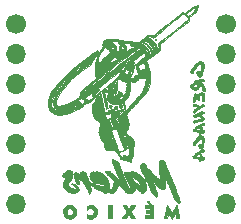
<source format=gbr>
G04 #@! TF.GenerationSoftware,KiCad,Pcbnew,5.1.5-52549c5~84~ubuntu18.04.1*
G04 #@! TF.CreationDate,2019-12-24T12:24:14-07:00*
G04 #@! TF.ProjectId,001,3030312e-6b69-4636-9164-5f7063625858,rev?*
G04 #@! TF.SameCoordinates,Original*
G04 #@! TF.FileFunction,Copper,L2,Bot*
G04 #@! TF.FilePolarity,Positive*
%FSLAX46Y46*%
G04 Gerber Fmt 4.6, Leading zero omitted, Abs format (unit mm)*
G04 Created by KiCad (PCBNEW 5.1.5-52549c5~84~ubuntu18.04.1) date 2019-12-24 12:24:14*
%MOMM*%
%LPD*%
G04 APERTURE LIST*
%ADD10C,0.010000*%
%ADD11C,0.100000*%
%ADD12O,1.700000X1.700000*%
%ADD13C,1.700000*%
G04 APERTURE END LIST*
D10*
G36*
X160386126Y-99043507D02*
G01*
X160421559Y-99074474D01*
X160453741Y-99110583D01*
X160470626Y-99139151D01*
X160469743Y-99146479D01*
X160450275Y-99139339D01*
X160413954Y-99108935D01*
X160398672Y-99093646D01*
X160366250Y-99055160D01*
X160355956Y-99032721D01*
X160359484Y-99030367D01*
X160386126Y-99043507D01*
G37*
X160386126Y-99043507D02*
X160421559Y-99074474D01*
X160453741Y-99110583D01*
X160470626Y-99139151D01*
X160469743Y-99146479D01*
X160450275Y-99139339D01*
X160413954Y-99108935D01*
X160398672Y-99093646D01*
X160366250Y-99055160D01*
X160355956Y-99032721D01*
X160359484Y-99030367D01*
X160386126Y-99043507D01*
G36*
X158614914Y-100973847D02*
G01*
X158628405Y-101009957D01*
X158627109Y-101033660D01*
X158619362Y-101051762D01*
X158610439Y-101030555D01*
X158606586Y-101013137D01*
X158602767Y-100974331D01*
X158614344Y-100973287D01*
X158614914Y-100973847D01*
G37*
X158614914Y-100973847D02*
X158628405Y-101009957D01*
X158627109Y-101033660D01*
X158619362Y-101051762D01*
X158610439Y-101030555D01*
X158606586Y-101013137D01*
X158602767Y-100974331D01*
X158614344Y-100973287D01*
X158614914Y-100973847D01*
G36*
X158274353Y-100898015D02*
G01*
X158376693Y-100937848D01*
X158467290Y-100984257D01*
X158521375Y-101029843D01*
X158544332Y-101079850D01*
X158546000Y-101102689D01*
X158540012Y-101155731D01*
X158524720Y-101233684D01*
X158502478Y-101328213D01*
X158475641Y-101430983D01*
X158446565Y-101533658D01*
X158417604Y-101627905D01*
X158391112Y-101705388D01*
X158369446Y-101757771D01*
X158355572Y-101776681D01*
X158326043Y-101770095D01*
X158266174Y-101748220D01*
X158183748Y-101714174D01*
X158086548Y-101671076D01*
X158050435Y-101654411D01*
X157951958Y-101608212D01*
X157868016Y-101568293D01*
X157805688Y-101538061D01*
X157772050Y-101520922D01*
X157768278Y-101518567D01*
X157773475Y-101496890D01*
X157795419Y-101446049D01*
X157830077Y-101373761D01*
X157873411Y-101287741D01*
X157921388Y-101195707D01*
X157969969Y-101105373D01*
X158015122Y-101024457D01*
X158052808Y-100960674D01*
X158078994Y-100921741D01*
X158082686Y-100917410D01*
X158128884Y-100886200D01*
X158190738Y-100879594D01*
X158274353Y-100898015D01*
G37*
X158274353Y-100898015D02*
X158376693Y-100937848D01*
X158467290Y-100984257D01*
X158521375Y-101029843D01*
X158544332Y-101079850D01*
X158546000Y-101102689D01*
X158540012Y-101155731D01*
X158524720Y-101233684D01*
X158502478Y-101328213D01*
X158475641Y-101430983D01*
X158446565Y-101533658D01*
X158417604Y-101627905D01*
X158391112Y-101705388D01*
X158369446Y-101757771D01*
X158355572Y-101776681D01*
X158326043Y-101770095D01*
X158266174Y-101748220D01*
X158183748Y-101714174D01*
X158086548Y-101671076D01*
X158050435Y-101654411D01*
X157951958Y-101608212D01*
X157868016Y-101568293D01*
X157805688Y-101538061D01*
X157772050Y-101520922D01*
X157768278Y-101518567D01*
X157773475Y-101496890D01*
X157795419Y-101446049D01*
X157830077Y-101373761D01*
X157873411Y-101287741D01*
X157921388Y-101195707D01*
X157969969Y-101105373D01*
X158015122Y-101024457D01*
X158052808Y-100960674D01*
X158078994Y-100921741D01*
X158082686Y-100917410D01*
X158128884Y-100886200D01*
X158190738Y-100879594D01*
X158274353Y-100898015D01*
G36*
X157767334Y-101616367D02*
G01*
X157812296Y-101641054D01*
X157839469Y-101688757D01*
X157841964Y-101742063D01*
X157828183Y-101770186D01*
X157781191Y-101798304D01*
X157723656Y-101799189D01*
X157683200Y-101777800D01*
X157656874Y-101727474D01*
X157663532Y-101675100D01*
X157696510Y-101633467D01*
X157749142Y-101615362D01*
X157767334Y-101616367D01*
G37*
X157767334Y-101616367D02*
X157812296Y-101641054D01*
X157839469Y-101688757D01*
X157841964Y-101742063D01*
X157828183Y-101770186D01*
X157781191Y-101798304D01*
X157723656Y-101799189D01*
X157683200Y-101777800D01*
X157656874Y-101727474D01*
X157663532Y-101675100D01*
X157696510Y-101633467D01*
X157749142Y-101615362D01*
X157767334Y-101616367D01*
G36*
X158238833Y-101833780D02*
G01*
X158277769Y-101868575D01*
X158289167Y-101931525D01*
X158288589Y-101938981D01*
X158277788Y-101985614D01*
X158248294Y-102005617D01*
X158214831Y-102010811D01*
X158159449Y-102007278D01*
X158126895Y-101978598D01*
X158123701Y-101972970D01*
X158109558Y-101911874D01*
X158130474Y-101860792D01*
X158178069Y-101832636D01*
X158238833Y-101833780D01*
G37*
X158238833Y-101833780D02*
X158277769Y-101868575D01*
X158289167Y-101931525D01*
X158288589Y-101938981D01*
X158277788Y-101985614D01*
X158248294Y-102005617D01*
X158214831Y-102010811D01*
X158159449Y-102007278D01*
X158126895Y-101978598D01*
X158123701Y-101972970D01*
X158109558Y-101911874D01*
X158130474Y-101860792D01*
X158178069Y-101832636D01*
X158238833Y-101833780D01*
G36*
X158048814Y-102831218D02*
G01*
X158070550Y-102861534D01*
X158076689Y-102927314D01*
X158050702Y-102971899D01*
X157996566Y-102988531D01*
X157995785Y-102988534D01*
X157936138Y-102972843D01*
X157911800Y-102946200D01*
X157900664Y-102889897D01*
X157924763Y-102844438D01*
X157976997Y-102820558D01*
X157995785Y-102819200D01*
X158048814Y-102831218D01*
G37*
X158048814Y-102831218D02*
X158070550Y-102861534D01*
X158076689Y-102927314D01*
X158050702Y-102971899D01*
X157996566Y-102988531D01*
X157995785Y-102988534D01*
X157936138Y-102972843D01*
X157911800Y-102946200D01*
X157900664Y-102889897D01*
X157924763Y-102844438D01*
X157976997Y-102820558D01*
X157995785Y-102819200D01*
X158048814Y-102831218D01*
G36*
X158013182Y-103093783D02*
G01*
X158027235Y-103102467D01*
X158069809Y-103148766D01*
X158075764Y-103201096D01*
X158059123Y-103232967D01*
X158013485Y-103259298D01*
X157956611Y-103259583D01*
X157916034Y-103238300D01*
X157891998Y-103189442D01*
X157905955Y-103137887D01*
X157937277Y-103106430D01*
X157977943Y-103085445D01*
X158013182Y-103093783D01*
G37*
X158013182Y-103093783D02*
X158027235Y-103102467D01*
X158069809Y-103148766D01*
X158075764Y-103201096D01*
X158059123Y-103232967D01*
X158013485Y-103259298D01*
X157956611Y-103259583D01*
X157916034Y-103238300D01*
X157891998Y-103189442D01*
X157905955Y-103137887D01*
X157937277Y-103106430D01*
X157977943Y-103085445D01*
X158013182Y-103093783D01*
G36*
X158002527Y-103364321D02*
G01*
X158042489Y-103396982D01*
X158049145Y-103411117D01*
X158050128Y-103468084D01*
X158022250Y-103512642D01*
X157977005Y-103537165D01*
X157925884Y-103534030D01*
X157894867Y-103513467D01*
X157871938Y-103464803D01*
X157876359Y-103407811D01*
X157900942Y-103369762D01*
X157948780Y-103353416D01*
X158002527Y-103364321D01*
G37*
X158002527Y-103364321D02*
X158042489Y-103396982D01*
X158049145Y-103411117D01*
X158050128Y-103468084D01*
X158022250Y-103512642D01*
X157977005Y-103537165D01*
X157925884Y-103534030D01*
X157894867Y-103513467D01*
X157871938Y-103464803D01*
X157876359Y-103407811D01*
X157900942Y-103369762D01*
X157948780Y-103353416D01*
X158002527Y-103364321D01*
G36*
X157187058Y-102640285D02*
G01*
X157183071Y-102682561D01*
X157162147Y-102761876D01*
X157158620Y-102773295D01*
X157154687Y-102802677D01*
X157149154Y-102867040D01*
X157142548Y-102959084D01*
X157135397Y-103071510D01*
X157128824Y-103186040D01*
X157120450Y-103328278D01*
X157112468Y-103434506D01*
X157104008Y-103511029D01*
X157094200Y-103564150D01*
X157082175Y-103600175D01*
X157068487Y-103623529D01*
X157015514Y-103671827D01*
X156960192Y-103677895D01*
X156903110Y-103641689D01*
X156897293Y-103635706D01*
X156861558Y-103577635D01*
X156847085Y-103499935D01*
X156854432Y-103399903D01*
X156884158Y-103274836D01*
X156936821Y-103122032D01*
X157012980Y-102938789D01*
X157064879Y-102824492D01*
X157113016Y-102727151D01*
X157150467Y-102663434D01*
X157175668Y-102634194D01*
X157187058Y-102640285D01*
G37*
X157187058Y-102640285D02*
X157183071Y-102682561D01*
X157162147Y-102761876D01*
X157158620Y-102773295D01*
X157154687Y-102802677D01*
X157149154Y-102867040D01*
X157142548Y-102959084D01*
X157135397Y-103071510D01*
X157128824Y-103186040D01*
X157120450Y-103328278D01*
X157112468Y-103434506D01*
X157104008Y-103511029D01*
X157094200Y-103564150D01*
X157082175Y-103600175D01*
X157068487Y-103623529D01*
X157015514Y-103671827D01*
X156960192Y-103677895D01*
X156903110Y-103641689D01*
X156897293Y-103635706D01*
X156861558Y-103577635D01*
X156847085Y-103499935D01*
X156854432Y-103399903D01*
X156884158Y-103274836D01*
X156936821Y-103122032D01*
X157012980Y-102938789D01*
X157064879Y-102824492D01*
X157113016Y-102727151D01*
X157150467Y-102663434D01*
X157175668Y-102634194D01*
X157187058Y-102640285D01*
G36*
X157928100Y-103612925D02*
G01*
X157949881Y-103664272D01*
X157950078Y-103693731D01*
X157939306Y-103741878D01*
X157910645Y-103762375D01*
X157879289Y-103767412D01*
X157829099Y-103767376D01*
X157799914Y-103758592D01*
X157783791Y-103717047D01*
X157788823Y-103662359D01*
X157811326Y-103615668D01*
X157827134Y-103602367D01*
X157884100Y-103589999D01*
X157928100Y-103612925D01*
G37*
X157928100Y-103612925D02*
X157949881Y-103664272D01*
X157950078Y-103693731D01*
X157939306Y-103741878D01*
X157910645Y-103762375D01*
X157879289Y-103767412D01*
X157829099Y-103767376D01*
X157799914Y-103758592D01*
X157783791Y-103717047D01*
X157788823Y-103662359D01*
X157811326Y-103615668D01*
X157827134Y-103602367D01*
X157884100Y-103589999D01*
X157928100Y-103612925D01*
G36*
X157759220Y-103769751D02*
G01*
X157793657Y-103813062D01*
X157797327Y-103824825D01*
X157800380Y-103882519D01*
X157770213Y-103923619D01*
X157741773Y-103941405D01*
X157703329Y-103950387D01*
X157665102Y-103926960D01*
X157658285Y-103920352D01*
X157621245Y-103868632D01*
X157624262Y-103822508D01*
X157656283Y-103783656D01*
X157708864Y-103758616D01*
X157759220Y-103769751D01*
G37*
X157759220Y-103769751D02*
X157793657Y-103813062D01*
X157797327Y-103824825D01*
X157800380Y-103882519D01*
X157770213Y-103923619D01*
X157741773Y-103941405D01*
X157703329Y-103950387D01*
X157665102Y-103926960D01*
X157658285Y-103920352D01*
X157621245Y-103868632D01*
X157624262Y-103822508D01*
X157656283Y-103783656D01*
X157708864Y-103758616D01*
X157759220Y-103769751D01*
G36*
X156248448Y-103291004D02*
G01*
X156297344Y-103321500D01*
X156328092Y-103371824D01*
X156331762Y-103434770D01*
X156320016Y-103470075D01*
X156277754Y-103518709D01*
X156220428Y-103537863D01*
X156162364Y-103525851D01*
X156125250Y-103493013D01*
X156094641Y-103421951D01*
X156103100Y-103356708D01*
X156131928Y-103318311D01*
X156190333Y-103287539D01*
X156248448Y-103291004D01*
G37*
X156248448Y-103291004D02*
X156297344Y-103321500D01*
X156328092Y-103371824D01*
X156331762Y-103434770D01*
X156320016Y-103470075D01*
X156277754Y-103518709D01*
X156220428Y-103537863D01*
X156162364Y-103525851D01*
X156125250Y-103493013D01*
X156094641Y-103421951D01*
X156103100Y-103356708D01*
X156131928Y-103318311D01*
X156190333Y-103287539D01*
X156248448Y-103291004D01*
G36*
X157516882Y-104614762D02*
G01*
X157556933Y-104659623D01*
X157573136Y-104720044D01*
X157561755Y-104784289D01*
X157530800Y-104830034D01*
X157481812Y-104866001D01*
X157434287Y-104865593D01*
X157387343Y-104839417D01*
X157347883Y-104790391D01*
X157337723Y-104729154D01*
X157353272Y-104668251D01*
X157390936Y-104620226D01*
X157447122Y-104597623D01*
X157456717Y-104597200D01*
X157516882Y-104614762D01*
G37*
X157516882Y-104614762D02*
X157556933Y-104659623D01*
X157573136Y-104720044D01*
X157561755Y-104784289D01*
X157530800Y-104830034D01*
X157481812Y-104866001D01*
X157434287Y-104865593D01*
X157387343Y-104839417D01*
X157347883Y-104790391D01*
X157337723Y-104729154D01*
X157353272Y-104668251D01*
X157390936Y-104620226D01*
X157447122Y-104597623D01*
X157456717Y-104597200D01*
X157516882Y-104614762D01*
G36*
X156645730Y-104620378D02*
G01*
X156688018Y-104664858D01*
X156705289Y-104728099D01*
X156705300Y-104729872D01*
X156690765Y-104769732D01*
X156655975Y-104816660D01*
X156614153Y-104855816D01*
X156578524Y-104872366D01*
X156578300Y-104872367D01*
X156548878Y-104858574D01*
X156507843Y-104824914D01*
X156503255Y-104820412D01*
X156459763Y-104758943D01*
X156457098Y-104698033D01*
X156484250Y-104644243D01*
X156532298Y-104605597D01*
X156589974Y-104599134D01*
X156645730Y-104620378D01*
G37*
X156645730Y-104620378D02*
X156688018Y-104664858D01*
X156705289Y-104728099D01*
X156705300Y-104729872D01*
X156690765Y-104769732D01*
X156655975Y-104816660D01*
X156614153Y-104855816D01*
X156578524Y-104872366D01*
X156578300Y-104872367D01*
X156548878Y-104858574D01*
X156507843Y-104824914D01*
X156503255Y-104820412D01*
X156459763Y-104758943D01*
X156457098Y-104698033D01*
X156484250Y-104644243D01*
X156532298Y-104605597D01*
X156589974Y-104599134D01*
X156645730Y-104620378D01*
G36*
X157130025Y-104724945D02*
G01*
X157162179Y-104763398D01*
X157173450Y-104822177D01*
X157164287Y-104885044D01*
X157135142Y-104935760D01*
X157123924Y-104945250D01*
X157067211Y-104974304D01*
X157020515Y-104967733D01*
X156980467Y-104935867D01*
X156942340Y-104875087D01*
X156938100Y-104812953D01*
X156961483Y-104758300D01*
X157006226Y-104719960D01*
X157066065Y-104706768D01*
X157130025Y-104724945D01*
G37*
X157130025Y-104724945D02*
X157162179Y-104763398D01*
X157173450Y-104822177D01*
X157164287Y-104885044D01*
X157135142Y-104935760D01*
X157123924Y-104945250D01*
X157067211Y-104974304D01*
X157020515Y-104967733D01*
X156980467Y-104935867D01*
X156942340Y-104875087D01*
X156938100Y-104812953D01*
X156961483Y-104758300D01*
X157006226Y-104719960D01*
X157066065Y-104706768D01*
X157130025Y-104724945D01*
G36*
X157596090Y-104938950D02*
G01*
X157647670Y-104970895D01*
X157676241Y-105022633D01*
X157678294Y-105040542D01*
X157663193Y-105079034D01*
X157625689Y-105125847D01*
X157579440Y-105167129D01*
X157538103Y-105189026D01*
X157531073Y-105189867D01*
X157486361Y-105175731D01*
X157471534Y-105164467D01*
X157452028Y-105121444D01*
X157446957Y-105059392D01*
X157455709Y-104998064D01*
X157477674Y-104957210D01*
X157477949Y-104956979D01*
X157535013Y-104932433D01*
X157596090Y-104938950D01*
G37*
X157596090Y-104938950D02*
X157647670Y-104970895D01*
X157676241Y-105022633D01*
X157678294Y-105040542D01*
X157663193Y-105079034D01*
X157625689Y-105125847D01*
X157579440Y-105167129D01*
X157538103Y-105189026D01*
X157531073Y-105189867D01*
X157486361Y-105175731D01*
X157471534Y-105164467D01*
X157452028Y-105121444D01*
X157446957Y-105059392D01*
X157455709Y-104998064D01*
X157477674Y-104957210D01*
X157477949Y-104956979D01*
X157535013Y-104932433D01*
X157596090Y-104938950D01*
G36*
X157284181Y-105080555D02*
G01*
X157293734Y-105088267D01*
X157312396Y-105130052D01*
X157318374Y-105191735D01*
X157311665Y-105252828D01*
X157293734Y-105291467D01*
X157247808Y-105313774D01*
X157188332Y-105316146D01*
X157134333Y-105300175D01*
X157108212Y-105275925D01*
X157087951Y-105206100D01*
X157095229Y-105137423D01*
X157119562Y-105096129D01*
X157169135Y-105069892D01*
X157231104Y-105064381D01*
X157284181Y-105080555D01*
G37*
X157284181Y-105080555D02*
X157293734Y-105088267D01*
X157312396Y-105130052D01*
X157318374Y-105191735D01*
X157311665Y-105252828D01*
X157293734Y-105291467D01*
X157247808Y-105313774D01*
X157188332Y-105316146D01*
X157134333Y-105300175D01*
X157108212Y-105275925D01*
X157087951Y-105206100D01*
X157095229Y-105137423D01*
X157119562Y-105096129D01*
X157169135Y-105069892D01*
X157231104Y-105064381D01*
X157284181Y-105080555D01*
G36*
X157939587Y-107338134D02*
G01*
X158003836Y-107365601D01*
X158081930Y-107404352D01*
X158162951Y-107448637D01*
X158235981Y-107492708D01*
X158290102Y-107530814D01*
X158297338Y-107536899D01*
X158378006Y-107629503D01*
X158426783Y-107733329D01*
X158441374Y-107839862D01*
X158419484Y-107940586D01*
X158410961Y-107958460D01*
X158375368Y-108009527D01*
X158320629Y-108069907D01*
X158256095Y-108131265D01*
X158191111Y-108185267D01*
X158135025Y-108223578D01*
X158097590Y-108237867D01*
X158083706Y-108220309D01*
X158081134Y-108200092D01*
X158074475Y-108168697D01*
X158055974Y-108104456D01*
X158027842Y-108014457D01*
X157992290Y-107905786D01*
X157953977Y-107792634D01*
X157908503Y-107658766D01*
X157876202Y-107558736D01*
X157855629Y-107486655D01*
X157845341Y-107436629D01*
X157843894Y-107402769D01*
X157849845Y-107379183D01*
X157851720Y-107375325D01*
X157878912Y-107339125D01*
X157900099Y-107327700D01*
X157939587Y-107338134D01*
G37*
X157939587Y-107338134D02*
X158003836Y-107365601D01*
X158081930Y-107404352D01*
X158162951Y-107448637D01*
X158235981Y-107492708D01*
X158290102Y-107530814D01*
X158297338Y-107536899D01*
X158378006Y-107629503D01*
X158426783Y-107733329D01*
X158441374Y-107839862D01*
X158419484Y-107940586D01*
X158410961Y-107958460D01*
X158375368Y-108009527D01*
X158320629Y-108069907D01*
X158256095Y-108131265D01*
X158191111Y-108185267D01*
X158135025Y-108223578D01*
X158097590Y-108237867D01*
X158083706Y-108220309D01*
X158081134Y-108200092D01*
X158074475Y-108168697D01*
X158055974Y-108104456D01*
X158027842Y-108014457D01*
X157992290Y-107905786D01*
X157953977Y-107792634D01*
X157908503Y-107658766D01*
X157876202Y-107558736D01*
X157855629Y-107486655D01*
X157845341Y-107436629D01*
X157843894Y-107402769D01*
X157849845Y-107379183D01*
X157851720Y-107375325D01*
X157878912Y-107339125D01*
X157900099Y-107327700D01*
X157939587Y-107338134D01*
G36*
X164042891Y-96158569D02*
G01*
X164038648Y-96179890D01*
X164021802Y-96231782D01*
X163995612Y-96305565D01*
X163963332Y-96392557D01*
X163928220Y-96484080D01*
X163893530Y-96571453D01*
X163862521Y-96645995D01*
X163846464Y-96682193D01*
X163820997Y-96731698D01*
X163790101Y-96777018D01*
X163747691Y-96824488D01*
X163687683Y-96880444D01*
X163603993Y-96951222D01*
X163531411Y-97010277D01*
X163270682Y-97220617D01*
X163252949Y-97367207D01*
X163235217Y-97513798D01*
X162019075Y-98473780D01*
X160802934Y-99433763D01*
X160801992Y-99660690D01*
X160798545Y-99789769D01*
X160789067Y-99881873D01*
X160772991Y-99942006D01*
X160769300Y-99949925D01*
X160735622Y-99996179D01*
X160674321Y-100060982D01*
X160590558Y-100140233D01*
X160489493Y-100229829D01*
X160376287Y-100325670D01*
X160256100Y-100423653D01*
X160134092Y-100519676D01*
X160015425Y-100609638D01*
X159905257Y-100689437D01*
X159808751Y-100754972D01*
X159731067Y-100802140D01*
X159677364Y-100826840D01*
X159662652Y-100829534D01*
X159633545Y-100838473D01*
X159636880Y-100866575D01*
X159676488Y-100972121D01*
X159721862Y-101106839D01*
X159769213Y-101258659D01*
X159814751Y-101415512D01*
X159847875Y-101538617D01*
X159921477Y-101881106D01*
X159959695Y-102201747D01*
X159962441Y-102502059D01*
X159929629Y-102783562D01*
X159861175Y-103047774D01*
X159756992Y-103296215D01*
X159747452Y-103314800D01*
X159695731Y-103409059D01*
X159638926Y-103501167D01*
X159573530Y-103595437D01*
X159496039Y-103696185D01*
X159402946Y-103807724D01*
X159290747Y-103934368D01*
X159155935Y-104080432D01*
X158995006Y-104250230D01*
X158944973Y-104302423D01*
X158823842Y-104428871D01*
X158706823Y-104551668D01*
X158598593Y-104665856D01*
X158503832Y-104766478D01*
X158427216Y-104848576D01*
X158373425Y-104907194D01*
X158359151Y-104923179D01*
X158296598Y-104996158D01*
X158227252Y-105080090D01*
X158156257Y-105168370D01*
X158088753Y-105254395D01*
X158029884Y-105331562D01*
X157984792Y-105393269D01*
X157958619Y-105432912D01*
X157954134Y-105443249D01*
X157960439Y-105468367D01*
X157977717Y-105525743D01*
X158003513Y-105607487D01*
X158035370Y-105705710D01*
X158044092Y-105732212D01*
X158080621Y-105844712D01*
X158105599Y-105930167D01*
X158121181Y-106001586D01*
X158129521Y-106071977D01*
X158132775Y-106154350D01*
X158133097Y-106261713D01*
X158133070Y-106269367D01*
X158127447Y-106434657D01*
X158110192Y-106566837D01*
X158078673Y-106674160D01*
X158030256Y-106764882D01*
X157962311Y-106847256D01*
X157942503Y-106866993D01*
X157883663Y-106926474D01*
X157855252Y-106963600D01*
X157855102Y-106983021D01*
X157881041Y-106989389D01*
X157885342Y-106989492D01*
X157918978Y-107007750D01*
X157951341Y-107052535D01*
X157954134Y-107058283D01*
X157994544Y-107112746D01*
X158070611Y-107176776D01*
X158155217Y-107234082D01*
X158316303Y-107347140D01*
X158442268Y-107459002D01*
X158530841Y-107567386D01*
X158575432Y-107656241D01*
X158600097Y-107753752D01*
X158607958Y-107858714D01*
X158598588Y-107979662D01*
X158571558Y-108125130D01*
X158546800Y-108227284D01*
X158512344Y-108371668D01*
X158492116Y-108487605D01*
X158485274Y-108586207D01*
X158490975Y-108678586D01*
X158506038Y-108765139D01*
X158516004Y-108819825D01*
X158516800Y-108864599D01*
X158505953Y-108912543D01*
X158480991Y-108976738D01*
X158454823Y-109036056D01*
X158414362Y-109130692D01*
X158375924Y-109228058D01*
X158347058Y-109308930D01*
X158344359Y-109317367D01*
X158322436Y-109382704D01*
X158303819Y-109430268D01*
X158295032Y-109446424D01*
X158271160Y-109443959D01*
X158221581Y-109425019D01*
X158163865Y-109397165D01*
X158030115Y-109344476D01*
X157878115Y-109315180D01*
X157710411Y-109286523D01*
X157576223Y-109245291D01*
X157478753Y-109192577D01*
X157451827Y-109169583D01*
X157443473Y-109158617D01*
X157700134Y-109158617D01*
X157710717Y-109169200D01*
X157721300Y-109158617D01*
X157710717Y-109148034D01*
X157700134Y-109158617D01*
X157443473Y-109158617D01*
X157427346Y-109137450D01*
X157657800Y-109137450D01*
X157668384Y-109148034D01*
X157678967Y-109137450D01*
X157668384Y-109126867D01*
X157657800Y-109137450D01*
X157427346Y-109137450D01*
X157419642Y-109127339D01*
X157377450Y-109057752D01*
X157331977Y-108972364D01*
X157307713Y-108922222D01*
X157207435Y-108740144D01*
X157094174Y-108597433D01*
X157075966Y-108582470D01*
X157300395Y-108582470D01*
X157338207Y-108681982D01*
X157370010Y-108746576D01*
X157419985Y-108827510D01*
X157478405Y-108909285D01*
X157490451Y-108924632D01*
X157545405Y-108992598D01*
X157579613Y-109031001D01*
X157598510Y-109043544D01*
X157607534Y-109033928D01*
X157611946Y-109007359D01*
X157637192Y-108932077D01*
X157688518Y-108885501D01*
X157745747Y-108872867D01*
X157816281Y-108889661D01*
X157864543Y-108933000D01*
X157888628Y-108992315D01*
X157886633Y-109057041D01*
X157856654Y-109116609D01*
X157797507Y-109160142D01*
X157761557Y-109178928D01*
X157756127Y-109189039D01*
X157759733Y-109189538D01*
X157800483Y-109180761D01*
X157827655Y-109168921D01*
X157858765Y-109141936D01*
X157904498Y-109090124D01*
X157955875Y-109023800D01*
X157964932Y-109011253D01*
X158016098Y-108944817D01*
X158063283Y-108892627D01*
X158097653Y-108864277D01*
X158102097Y-108862348D01*
X158130920Y-108838150D01*
X158153926Y-108782053D01*
X158166525Y-108728975D01*
X158183293Y-108646951D01*
X158199391Y-108569272D01*
X158206777Y-108534200D01*
X158207055Y-108433910D01*
X158190396Y-108377030D01*
X158171610Y-108323711D01*
X158171358Y-108293938D01*
X158192149Y-108272074D01*
X158209093Y-108260614D01*
X158349850Y-108154059D01*
X158448900Y-108045641D01*
X158506867Y-107934090D01*
X158524372Y-107818134D01*
X158502039Y-107696503D01*
X158495055Y-107677071D01*
X158443862Y-107587720D01*
X158361645Y-107494451D01*
X158258160Y-107404710D01*
X158143164Y-107325938D01*
X158026412Y-107265580D01*
X157917661Y-107231079D01*
X157908347Y-107229456D01*
X157846463Y-107209611D01*
X157819639Y-107174326D01*
X157797517Y-107142369D01*
X157767864Y-107142227D01*
X157749290Y-107141734D01*
X157730654Y-107126173D01*
X157708724Y-107089815D01*
X157680266Y-107026927D01*
X157642049Y-106931780D01*
X157626390Y-106891405D01*
X157577689Y-106771041D01*
X157539919Y-106691009D01*
X157512732Y-106650834D01*
X157495783Y-106650043D01*
X157488727Y-106688164D01*
X157488467Y-106702657D01*
X157496695Y-106743952D01*
X157518673Y-106811671D01*
X157550337Y-106893834D01*
X157565192Y-106928949D01*
X157592651Y-106997104D01*
X157630429Y-107098061D01*
X157675867Y-107224326D01*
X157726304Y-107368409D01*
X157779080Y-107522815D01*
X157827023Y-107666367D01*
X157884299Y-107841697D01*
X157928175Y-107980316D01*
X157959518Y-108085370D01*
X157979191Y-108160005D01*
X157988061Y-108207367D01*
X157986991Y-108230603D01*
X157983131Y-108234127D01*
X157959223Y-108257972D01*
X157954134Y-108282737D01*
X157936099Y-108323103D01*
X157891001Y-108360560D01*
X157849773Y-108392201D01*
X157832611Y-108421788D01*
X157832792Y-108424648D01*
X157817323Y-108449617D01*
X157769438Y-108478890D01*
X157698340Y-108509041D01*
X157613235Y-108536643D01*
X157523327Y-108558268D01*
X157442056Y-108570137D01*
X157300395Y-108582470D01*
X157075966Y-108582470D01*
X156966905Y-108492846D01*
X156939351Y-108476207D01*
X156876345Y-108438400D01*
X156824295Y-108403932D01*
X156806873Y-108390688D01*
X156777821Y-108373154D01*
X156748149Y-108380481D01*
X156714151Y-108404781D01*
X156613093Y-108458972D01*
X156498337Y-108479354D01*
X156379061Y-108467742D01*
X156264441Y-108425949D01*
X156163655Y-108355786D01*
X156101343Y-108283707D01*
X156062393Y-108193728D01*
X156048273Y-108084613D01*
X156059888Y-107972148D01*
X156079876Y-107908931D01*
X156098047Y-107859396D01*
X156095479Y-107831456D01*
X156069206Y-107808286D01*
X156061202Y-107802977D01*
X155986967Y-107738072D01*
X155906974Y-107639995D01*
X155826008Y-107516577D01*
X155748851Y-107375647D01*
X155680289Y-107225034D01*
X155636542Y-107107927D01*
X155602353Y-106993037D01*
X155587674Y-106901089D01*
X155592216Y-106817605D01*
X155615695Y-106728107D01*
X155628326Y-106692700D01*
X155639913Y-106656255D01*
X156268264Y-106656255D01*
X156270127Y-106799682D01*
X156297880Y-106949118D01*
X156347452Y-107092945D01*
X156414769Y-107219546D01*
X156495757Y-107317305D01*
X156502016Y-107322929D01*
X156586244Y-107388372D01*
X156679348Y-107447381D01*
X156766735Y-107491333D01*
X156815667Y-107508273D01*
X156862976Y-107533153D01*
X156886772Y-107565434D01*
X156902019Y-107592496D01*
X156916297Y-107582784D01*
X156922161Y-107575487D01*
X156928981Y-107575557D01*
X156938483Y-107586984D01*
X156952397Y-107613763D01*
X156972451Y-107659885D01*
X157000373Y-107729343D01*
X157037893Y-107826129D01*
X157086737Y-107954236D01*
X157148635Y-108117657D01*
X157154073Y-108132034D01*
X157199985Y-108252956D01*
X157241065Y-108360280D01*
X157274882Y-108447726D01*
X157299004Y-108509011D01*
X157310999Y-108537854D01*
X157311582Y-108538961D01*
X157338545Y-108546901D01*
X157395458Y-108544122D01*
X157471774Y-108532238D01*
X157556947Y-108512864D01*
X157635399Y-108489357D01*
X157701685Y-108464558D01*
X157751700Y-108442043D01*
X157769843Y-108430624D01*
X157768429Y-108404454D01*
X157750713Y-108340171D01*
X157717001Y-108238605D01*
X157667596Y-108100582D01*
X157602803Y-107926931D01*
X157522928Y-107718481D01*
X157428273Y-107476059D01*
X157319144Y-107200493D01*
X157298126Y-107147784D01*
X157250024Y-107026734D01*
X157205550Y-106913832D01*
X157167862Y-106817166D01*
X157140116Y-106744822D01*
X157126708Y-106708506D01*
X157099992Y-106653277D01*
X157071292Y-106637480D01*
X157066148Y-106638475D01*
X157031577Y-106647899D01*
X156967676Y-106664901D01*
X156886083Y-106686392D01*
X156853467Y-106694934D01*
X156770650Y-106717680D01*
X156703695Y-106738099D01*
X156663101Y-106752906D01*
X156656575Y-106756540D01*
X156657851Y-106780292D01*
X156672397Y-106836428D01*
X156698056Y-106917909D01*
X156732666Y-107017697D01*
X156757117Y-107084190D01*
X156797220Y-107192668D01*
X156831266Y-107287888D01*
X156856725Y-107362521D01*
X156871067Y-107409238D01*
X156873292Y-107420699D01*
X156866051Y-107421645D01*
X156851038Y-107391710D01*
X156832608Y-107358075D01*
X156816277Y-107362358D01*
X156812318Y-107368116D01*
X156779314Y-107386971D01*
X156721151Y-107375606D01*
X156636378Y-107333623D01*
X156595045Y-107308391D01*
X156476357Y-107209438D01*
X156391396Y-107085188D01*
X156340578Y-106936467D01*
X156324300Y-106770189D01*
X156333320Y-106661259D01*
X156357940Y-106551333D01*
X156394498Y-106448418D01*
X156439333Y-106360524D01*
X156488784Y-106295660D01*
X156539189Y-106261834D01*
X156558086Y-106258784D01*
X156589287Y-106264909D01*
X156615046Y-106288991D01*
X156642316Y-106339587D01*
X156662967Y-106387866D01*
X156715884Y-106516949D01*
X156792623Y-106493699D01*
X156869362Y-106470450D01*
X156739706Y-106137147D01*
X156691710Y-106014845D01*
X156655545Y-105926652D01*
X156628169Y-105867046D01*
X156606539Y-105830501D01*
X156587613Y-105811494D01*
X156568348Y-105804500D01*
X156556075Y-105803772D01*
X156502989Y-105810100D01*
X156476048Y-105833241D01*
X156473666Y-105879168D01*
X156494253Y-105953850D01*
X156506896Y-105988699D01*
X156531142Y-106058655D01*
X156545733Y-106111987D01*
X156547674Y-106137646D01*
X156547383Y-106138006D01*
X156536818Y-106133210D01*
X156535967Y-106124728D01*
X156522225Y-106101421D01*
X156515464Y-106100034D01*
X156503552Y-106115439D01*
X156506614Y-106130397D01*
X156500706Y-106161807D01*
X156473894Y-106214321D01*
X156434330Y-106273272D01*
X156362701Y-106375241D01*
X156315328Y-106460239D01*
X156286572Y-106541268D01*
X156270794Y-106631331D01*
X156268264Y-106656255D01*
X155639913Y-106656255D01*
X155664194Y-106579884D01*
X155695436Y-106451040D01*
X155718574Y-106323198D01*
X155730127Y-106213391D01*
X155730793Y-106191233D01*
X155729518Y-106143599D01*
X155719095Y-106111380D01*
X155691303Y-106084456D01*
X155637916Y-106052703D01*
X155603017Y-106033964D01*
X155463133Y-105938230D01*
X155332644Y-105808550D01*
X155217444Y-105653169D01*
X155123426Y-105480329D01*
X155121694Y-105475617D01*
X156095300Y-105475617D01*
X156346668Y-105822259D01*
X156436026Y-105781695D01*
X156511640Y-105755811D01*
X156589257Y-105741579D01*
X156607493Y-105740665D01*
X156689602Y-105740200D01*
X156675434Y-105607909D01*
X156663208Y-105497447D01*
X156652711Y-105422628D01*
X156641310Y-105376985D01*
X156626369Y-105354053D01*
X156605254Y-105347365D01*
X156575329Y-105350456D01*
X156570834Y-105351209D01*
X156421903Y-105378051D01*
X156298464Y-105403770D01*
X156205844Y-105427143D01*
X156149367Y-105446947D01*
X156145645Y-105448826D01*
X156095300Y-105475617D01*
X155121694Y-105475617D01*
X155095968Y-105405654D01*
X156070300Y-105405654D01*
X156073753Y-105430741D01*
X156091802Y-105432028D01*
X156131310Y-105413404D01*
X156178164Y-105396322D01*
X156254468Y-105376083D01*
X156347801Y-105355780D01*
X156406477Y-105344910D01*
X156495408Y-105328140D01*
X156566295Y-105312055D01*
X156610389Y-105298806D01*
X156620634Y-105292244D01*
X156602421Y-105276959D01*
X156557460Y-105259269D01*
X156545904Y-105255889D01*
X156491012Y-105247190D01*
X156426181Y-105251935D01*
X156338025Y-105271340D01*
X156318362Y-105276560D01*
X156208841Y-105308347D01*
X156135222Y-105335760D01*
X156091724Y-105361808D01*
X156072564Y-105389500D01*
X156070300Y-105405654D01*
X155095968Y-105405654D01*
X155056484Y-105298274D01*
X155044923Y-105253367D01*
X155015008Y-105055356D01*
X155016599Y-104859236D01*
X155048076Y-104671972D01*
X155080552Y-104578773D01*
X155424583Y-104578773D01*
X155427866Y-104625901D01*
X155434449Y-104679214D01*
X155436972Y-104697742D01*
X155450314Y-104777519D01*
X155465089Y-104838164D01*
X155478733Y-104869899D01*
X155482737Y-104872367D01*
X155493421Y-104851771D01*
X155496053Y-104790743D01*
X155491152Y-104697742D01*
X155487055Y-104637183D01*
X155486076Y-104585119D01*
X155489616Y-104534068D01*
X155499071Y-104476554D01*
X155506586Y-104444532D01*
X155692979Y-104444532D01*
X155696302Y-104527289D01*
X155699439Y-104567360D01*
X155710853Y-104663837D01*
X155724005Y-104718687D01*
X155736612Y-104732425D01*
X155746391Y-104705568D01*
X155751060Y-104638629D01*
X155749559Y-104556047D01*
X155747840Y-104462279D01*
X155754597Y-104393204D01*
X155772594Y-104331569D01*
X155793115Y-104284133D01*
X155822654Y-104212989D01*
X155832428Y-104161059D01*
X155825271Y-104111759D01*
X155823580Y-104105812D01*
X155813340Y-104074077D01*
X155804118Y-104063138D01*
X155792397Y-104077711D01*
X155774661Y-104122513D01*
X155747396Y-104202261D01*
X155743873Y-104212747D01*
X155714500Y-104305333D01*
X155698291Y-104376571D01*
X155692979Y-104444532D01*
X155506586Y-104444532D01*
X155515842Y-104405095D01*
X155541326Y-104312214D01*
X155576922Y-104190430D01*
X155601429Y-104108048D01*
X155651328Y-103935098D01*
X155686631Y-103798887D01*
X155707708Y-103696552D01*
X155714932Y-103625232D01*
X155708676Y-103582068D01*
X155689311Y-103564197D01*
X155672175Y-103564304D01*
X155658062Y-103577957D01*
X155640636Y-103616321D01*
X155618835Y-103682902D01*
X155591598Y-103781203D01*
X155557863Y-103914733D01*
X155526046Y-104046905D01*
X155490080Y-104199042D01*
X155462972Y-104316758D01*
X155443794Y-104406822D01*
X155431620Y-104476001D01*
X155425525Y-104531063D01*
X155424583Y-104578773D01*
X155080552Y-104578773D01*
X155107819Y-104500526D01*
X155194211Y-104351862D01*
X155276145Y-104258915D01*
X155312312Y-104218423D01*
X155329286Y-104186593D01*
X155329467Y-104184410D01*
X155337001Y-104153353D01*
X155356689Y-104096096D01*
X155382384Y-104029770D01*
X155409296Y-103961824D01*
X155428350Y-103910450D01*
X155435300Y-103887300D01*
X155419889Y-103892496D01*
X155376303Y-103922144D01*
X155308515Y-103973156D01*
X155220497Y-104042440D01*
X155116222Y-104126906D01*
X154999661Y-104223462D01*
X154954679Y-104261243D01*
X154865152Y-104336178D01*
X154800420Y-104387794D01*
X154753104Y-104420279D01*
X154715826Y-104437828D01*
X154681205Y-104444631D01*
X154641864Y-104444879D01*
X154632103Y-104444482D01*
X154595464Y-104443658D01*
X154563986Y-104447279D01*
X154531736Y-104459108D01*
X154492785Y-104482909D01*
X154441201Y-104522444D01*
X154371053Y-104581476D01*
X154276410Y-104663769D01*
X154249825Y-104687019D01*
X154157929Y-104766048D01*
X154076614Y-104833407D01*
X154011282Y-104884831D01*
X153967332Y-104916052D01*
X153950619Y-104923421D01*
X153926757Y-104928652D01*
X153871861Y-104949902D01*
X153792756Y-104984253D01*
X153696270Y-105028785D01*
X153631434Y-105059878D01*
X153341764Y-105193217D01*
X153077491Y-105298866D01*
X152833722Y-105378706D01*
X152730888Y-105406348D01*
X152588687Y-105433708D01*
X152431428Y-105450320D01*
X152269926Y-105456213D01*
X152114997Y-105451415D01*
X151977456Y-105435957D01*
X151868119Y-105409866D01*
X151852110Y-105403981D01*
X151738249Y-105343414D01*
X151623544Y-105255715D01*
X151520620Y-105152427D01*
X151442100Y-105045095D01*
X151424948Y-105013340D01*
X151376066Y-104887928D01*
X151337603Y-104739780D01*
X151313817Y-104588041D01*
X151313711Y-104586154D01*
X151586740Y-104586154D01*
X151607979Y-104702604D01*
X151657964Y-104807383D01*
X151723191Y-104892000D01*
X151809922Y-104976394D01*
X151899186Y-105035121D01*
X151998414Y-105069935D01*
X152115034Y-105082585D01*
X152256476Y-105074825D01*
X152405374Y-105052857D01*
X152520789Y-105029611D01*
X152651328Y-104998474D01*
X152789866Y-104961660D01*
X152929281Y-104921382D01*
X153062447Y-104879855D01*
X153182242Y-104839293D01*
X153281541Y-104801909D01*
X153353220Y-104769917D01*
X153388439Y-104747358D01*
X153392848Y-104718119D01*
X153380255Y-104675613D01*
X153355182Y-104620585D01*
X153248394Y-104674699D01*
X153049559Y-104766114D01*
X152848009Y-104841463D01*
X152649657Y-104899614D01*
X152460418Y-104939432D01*
X152286209Y-104959784D01*
X152132942Y-104959538D01*
X152006534Y-104937559D01*
X151962016Y-104921192D01*
X151860360Y-104854268D01*
X151788263Y-104758992D01*
X151745737Y-104637325D01*
X151732792Y-104491230D01*
X151749440Y-104322670D01*
X151795691Y-104133607D01*
X151871556Y-103926003D01*
X151955476Y-103744096D01*
X151993167Y-103669904D01*
X152027955Y-103605055D01*
X152063315Y-103545004D01*
X152102723Y-103485206D01*
X152149656Y-103421116D01*
X152207590Y-103348188D01*
X152279999Y-103261877D01*
X152370361Y-103157638D01*
X152482150Y-103030926D01*
X152615871Y-102880532D01*
X152837133Y-102634196D01*
X153034883Y-102418686D01*
X153211683Y-102231478D01*
X153370094Y-102070046D01*
X153512678Y-101931865D01*
X153641995Y-101814412D01*
X153760607Y-101715160D01*
X153871076Y-101631584D01*
X153911300Y-101603515D01*
X154006449Y-101537228D01*
X154115724Y-101458746D01*
X154233243Y-101372538D01*
X154353124Y-101283074D01*
X154469487Y-101194823D01*
X154576449Y-101112256D01*
X154668130Y-101039841D01*
X154738647Y-100982050D01*
X154782119Y-100943352D01*
X154788069Y-100937188D01*
X154818094Y-100898231D01*
X154816983Y-100883014D01*
X154787457Y-100889868D01*
X154732240Y-100917123D01*
X154654053Y-100963110D01*
X154555619Y-101026159D01*
X154439661Y-101104601D01*
X154308901Y-101196766D01*
X154166061Y-101300986D01*
X154038300Y-101396953D01*
X153770048Y-101609271D01*
X153499579Y-101838831D01*
X153233777Y-102079073D01*
X152979527Y-102323439D01*
X152743712Y-102565369D01*
X152533217Y-102798304D01*
X152401188Y-102956784D01*
X152213276Y-103202526D01*
X152045834Y-103443288D01*
X151901322Y-103674848D01*
X151782199Y-103892985D01*
X151690923Y-104093475D01*
X151629953Y-104272098D01*
X151625673Y-104288378D01*
X151593040Y-104450567D01*
X151586740Y-104586154D01*
X151313711Y-104586154D01*
X151308168Y-104487937D01*
X151325985Y-104269586D01*
X151380903Y-104039728D01*
X151473170Y-103798034D01*
X151603031Y-103544179D01*
X151770731Y-103277836D01*
X151976517Y-102998679D01*
X152220633Y-102706380D01*
X152503327Y-102400614D01*
X152824843Y-102081053D01*
X153185428Y-101747371D01*
X153585328Y-101399241D01*
X153714080Y-101291036D01*
X153857489Y-101173323D01*
X154013050Y-101048982D01*
X154177094Y-100920675D01*
X154345952Y-100791067D01*
X154515955Y-100662823D01*
X154683436Y-100538606D01*
X154844724Y-100421082D01*
X154996152Y-100312915D01*
X155134050Y-100216768D01*
X155254750Y-100135307D01*
X155354583Y-100071196D01*
X155429880Y-100027098D01*
X155476973Y-100005680D01*
X155486235Y-100004033D01*
X155522042Y-100022148D01*
X155548619Y-100064300D01*
X155555958Y-100112199D01*
X155552704Y-100125511D01*
X155535392Y-100158505D01*
X155498179Y-100221444D01*
X155444471Y-100308933D01*
X155377674Y-100415578D01*
X155301196Y-100535983D01*
X155218444Y-100664755D01*
X155132822Y-100796499D01*
X155047739Y-100925821D01*
X155038873Y-100939193D01*
X154860776Y-101207602D01*
X154338413Y-101596798D01*
X154134656Y-101749371D01*
X153960975Y-101881365D01*
X153812857Y-101996611D01*
X153685786Y-102098937D01*
X153575251Y-102192171D01*
X153476736Y-102280142D01*
X153385729Y-102366679D01*
X153297716Y-102455611D01*
X153208183Y-102550766D01*
X153188347Y-102572355D01*
X152948333Y-102844222D01*
X152724985Y-103116649D01*
X152522010Y-103384556D01*
X152343117Y-103642861D01*
X152192015Y-103886481D01*
X152085781Y-104083073D01*
X152033835Y-104191852D01*
X151999712Y-104275865D01*
X151979543Y-104346700D01*
X151969457Y-104415941D01*
X151967964Y-104435805D01*
X151964587Y-104509466D01*
X151969304Y-104555273D01*
X151986746Y-104587566D01*
X152021542Y-104620683D01*
X152029957Y-104627798D01*
X152064553Y-104655224D01*
X152096157Y-104672012D01*
X152135561Y-104680112D01*
X152193562Y-104681478D01*
X152280951Y-104678062D01*
X152302059Y-104677020D01*
X152406081Y-104669114D01*
X152500842Y-104654666D01*
X152600946Y-104630597D01*
X152721000Y-104593832D01*
X152762783Y-104579970D01*
X152905422Y-104526726D01*
X152978330Y-104495703D01*
X153487614Y-104495703D01*
X153497211Y-104589933D01*
X153510086Y-104644243D01*
X153539432Y-104703414D01*
X153588785Y-104760084D01*
X153648643Y-104807705D01*
X153709503Y-104839733D01*
X153761862Y-104849622D01*
X153790821Y-104837624D01*
X153785373Y-104815825D01*
X153757830Y-104772181D01*
X153717407Y-104720147D01*
X153639030Y-104608879D01*
X153589623Y-104499693D01*
X153573563Y-104411247D01*
X153567722Y-104377477D01*
X153544285Y-104378555D01*
X153530300Y-104385534D01*
X153498821Y-104425300D01*
X153487614Y-104495703D01*
X152978330Y-104495703D01*
X153073999Y-104454995D01*
X153258955Y-104369356D01*
X153384312Y-104307277D01*
X153687722Y-104307277D01*
X153689255Y-104346163D01*
X153708078Y-104406664D01*
X153738573Y-104474797D01*
X153775120Y-104536579D01*
X153785510Y-104550630D01*
X153821683Y-104589650D01*
X153871776Y-104635709D01*
X153924639Y-104679543D01*
X153969123Y-104711887D01*
X153993586Y-104723527D01*
X154019009Y-104711589D01*
X154043564Y-104694755D01*
X154060008Y-104677673D01*
X154056406Y-104659421D01*
X154027553Y-104633166D01*
X153968244Y-104592077D01*
X153962365Y-104588168D01*
X153884722Y-104529659D01*
X153831970Y-104469143D01*
X153791507Y-104394689D01*
X153752409Y-104319400D01*
X153721840Y-104284159D01*
X153698468Y-104287843D01*
X153687722Y-104307277D01*
X153384312Y-104307277D01*
X153450728Y-104274387D01*
X153577420Y-104207551D01*
X153875337Y-104207551D01*
X153881980Y-104243487D01*
X153912227Y-104297650D01*
X153958225Y-104359939D01*
X154012122Y-104420251D01*
X154066063Y-104468484D01*
X154091217Y-104485265D01*
X154147553Y-104514195D01*
X154190662Y-104531354D01*
X154201054Y-104533352D01*
X154229318Y-104520623D01*
X154277772Y-104487130D01*
X154328054Y-104446691D01*
X154383816Y-104398885D01*
X154426972Y-104361592D01*
X154446086Y-104344764D01*
X154438197Y-104326297D01*
X154402561Y-104291053D01*
X154346453Y-104246042D01*
X154334771Y-104237466D01*
X154244698Y-104163008D01*
X154182992Y-104087561D01*
X154155300Y-104037769D01*
X154151376Y-104029886D01*
X154421027Y-104029886D01*
X154478372Y-104077856D01*
X154526796Y-104116004D01*
X154586914Y-104160209D01*
X154648220Y-104203164D01*
X154700205Y-104237567D01*
X154732363Y-104256113D01*
X154736800Y-104257507D01*
X154756467Y-104245132D01*
X154802051Y-104211244D01*
X154866666Y-104161088D01*
X154939994Y-104102681D01*
X155132605Y-103947542D01*
X155105763Y-103914654D01*
X155161481Y-103914654D01*
X155169306Y-103913710D01*
X155194249Y-103897237D01*
X155226535Y-103873005D01*
X155283984Y-103827618D01*
X155359211Y-103766994D01*
X155444832Y-103697047D01*
X155469415Y-103676801D01*
X155552024Y-103609216D01*
X155660163Y-103521582D01*
X155724760Y-103521582D01*
X155875174Y-104159933D01*
X155921435Y-104360161D01*
X155959169Y-104531717D01*
X155987855Y-104671969D01*
X156006972Y-104778285D01*
X156015998Y-104848034D01*
X156016227Y-104872367D01*
X156013116Y-104913497D01*
X156017023Y-104923590D01*
X156019225Y-104919860D01*
X156039558Y-104901939D01*
X156059616Y-104917110D01*
X156069861Y-104957158D01*
X156069976Y-104963574D01*
X156066560Y-104994218D01*
X156053051Y-104986496D01*
X156046813Y-104978200D01*
X156029963Y-104957198D01*
X156031635Y-104971403D01*
X156033672Y-104978200D01*
X156061794Y-105063183D01*
X156092471Y-105144774D01*
X156121697Y-105213481D01*
X156145464Y-105259810D01*
X156158745Y-105274534D01*
X156187866Y-105269686D01*
X156245287Y-105257007D01*
X156315223Y-105240068D01*
X156388197Y-105220327D01*
X156427781Y-105204050D01*
X156442030Y-105186068D01*
X156438998Y-105161208D01*
X156438843Y-105160693D01*
X156426633Y-105116542D01*
X156422404Y-105097263D01*
X156439764Y-105083032D01*
X156488133Y-105060743D01*
X156557740Y-105033693D01*
X156638811Y-105005179D01*
X156721574Y-104978497D01*
X156796258Y-104956944D01*
X156853088Y-104943817D01*
X156881903Y-104942249D01*
X156899287Y-104965843D01*
X156924025Y-105020849D01*
X156952189Y-105097876D01*
X156969057Y-105150621D01*
X156996901Y-105241369D01*
X157021870Y-105321033D01*
X157040298Y-105377992D01*
X157046199Y-105395111D01*
X157063226Y-105441606D01*
X157233513Y-105379459D01*
X157310058Y-105352644D01*
X157368769Y-105334212D01*
X157400610Y-105326905D01*
X157403800Y-105327751D01*
X157392479Y-105348390D01*
X157361884Y-105395968D01*
X157317067Y-105462780D01*
X157277452Y-105520456D01*
X157221047Y-105601254D01*
X157183558Y-105651543D01*
X157159831Y-105675638D01*
X157144713Y-105677857D01*
X157133051Y-105662514D01*
X157125888Y-105647377D01*
X157097505Y-105601881D01*
X157071141Y-105598287D01*
X157044068Y-105636431D01*
X157041335Y-105642273D01*
X157029728Y-105700025D01*
X157042534Y-105737523D01*
X157052851Y-105760483D01*
X157048178Y-105773907D01*
X157020964Y-105780354D01*
X156963658Y-105782378D01*
X156909597Y-105782534D01*
X156828583Y-105783574D01*
X156780196Y-105788508D01*
X156754744Y-105800054D01*
X156742536Y-105820930D01*
X156739808Y-105830159D01*
X156728520Y-105882131D01*
X156734360Y-105912204D01*
X156764694Y-105926337D01*
X156826889Y-105930495D01*
X156864050Y-105930700D01*
X156934124Y-105932252D01*
X156983679Y-105936311D01*
X157001634Y-105941753D01*
X156992739Y-105964376D01*
X156968959Y-106015471D01*
X156934649Y-106085800D01*
X156917520Y-106120099D01*
X156877267Y-106202449D01*
X156854459Y-106258271D01*
X156846422Y-106298282D01*
X156850477Y-106333200D01*
X156858158Y-106357754D01*
X156882909Y-106428117D01*
X156899540Y-106349062D01*
X156916806Y-106293640D01*
X156948257Y-106215094D01*
X156988073Y-106127608D01*
X157002198Y-106098911D01*
X157042528Y-106024431D01*
X157078504Y-105968235D01*
X157104681Y-105938391D01*
X157112260Y-105935826D01*
X157130892Y-105957729D01*
X157160291Y-106009482D01*
X157195341Y-106081696D01*
X157211084Y-106117186D01*
X157245732Y-106194068D01*
X157275311Y-106253458D01*
X157295307Y-106286558D01*
X157300035Y-106290534D01*
X157319850Y-106272352D01*
X157325516Y-106224443D01*
X157317636Y-106156761D01*
X157296809Y-106079258D01*
X157285442Y-106048852D01*
X157259174Y-105983207D01*
X157240769Y-105935308D01*
X157234467Y-105916468D01*
X157252902Y-105911594D01*
X157297304Y-105909534D01*
X157297967Y-105909534D01*
X157342674Y-105904926D01*
X157361749Y-105893827D01*
X157361756Y-105893659D01*
X157366980Y-105862446D01*
X157374808Y-105830159D01*
X157379147Y-105802350D01*
X157366565Y-105788202D01*
X157327743Y-105783133D01*
X157277915Y-105782534D01*
X157168258Y-105782534D01*
X157217237Y-105694257D01*
X157264651Y-105623071D01*
X157332875Y-105538708D01*
X157413877Y-105449335D01*
X157499624Y-105363120D01*
X157582083Y-105288230D01*
X157653222Y-105232834D01*
X157694626Y-105208858D01*
X157751426Y-105180326D01*
X157777981Y-105151603D01*
X157784790Y-105111011D01*
X157784800Y-105108544D01*
X157794807Y-105054898D01*
X157815678Y-105021257D01*
X157839513Y-105009810D01*
X157854696Y-105031266D01*
X157861220Y-105054059D01*
X157875885Y-105112487D01*
X157939530Y-105040052D01*
X157969546Y-105006319D01*
X158023838Y-104945738D01*
X158098302Y-104862873D01*
X158188833Y-104762286D01*
X158291326Y-104648540D01*
X158401677Y-104526198D01*
X158442667Y-104480784D01*
X158612996Y-104291766D01*
X158757597Y-104130033D01*
X158879313Y-103991631D01*
X158980986Y-103872605D01*
X159065459Y-103769004D01*
X159135576Y-103676873D01*
X159194179Y-103592258D01*
X159244111Y-103511207D01*
X159288216Y-103429766D01*
X159329336Y-103343981D01*
X159370315Y-103249899D01*
X159413994Y-103143567D01*
X159426396Y-103112800D01*
X159500410Y-102913485D01*
X159561992Y-102716646D01*
X159608308Y-102532607D01*
X159636520Y-102371696D01*
X159640773Y-102332367D01*
X159653167Y-102194784D01*
X159592109Y-102251869D01*
X159491351Y-102322752D01*
X159378367Y-102363711D01*
X159263454Y-102373050D01*
X159156908Y-102349070D01*
X159119106Y-102329871D01*
X159065298Y-102303490D01*
X159039186Y-102306351D01*
X159037834Y-102309182D01*
X159013841Y-102352916D01*
X158968306Y-102415409D01*
X158910099Y-102485974D01*
X158848091Y-102553923D01*
X158791155Y-102608569D01*
X158784939Y-102613846D01*
X158722185Y-102659276D01*
X158660994Y-102692697D01*
X158633252Y-102702391D01*
X158556511Y-102704655D01*
X158467493Y-102687031D01*
X158388101Y-102654605D01*
X158366229Y-102640390D01*
X158328943Y-102615873D01*
X158310317Y-102608207D01*
X158288944Y-102627927D01*
X158271255Y-102688156D01*
X158257472Y-102787207D01*
X158247818Y-102923396D01*
X158242519Y-103095040D01*
X158242140Y-103121591D01*
X158239282Y-103269845D01*
X158234477Y-103382957D01*
X158227092Y-103468097D01*
X158216494Y-103532437D01*
X158202050Y-103583147D01*
X158201195Y-103585510D01*
X158141219Y-103721029D01*
X158059757Y-103866041D01*
X157967280Y-104003508D01*
X157876425Y-104114087D01*
X157832708Y-104161067D01*
X157800893Y-104200302D01*
X157779926Y-104239066D01*
X157768755Y-104284635D01*
X157766324Y-104344284D01*
X157771582Y-104425286D01*
X157783474Y-104534916D01*
X157797975Y-104655749D01*
X157811501Y-104773870D01*
X157818917Y-104856589D01*
X157820358Y-104910374D01*
X157815959Y-104941693D01*
X157805855Y-104957015D01*
X157804277Y-104958078D01*
X157772084Y-104969071D01*
X157763091Y-104967281D01*
X157753996Y-104944317D01*
X157739942Y-104888851D01*
X157723113Y-104810110D01*
X157711122Y-104747576D01*
X157693359Y-104656066D01*
X157676669Y-104579381D01*
X157663355Y-104527654D01*
X157657578Y-104512174D01*
X157637039Y-104502874D01*
X157589044Y-104502471D01*
X157508704Y-104511230D01*
X157415967Y-104525320D01*
X157300029Y-104542469D01*
X157207726Y-104550716D01*
X157121424Y-104550587D01*
X157023487Y-104542606D01*
X156984231Y-104538177D01*
X156790816Y-104505974D01*
X156622440Y-104458693D01*
X156485994Y-104398423D01*
X156449344Y-104376168D01*
X156382054Y-104317769D01*
X156335934Y-104243118D01*
X156310538Y-104148134D01*
X156305421Y-104028736D01*
X156320140Y-103880845D01*
X156354249Y-103700380D01*
X156368771Y-103636843D01*
X156387825Y-103547571D01*
X156786500Y-103547571D01*
X156791163Y-103629421D01*
X156803943Y-103713677D01*
X156822197Y-103789864D01*
X156843281Y-103847509D01*
X156864550Y-103876136D01*
X156869787Y-103877534D01*
X156892599Y-103866990D01*
X156939293Y-103839759D01*
X156982788Y-103812544D01*
X157070475Y-103746997D01*
X157154054Y-103668478D01*
X157222124Y-103588723D01*
X157260003Y-103527147D01*
X157283505Y-103488805D01*
X157301893Y-103475367D01*
X157328345Y-103484314D01*
X157381849Y-103508008D01*
X157451867Y-103541729D01*
X157467483Y-103549542D01*
X157614776Y-103623718D01*
X157571693Y-103733021D01*
X157514007Y-103856493D01*
X157440944Y-103964865D01*
X157367300Y-104049223D01*
X157295108Y-104125663D01*
X157399570Y-104109150D01*
X157476917Y-104089854D01*
X157567322Y-104057315D01*
X157628542Y-104029647D01*
X157794593Y-103926033D01*
X157926951Y-103799074D01*
X158029408Y-103645090D01*
X158033823Y-103636598D01*
X158111214Y-103485950D01*
X158112884Y-102728990D01*
X157901217Y-102661403D01*
X157760007Y-102613548D01*
X157644224Y-102566752D01*
X157537820Y-102513598D01*
X157424745Y-102446671D01*
X157392942Y-102426528D01*
X157278834Y-102353534D01*
X157217674Y-102443492D01*
X157071435Y-102677757D01*
X156953488Y-102907474D01*
X156865581Y-103128163D01*
X156809462Y-103335348D01*
X156786881Y-103524550D01*
X156786500Y-103547571D01*
X156387825Y-103547571D01*
X156402565Y-103478517D01*
X156420679Y-103351337D01*
X156423340Y-103247221D01*
X156410778Y-103158084D01*
X156384535Y-103078932D01*
X156356050Y-103011528D01*
X156192929Y-103142906D01*
X156123312Y-103201928D01*
X156068244Y-103254225D01*
X156035028Y-103292547D01*
X156028615Y-103306034D01*
X156032820Y-103333271D01*
X156045316Y-103397055D01*
X156065092Y-103492631D01*
X156091136Y-103615246D01*
X156122439Y-103760147D01*
X156157991Y-103922581D01*
X156196779Y-104097795D01*
X156200721Y-104115494D01*
X156239446Y-104290551D01*
X156274686Y-104452316D01*
X156305485Y-104596214D01*
X156330888Y-104717672D01*
X156349942Y-104812117D01*
X156361689Y-104874974D01*
X156365177Y-104901671D01*
X156364991Y-104902232D01*
X156339717Y-104913637D01*
X156303090Y-104924362D01*
X156250217Y-104937465D01*
X156061670Y-104201124D01*
X156017845Y-104030631D01*
X155976936Y-103872727D01*
X155940206Y-103732205D01*
X155908924Y-103613857D01*
X155884353Y-103522473D01*
X155867762Y-103462845D01*
X155860586Y-103440061D01*
X155837809Y-103433937D01*
X155792879Y-103462981D01*
X155786405Y-103468460D01*
X155724760Y-103521582D01*
X155660163Y-103521582D01*
X155662771Y-103519469D01*
X155796566Y-103411629D01*
X155948318Y-103289766D01*
X156112937Y-103157947D01*
X156285334Y-103020242D01*
X156460416Y-102880718D01*
X156633096Y-102743444D01*
X156798281Y-102612490D01*
X156950883Y-102491923D01*
X157016478Y-102440263D01*
X157105537Y-102368292D01*
X157181413Y-102303317D01*
X157238320Y-102250588D01*
X157263267Y-102223247D01*
X158295030Y-102223247D01*
X158299935Y-102278233D01*
X158313381Y-102345948D01*
X158331345Y-102400883D01*
X158337698Y-102413275D01*
X158354394Y-102433786D01*
X158373309Y-102432726D01*
X158403812Y-102406088D01*
X158436041Y-102371225D01*
X158491519Y-102316166D01*
X158565353Y-102251061D01*
X158639383Y-102191695D01*
X158753495Y-102111609D01*
X158842758Y-102063060D01*
X158909425Y-102045063D01*
X158952946Y-102054773D01*
X158966901Y-102056577D01*
X158963586Y-102031656D01*
X158941936Y-101976169D01*
X158913920Y-101914109D01*
X158853449Y-101780795D01*
X158809735Y-101675076D01*
X158779720Y-101587135D01*
X158760347Y-101507157D01*
X158748558Y-101425328D01*
X158745979Y-101395324D01*
X158907598Y-101395324D01*
X158980572Y-101488989D01*
X159045332Y-101586307D01*
X159089980Y-101690661D01*
X159118084Y-101813324D01*
X159133209Y-101965565D01*
X159133600Y-101972534D01*
X159142504Y-102086488D01*
X159157033Y-102164435D01*
X159180940Y-102212657D01*
X159217977Y-102237439D01*
X159271897Y-102245064D01*
X159296206Y-102244818D01*
X159339174Y-102241358D01*
X159346068Y-102235821D01*
X159334737Y-102232694D01*
X159295733Y-102215950D01*
X159393467Y-102215950D01*
X159404050Y-102226534D01*
X159414634Y-102215950D01*
X159404050Y-102205367D01*
X159393467Y-102215950D01*
X159295733Y-102215950D01*
X159286471Y-102211974D01*
X159272846Y-102194784D01*
X159435800Y-102194784D01*
X159446384Y-102205367D01*
X159456967Y-102194784D01*
X159446384Y-102184200D01*
X159435800Y-102194784D01*
X159272846Y-102194784D01*
X159251385Y-102167708D01*
X159227458Y-102094753D01*
X159212666Y-101987972D01*
X159207523Y-101909520D01*
X159203480Y-101813286D01*
X159203562Y-101749458D01*
X159209371Y-101708183D01*
X159222508Y-101679608D01*
X159244573Y-101653882D01*
X159249944Y-101648465D01*
X159311103Y-101607614D01*
X159399071Y-101574964D01*
X159423858Y-101568821D01*
X159545307Y-101541642D01*
X159531793Y-101444879D01*
X159516796Y-101361626D01*
X159495377Y-101271654D01*
X159471354Y-101188773D01*
X159448544Y-101126795D01*
X159438610Y-101107689D01*
X159402176Y-101087565D01*
X159341361Y-101090652D01*
X159264494Y-101113287D01*
X159179901Y-101151804D01*
X159095911Y-101202540D01*
X159020852Y-101261831D01*
X158973244Y-101312439D01*
X158907598Y-101395324D01*
X158745979Y-101395324D01*
X158743568Y-101367281D01*
X158731239Y-101192581D01*
X158673076Y-101235583D01*
X158635620Y-101273009D01*
X158610051Y-101326755D01*
X158590360Y-101408601D01*
X158550485Y-101592035D01*
X158503549Y-101761370D01*
X158451914Y-101910016D01*
X158397938Y-102031388D01*
X158343984Y-102118895D01*
X158329764Y-102135820D01*
X158302785Y-102175342D01*
X158295030Y-102223247D01*
X157263267Y-102223247D01*
X157270471Y-102215352D01*
X157275504Y-102205367D01*
X157284807Y-102174352D01*
X157309424Y-102114752D01*
X157345406Y-102035678D01*
X157380993Y-101961950D01*
X157439597Y-101842638D01*
X157477869Y-101758886D01*
X157493739Y-101709159D01*
X157485135Y-101691923D01*
X157449987Y-101705643D01*
X157386225Y-101748786D01*
X157291778Y-101819816D01*
X157241342Y-101858454D01*
X156988311Y-102052586D01*
X156745929Y-102238798D01*
X156516239Y-102415508D01*
X156301281Y-102581137D01*
X156103096Y-102734103D01*
X155923727Y-102872824D01*
X155765215Y-102995719D01*
X155629600Y-103101208D01*
X155518925Y-103187709D01*
X155435230Y-103253642D01*
X155380558Y-103297424D01*
X155356949Y-103317475D01*
X155356146Y-103318602D01*
X155377981Y-103317451D01*
X155429615Y-103309065D01*
X155494041Y-103296443D01*
X155563725Y-103284510D01*
X155615264Y-103280564D01*
X155636372Y-103284848D01*
X155626792Y-103305103D01*
X155595181Y-103352526D01*
X155545961Y-103421236D01*
X155483556Y-103505354D01*
X155412391Y-103599000D01*
X155336889Y-103696293D01*
X155261474Y-103791352D01*
X155190569Y-103878298D01*
X155183619Y-103886654D01*
X155161481Y-103914654D01*
X155105763Y-103914654D01*
X155074244Y-103876036D01*
X155015884Y-103804530D01*
X155229712Y-103535808D01*
X155147298Y-103550245D01*
X155096171Y-103560910D01*
X155049096Y-103576099D01*
X154999572Y-103599681D01*
X154941098Y-103635522D01*
X154867175Y-103687490D01*
X154771303Y-103759450D01*
X154688201Y-103823365D01*
X154421027Y-104029886D01*
X154151376Y-104029886D01*
X154126121Y-103979162D01*
X154110473Y-103955443D01*
X154104046Y-103963110D01*
X154102573Y-103994922D01*
X154096730Y-104035096D01*
X154074399Y-104067271D01*
X154026664Y-104101723D01*
X153992398Y-104121922D01*
X153932470Y-104159119D01*
X153889640Y-104191228D01*
X153875337Y-104207551D01*
X153577420Y-104207551D01*
X153639759Y-104174665D01*
X153810759Y-104078132D01*
X153889780Y-104030369D01*
X153938567Y-103995670D01*
X153964209Y-103967128D01*
X153972334Y-103942312D01*
X154338763Y-103942312D01*
X154367978Y-103930559D01*
X154427788Y-103892087D01*
X154517458Y-103827353D01*
X154596140Y-103767780D01*
X154674598Y-103705552D01*
X154739019Y-103650657D01*
X154782733Y-103609046D01*
X154799066Y-103586703D01*
X154784124Y-103590548D01*
X154743316Y-103615443D01*
X154683863Y-103656025D01*
X154612982Y-103706934D01*
X154537896Y-103762811D01*
X154465823Y-103818294D01*
X154403983Y-103868023D01*
X154359597Y-103906638D01*
X154340879Y-103926886D01*
X154338763Y-103942312D01*
X153972334Y-103942312D01*
X153973799Y-103937839D01*
X153974800Y-103918380D01*
X153979819Y-103868954D01*
X153993191Y-103792435D01*
X154012395Y-103702642D01*
X154020086Y-103670393D01*
X154032963Y-103619155D01*
X154046371Y-103573510D01*
X154062890Y-103530954D01*
X154067073Y-103523048D01*
X154249967Y-103523048D01*
X154251275Y-103542165D01*
X154259023Y-103549788D01*
X154278947Y-103543032D01*
X154316783Y-103519012D01*
X154378267Y-103474841D01*
X154447522Y-103423659D01*
X154512303Y-103374001D01*
X154526568Y-103362165D01*
X155075467Y-103362165D01*
X155091075Y-103366791D01*
X155103858Y-103363168D01*
X155124934Y-103348760D01*
X155176804Y-103310579D01*
X155256738Y-103250702D01*
X155362003Y-103171204D01*
X155489869Y-103074162D01*
X155637604Y-102961652D01*
X155802478Y-102835749D01*
X155981758Y-102698531D01*
X156172714Y-102552071D01*
X156336816Y-102425981D01*
X156535095Y-102273359D01*
X156723602Y-102127970D01*
X156899638Y-101991914D01*
X157060505Y-101867289D01*
X157203504Y-101756195D01*
X157325936Y-101660732D01*
X157416775Y-101589527D01*
X157531970Y-101589527D01*
X157563941Y-101680142D01*
X157595009Y-101759867D01*
X157628776Y-101820722D01*
X157672774Y-101869286D01*
X157734539Y-101912135D01*
X157821606Y-101955848D01*
X157935527Y-102004541D01*
X158047588Y-102047326D01*
X158132963Y-102070330D01*
X158201788Y-102074656D01*
X158264198Y-102061407D01*
X158304408Y-102044712D01*
X158329764Y-102031905D01*
X158350592Y-102016898D01*
X158369018Y-101994486D01*
X158387169Y-101959462D01*
X158407172Y-101906620D01*
X158431153Y-101830752D01*
X158461240Y-101726653D01*
X158499560Y-101589115D01*
X158518449Y-101520748D01*
X158555231Y-101393096D01*
X158585293Y-101302166D01*
X158610473Y-101243222D01*
X158632612Y-101211527D01*
X158640864Y-101205504D01*
X158675979Y-101182339D01*
X158737716Y-101137192D01*
X158819921Y-101074873D01*
X158916441Y-101000192D01*
X159021120Y-100917959D01*
X159127804Y-100832983D01*
X159230339Y-100750075D01*
X159322571Y-100674044D01*
X159345842Y-100654533D01*
X159520467Y-100507453D01*
X159520178Y-100377452D01*
X159516171Y-100270619D01*
X159505200Y-100195733D01*
X159488029Y-100156866D01*
X159477924Y-100152200D01*
X159457553Y-100164624D01*
X159408087Y-100199731D01*
X159333891Y-100254273D01*
X159239334Y-100325003D01*
X159128782Y-100408673D01*
X159006602Y-100502037D01*
X158979815Y-100522617D01*
X158855870Y-100617574D01*
X158742776Y-100703529D01*
X158644874Y-100777239D01*
X158566504Y-100835458D01*
X158512007Y-100874944D01*
X158485724Y-100892453D01*
X158484185Y-100893034D01*
X158457701Y-100881883D01*
X158432877Y-100865724D01*
X158424952Y-100855645D01*
X158427309Y-100841048D01*
X158443147Y-100819069D01*
X158475666Y-100786845D01*
X158528068Y-100741514D01*
X158603552Y-100680213D01*
X158705319Y-100600079D01*
X158836569Y-100498250D01*
X158888363Y-100458266D01*
X159015020Y-100360468D01*
X159131849Y-100270067D01*
X159234333Y-100190572D01*
X159317958Y-100125493D01*
X159378209Y-100078338D01*
X159410570Y-100052616D01*
X159413790Y-100049931D01*
X159434672Y-100029507D01*
X159421010Y-100029832D01*
X159409807Y-100033213D01*
X159384375Y-100048636D01*
X159329977Y-100086775D01*
X159251052Y-100144344D01*
X159152040Y-100218054D01*
X159037380Y-100304620D01*
X158911512Y-100400753D01*
X158862570Y-100438412D01*
X158718335Y-100549503D01*
X158603628Y-100637244D01*
X158514481Y-100704176D01*
X158446926Y-100752836D01*
X158396996Y-100785763D01*
X158360724Y-100805497D01*
X158334141Y-100814575D01*
X158313279Y-100815537D01*
X158294172Y-100810921D01*
X158285313Y-100807783D01*
X158199909Y-100777231D01*
X158142946Y-100762047D01*
X158102979Y-100763415D01*
X158068562Y-100782520D01*
X158028248Y-100820549D01*
X158013146Y-100835976D01*
X157931357Y-100931102D01*
X157840184Y-101059354D01*
X157738034Y-101223123D01*
X157639883Y-101394739D01*
X157531970Y-101589527D01*
X157416775Y-101589527D01*
X157425104Y-101582999D01*
X157498307Y-101525095D01*
X157542848Y-101489120D01*
X157556108Y-101477432D01*
X157565317Y-101452111D01*
X157563772Y-101448116D01*
X157546293Y-101459397D01*
X157498548Y-101494174D01*
X157423721Y-101550000D01*
X157324996Y-101624424D01*
X157205557Y-101714998D01*
X157068588Y-101819273D01*
X156917272Y-101934798D01*
X156754794Y-102059126D01*
X156584337Y-102189807D01*
X156409087Y-102324392D01*
X156232225Y-102460431D01*
X156056938Y-102595476D01*
X155886407Y-102727078D01*
X155723818Y-102852786D01*
X155572355Y-102970153D01*
X155435201Y-103076729D01*
X155315540Y-103170064D01*
X155216556Y-103247710D01*
X155141434Y-103307217D01*
X155093357Y-103346137D01*
X155075509Y-103362020D01*
X155075467Y-103362165D01*
X154526568Y-103362165D01*
X154561413Y-103333256D01*
X154586820Y-103308204D01*
X154588634Y-103304543D01*
X154574312Y-103280644D01*
X154556263Y-103263185D01*
X154528472Y-103249801D01*
X154496388Y-103262453D01*
X154466305Y-103286598D01*
X154371396Y-103371494D01*
X154306412Y-103434884D01*
X154267582Y-103480890D01*
X154251135Y-103513633D01*
X154249967Y-103523048D01*
X154067073Y-103523048D01*
X154085102Y-103488980D01*
X154115587Y-103445083D01*
X154156927Y-103396757D01*
X154211702Y-103341496D01*
X154282493Y-103276797D01*
X154371882Y-103200151D01*
X154387388Y-103187375D01*
X154604297Y-103187375D01*
X154616634Y-103183328D01*
X154643789Y-103168790D01*
X154652134Y-103164016D01*
X154700773Y-103136369D01*
X154775528Y-103094340D01*
X154865480Y-103044052D01*
X154943573Y-103000587D01*
X155003250Y-102964497D01*
X155086721Y-102909169D01*
X155195106Y-102833781D01*
X155329523Y-102737514D01*
X155491090Y-102619548D01*
X155680928Y-102479064D01*
X155900155Y-102315241D01*
X156149890Y-102127260D01*
X156431252Y-101914300D01*
X156573406Y-101806358D01*
X156806126Y-101629493D01*
X157041872Y-101450343D01*
X157276625Y-101271961D01*
X157506365Y-101097401D01*
X157727074Y-100929715D01*
X157934733Y-100771956D01*
X158125324Y-100627179D01*
X158294827Y-100498436D01*
X158439223Y-100388780D01*
X158554494Y-100301265D01*
X158567967Y-100291039D01*
X158705221Y-100186806D01*
X158831952Y-100090459D01*
X158944161Y-100005046D01*
X159037847Y-99933615D01*
X159109012Y-99879217D01*
X159153655Y-99844900D01*
X159167599Y-99833943D01*
X159159791Y-99819331D01*
X159120892Y-99798239D01*
X159082932Y-99783556D01*
X159022092Y-99763944D01*
X158988596Y-99759284D01*
X158970085Y-99769841D01*
X158959550Y-99786205D01*
X158893236Y-99874175D01*
X158802937Y-99954464D01*
X158704319Y-100014315D01*
X158657082Y-100032502D01*
X158635709Y-100039246D01*
X158613823Y-100047567D01*
X158589373Y-100059020D01*
X158560308Y-100075158D01*
X158524576Y-100097537D01*
X158480128Y-100127710D01*
X158424911Y-100167233D01*
X158356875Y-100217660D01*
X158273969Y-100280544D01*
X158174142Y-100357441D01*
X158055344Y-100449905D01*
X157915522Y-100559490D01*
X157752627Y-100687750D01*
X157564608Y-100836241D01*
X157349412Y-101006517D01*
X157104990Y-101200131D01*
X156853467Y-101399476D01*
X156654211Y-101557305D01*
X156442678Y-101724657D01*
X156225398Y-101896381D01*
X156008902Y-102067321D01*
X155799719Y-102232325D01*
X155604379Y-102386238D01*
X155429414Y-102523907D01*
X155287134Y-102635645D01*
X155106496Y-102777459D01*
X154957218Y-102895018D01*
X154837231Y-102990043D01*
X154744468Y-103064254D01*
X154676861Y-103119373D01*
X154632342Y-103157118D01*
X154608843Y-103179212D01*
X154604297Y-103187375D01*
X154387388Y-103187375D01*
X154482448Y-103109056D01*
X154616774Y-103001004D01*
X154777440Y-102873490D01*
X154967026Y-102724009D01*
X155114439Y-102608018D01*
X155217348Y-102526676D01*
X155291262Y-102466547D01*
X155340629Y-102422890D01*
X155369900Y-102390963D01*
X155383521Y-102366023D01*
X155385943Y-102343329D01*
X155382519Y-102322268D01*
X155332222Y-102061296D01*
X155300372Y-101830526D01*
X155287423Y-101633368D01*
X155287133Y-101602972D01*
X155290839Y-101468074D01*
X155301109Y-101325462D01*
X155316677Y-101184229D01*
X155332710Y-101077249D01*
X156348001Y-101077249D01*
X156368651Y-101083996D01*
X156426795Y-101077604D01*
X156519050Y-101059689D01*
X156616461Y-101030039D01*
X156736079Y-100979818D01*
X156866704Y-100914455D01*
X156997137Y-100839381D01*
X157069237Y-100792888D01*
X157189758Y-100711468D01*
X157041593Y-100622334D01*
X156971239Y-100581028D01*
X156914992Y-100549894D01*
X156882420Y-100534169D01*
X156878739Y-100533238D01*
X156860291Y-100549686D01*
X156828201Y-100592046D01*
X156801343Y-100632526D01*
X156727327Y-100732215D01*
X156630496Y-100838467D01*
X156524764Y-100937329D01*
X156424043Y-101014849D01*
X156412874Y-101022106D01*
X156363268Y-101056805D01*
X156348001Y-101077249D01*
X155332710Y-101077249D01*
X155336274Y-101053469D01*
X155358632Y-100942277D01*
X155375005Y-100885619D01*
X155533441Y-100885619D01*
X155541193Y-100924746D01*
X155560312Y-100958111D01*
X155590305Y-100993575D01*
X155632730Y-101029716D01*
X155674568Y-101036191D01*
X155723734Y-101011225D01*
X155788148Y-100953046D01*
X155792943Y-100948182D01*
X155852083Y-100877316D01*
X155890592Y-100809641D01*
X155898658Y-100784140D01*
X155911071Y-100747909D01*
X155936962Y-100710523D01*
X155982289Y-100665789D01*
X156053013Y-100607515D01*
X156113400Y-100560979D01*
X156195931Y-100495086D01*
X156282439Y-100420592D01*
X156367179Y-100343125D01*
X156444404Y-100268310D01*
X156508371Y-100201775D01*
X156553333Y-100149147D01*
X156573547Y-100116053D01*
X156573715Y-100110135D01*
X156557171Y-100091313D01*
X156515171Y-100048423D01*
X156452891Y-99986615D01*
X156375506Y-99911040D01*
X156311953Y-99849658D01*
X156263376Y-99802950D01*
X156641800Y-99802950D01*
X156649545Y-99857758D01*
X156667200Y-99893967D01*
X156714192Y-99915474D01*
X156777626Y-99916470D01*
X156837494Y-99897972D01*
X156857092Y-99884336D01*
X156890897Y-99831218D01*
X156889911Y-99774645D01*
X156859318Y-99725093D01*
X156804304Y-99693034D01*
X156759170Y-99686534D01*
X156690135Y-99698789D01*
X156652410Y-99738290D01*
X156641800Y-99802950D01*
X156263376Y-99802950D01*
X156056189Y-99603735D01*
X156055972Y-99692759D01*
X156036080Y-99803617D01*
X155977419Y-99928178D01*
X155880755Y-100065007D01*
X155818703Y-100137253D01*
X155750834Y-100213954D01*
X155701019Y-100277600D01*
X155664264Y-100338568D01*
X155635574Y-100407234D01*
X155609956Y-100493976D01*
X155582417Y-100609172D01*
X155574323Y-100645078D01*
X155550412Y-100754644D01*
X155536650Y-100831871D01*
X155533441Y-100885619D01*
X155375005Y-100885619D01*
X155382483Y-100859745D01*
X155394652Y-100831919D01*
X155421117Y-100771233D01*
X155434787Y-100717793D01*
X155435300Y-100709452D01*
X155442901Y-100638324D01*
X155462988Y-100543228D01*
X155491486Y-100439158D01*
X155524321Y-100341107D01*
X155555101Y-100268617D01*
X155596666Y-100200619D01*
X155656810Y-100119957D01*
X155723263Y-100042956D01*
X155730164Y-100035688D01*
X155830709Y-99920688D01*
X155896277Y-99819367D01*
X155929389Y-99725755D01*
X155932564Y-99633883D01*
X155922184Y-99580888D01*
X155912845Y-99468812D01*
X155940613Y-99355431D01*
X156001236Y-99248471D01*
X156081660Y-99164815D01*
X156593462Y-99164815D01*
X156644089Y-99204870D01*
X156748170Y-99291427D01*
X156849012Y-99382836D01*
X156938599Y-99471244D01*
X157008911Y-99548799D01*
X157047015Y-99599500D01*
X157097160Y-99715416D01*
X157105842Y-99837347D01*
X157075717Y-99954382D01*
X157055429Y-100004794D01*
X157044551Y-100035445D01*
X157043967Y-100038368D01*
X157062389Y-100044652D01*
X157107312Y-100046406D01*
X157163214Y-100044259D01*
X157214579Y-100038838D01*
X157245887Y-100030769D01*
X157246859Y-100030168D01*
X157289865Y-99977065D01*
X157302566Y-99902270D01*
X157297329Y-99863621D01*
X157294403Y-99813214D01*
X157494826Y-99813214D01*
X157515593Y-99865954D01*
X157557892Y-99897775D01*
X157607326Y-99914403D01*
X157640884Y-99909825D01*
X157678264Y-99879530D01*
X157690512Y-99867412D01*
X157730254Y-99821413D01*
X157738089Y-99784699D01*
X157714287Y-99741838D01*
X157693178Y-99716259D01*
X157650515Y-99677242D01*
X157608666Y-99669135D01*
X157587955Y-99672995D01*
X157532716Y-99703958D01*
X157501103Y-99754957D01*
X157494826Y-99813214D01*
X157294403Y-99813214D01*
X157290653Y-99748650D01*
X157320799Y-99645757D01*
X157382620Y-99561467D01*
X157470972Y-99502305D01*
X157580708Y-99474796D01*
X157604884Y-99473665D01*
X157664193Y-99471853D01*
X157685898Y-99467268D01*
X157674720Y-99457839D01*
X157657800Y-99450466D01*
X157606610Y-99440558D01*
X157527953Y-99438061D01*
X157453370Y-99441931D01*
X157374497Y-99448055D01*
X157325938Y-99447333D01*
X157295840Y-99436701D01*
X157272352Y-99413091D01*
X157256137Y-99390907D01*
X157236554Y-99363404D01*
X157705529Y-99363404D01*
X157713350Y-99381629D01*
X157733873Y-99414743D01*
X157770409Y-99467805D01*
X157826267Y-99545872D01*
X157885342Y-99627323D01*
X157923833Y-99713520D01*
X157931731Y-99815674D01*
X157910411Y-99912436D01*
X157898926Y-99959402D01*
X157914706Y-99991900D01*
X157933923Y-100009064D01*
X157972024Y-100036502D01*
X157993520Y-100046695D01*
X158013714Y-100032141D01*
X158051233Y-99994361D01*
X158081804Y-99960136D01*
X158156558Y-99873249D01*
X158389037Y-99844636D01*
X158487713Y-99831624D01*
X158573936Y-99818667D01*
X158637071Y-99807454D01*
X158663534Y-99800978D01*
X158711042Y-99776560D01*
X158754313Y-99743314D01*
X158778372Y-99713298D01*
X158779634Y-99707475D01*
X158760241Y-99698843D01*
X158709032Y-99689706D01*
X158636463Y-99681858D01*
X158624823Y-99680936D01*
X158473365Y-99659288D01*
X158357216Y-99620349D01*
X158277609Y-99564852D01*
X158244149Y-99507807D01*
X158958081Y-99507807D01*
X158971320Y-99526998D01*
X159010195Y-99537950D01*
X159021018Y-99538367D01*
X159084315Y-99554487D01*
X159166178Y-99598968D01*
X159260195Y-99665992D01*
X159359951Y-99749742D01*
X159459036Y-99844400D01*
X159551036Y-99944149D01*
X159629538Y-100043170D01*
X159688131Y-100135646D01*
X159695751Y-100150502D01*
X159730380Y-100225597D01*
X159750707Y-100287621D01*
X159760296Y-100353531D01*
X159762711Y-100440286D01*
X159762602Y-100468601D01*
X159762318Y-100554448D01*
X159763852Y-100602843D01*
X159768509Y-100618666D01*
X159777592Y-100606795D01*
X159791126Y-100575252D01*
X159810121Y-100492950D01*
X159814414Y-100379790D01*
X159813396Y-100353662D01*
X159794829Y-100219855D01*
X159750761Y-100094385D01*
X159677252Y-99969493D01*
X159570363Y-99837418D01*
X159528472Y-99792375D01*
X159420922Y-99690706D01*
X159310147Y-99605351D01*
X159202533Y-99539828D01*
X159104470Y-99497656D01*
X159022345Y-99482354D01*
X158978270Y-99489318D01*
X158958081Y-99507807D01*
X158244149Y-99507807D01*
X158235773Y-99493529D01*
X158229300Y-99445837D01*
X158229300Y-99387412D01*
X159098776Y-99387412D01*
X159114233Y-99406921D01*
X159152379Y-99411367D01*
X159227068Y-99427689D01*
X159319158Y-99472814D01*
X159421614Y-99540974D01*
X159527400Y-99626406D01*
X159629478Y-99723344D01*
X159720812Y-99826021D01*
X159794366Y-99928674D01*
X159804661Y-99945819D01*
X159871407Y-100091307D01*
X159909352Y-100243363D01*
X159915225Y-100388205D01*
X159913582Y-100404767D01*
X159906641Y-100469883D01*
X159907322Y-100499873D01*
X159918189Y-100501640D01*
X159941807Y-100482087D01*
X159942179Y-100481751D01*
X159970293Y-100440092D01*
X159997205Y-100374125D01*
X160010399Y-100326537D01*
X160021343Y-100181753D01*
X159991625Y-100030906D01*
X159922132Y-99876047D01*
X159813752Y-99719227D01*
X159688769Y-99583040D01*
X159582644Y-99490993D01*
X159473433Y-99416533D01*
X159367361Y-99362199D01*
X159270651Y-99330528D01*
X159189527Y-99324059D01*
X159130212Y-99345331D01*
X159122534Y-99352100D01*
X159098776Y-99387412D01*
X158229300Y-99387412D01*
X158229300Y-99374473D01*
X157973723Y-99359219D01*
X157874147Y-99354189D01*
X157790803Y-99351704D01*
X157732292Y-99351898D01*
X157707214Y-99354909D01*
X157707100Y-99355012D01*
X157705529Y-99363404D01*
X157236554Y-99363404D01*
X157210418Y-99326700D01*
X157418234Y-99325996D01*
X157512651Y-99325336D01*
X157570773Y-99323177D01*
X157598639Y-99318086D01*
X157602287Y-99308629D01*
X157587757Y-99293372D01*
X157580724Y-99287423D01*
X157550667Y-99270712D01*
X157499727Y-99255778D01*
X157422260Y-99241539D01*
X157312620Y-99226912D01*
X157199724Y-99214391D01*
X157072367Y-99201501D01*
X156948042Y-99189719D01*
X156838139Y-99180071D01*
X156754050Y-99173581D01*
X156728756Y-99172021D01*
X156593462Y-99164815D01*
X156081660Y-99164815D01*
X156090462Y-99155660D01*
X156192065Y-99090436D01*
X156234995Y-99070874D01*
X156276503Y-99057400D01*
X156325398Y-99049021D01*
X156390491Y-99044742D01*
X156480592Y-99043569D01*
X156599467Y-99044449D01*
X156746304Y-99048596D01*
X156901122Y-99057303D01*
X157057600Y-99069782D01*
X157209421Y-99085243D01*
X157350268Y-99102898D01*
X157473820Y-99121959D01*
X157573761Y-99141637D01*
X157643772Y-99161143D01*
X157676922Y-99178932D01*
X157690536Y-99190643D01*
X157712532Y-99200512D01*
X157747614Y-99209081D01*
X157800484Y-99216895D01*
X157875846Y-99224499D01*
X157978402Y-99232436D01*
X158112855Y-99241250D01*
X158283909Y-99251486D01*
X158324550Y-99253845D01*
X158481140Y-99263466D01*
X158623441Y-99273289D01*
X158746128Y-99282859D01*
X158843872Y-99291721D01*
X158911345Y-99299423D01*
X158943221Y-99305509D01*
X158945010Y-99306741D01*
X158962652Y-99299191D01*
X159008473Y-99268490D01*
X159067506Y-99225563D01*
X159299512Y-99225563D01*
X159308592Y-99238608D01*
X159351056Y-99248941D01*
X159369466Y-99252138D01*
X159463325Y-99283583D01*
X159570872Y-99344877D01*
X159684509Y-99429276D01*
X159796637Y-99530037D01*
X159899658Y-99640416D01*
X159985973Y-99753670D01*
X160040990Y-99848102D01*
X160071004Y-99915485D01*
X160089202Y-99975691D01*
X160098470Y-100043803D01*
X160101693Y-100134900D01*
X160101905Y-100166422D01*
X160102735Y-100256957D01*
X160105487Y-100311702D01*
X160111654Y-100337200D01*
X160122731Y-100339992D01*
X160138795Y-100327904D01*
X160169995Y-100285767D01*
X160197571Y-100226731D01*
X160199663Y-100220638D01*
X160216851Y-100112599D01*
X160207278Y-99985015D01*
X160172635Y-99849686D01*
X160132635Y-99753088D01*
X160068241Y-99647630D01*
X159977345Y-99533183D01*
X159870698Y-99420866D01*
X159759049Y-99321800D01*
X159653149Y-99247105D01*
X159631987Y-99235205D01*
X159533066Y-99193528D01*
X159440634Y-99174431D01*
X159364167Y-99178867D01*
X159317058Y-99203537D01*
X159299512Y-99225563D01*
X159067506Y-99225563D01*
X159077745Y-99218118D01*
X159165741Y-99151558D01*
X159267734Y-99072289D01*
X159287967Y-99056282D01*
X159513363Y-99056282D01*
X159516623Y-99080456D01*
X159554977Y-99093533D01*
X159564753Y-99093867D01*
X159632505Y-99109694D01*
X159718816Y-99153271D01*
X159816506Y-99218740D01*
X159918390Y-99300244D01*
X160017286Y-99391926D01*
X160106012Y-99487928D01*
X160177385Y-99582393D01*
X160191720Y-99605156D01*
X160255761Y-99736268D01*
X160299139Y-99876607D01*
X160318253Y-100011858D01*
X160315225Y-100096158D01*
X160308479Y-100156959D01*
X160310675Y-100183330D01*
X160323457Y-100182541D01*
X160333095Y-100175266D01*
X160360996Y-100137915D01*
X160387042Y-100081594D01*
X160389599Y-100074181D01*
X160411308Y-99942538D01*
X160395274Y-99799821D01*
X160343171Y-99650396D01*
X160256674Y-99498626D01*
X160137459Y-99348877D01*
X160093789Y-99303216D01*
X159964402Y-99186046D01*
X159840857Y-99098715D01*
X159726867Y-99043070D01*
X159626147Y-99020958D01*
X159548128Y-99031921D01*
X159513363Y-99056282D01*
X159287967Y-99056282D01*
X159326010Y-99026186D01*
X159436984Y-98938169D01*
X159491673Y-98895095D01*
X159705724Y-98895095D01*
X159798304Y-98922290D01*
X159912142Y-98968300D01*
X160028395Y-99041770D01*
X160153005Y-99146860D01*
X160236437Y-99229071D01*
X160359379Y-99370074D01*
X160445841Y-99504381D01*
X160499286Y-99639318D01*
X160523176Y-99782211D01*
X160525225Y-99839981D01*
X160526949Y-99917256D01*
X160530931Y-99974949D01*
X160536389Y-100002878D01*
X160537798Y-100004022D01*
X160558458Y-99990138D01*
X160596028Y-99955302D01*
X160611775Y-99939255D01*
X160643549Y-99902733D01*
X160662141Y-99867144D01*
X160671055Y-99819665D01*
X160673793Y-99747471D01*
X160673943Y-99711713D01*
X160671776Y-99622819D01*
X160665972Y-99541922D01*
X160657751Y-99485572D01*
X160657083Y-99482845D01*
X160640117Y-99416740D01*
X161869069Y-98438051D01*
X162067934Y-98279569D01*
X162257100Y-98128595D01*
X162433961Y-97987222D01*
X162595911Y-97857543D01*
X162740346Y-97741653D01*
X162864658Y-97641643D01*
X162966244Y-97559607D01*
X163042497Y-97497639D01*
X163090811Y-97457831D01*
X163108575Y-97442287D01*
X163117723Y-97412239D01*
X163128104Y-97357171D01*
X163131586Y-97333497D01*
X163135942Y-97284512D01*
X163130064Y-97244875D01*
X163109046Y-97202480D01*
X163067980Y-97145219D01*
X163041463Y-97111136D01*
X162943665Y-97007606D01*
X162847767Y-96944219D01*
X162976000Y-96944219D01*
X163061297Y-97045376D01*
X163107565Y-97097816D01*
X163143238Y-97133785D01*
X163159155Y-97144918D01*
X163178838Y-97131538D01*
X163225377Y-97095517D01*
X163293134Y-97041350D01*
X163376473Y-96973529D01*
X163444641Y-96917376D01*
X163717565Y-96691450D01*
X163777435Y-96527409D01*
X163804030Y-96452373D01*
X163822729Y-96395372D01*
X163830562Y-96365630D01*
X163830214Y-96363367D01*
X163808692Y-96370849D01*
X163758166Y-96390651D01*
X163688708Y-96418809D01*
X163673838Y-96424927D01*
X163598393Y-96460705D01*
X163517682Y-96509291D01*
X163424559Y-96575586D01*
X163311876Y-96664490D01*
X163250277Y-96715353D01*
X162976000Y-96944219D01*
X162847767Y-96944219D01*
X162843211Y-96941208D01*
X162743699Y-96914212D01*
X162728467Y-96913700D01*
X162718459Y-96915754D01*
X162703012Y-96922924D01*
X162680216Y-96936719D01*
X162648159Y-96958650D01*
X162604930Y-96990228D01*
X162548617Y-97032962D01*
X162477310Y-97088364D01*
X162389098Y-97157944D01*
X162282068Y-97243211D01*
X162154310Y-97345677D01*
X162003912Y-97466852D01*
X161828963Y-97608247D01*
X161627553Y-97771370D01*
X161397769Y-97957734D01*
X161137700Y-98168849D01*
X161047035Y-98242476D01*
X160213520Y-98919407D01*
X160097678Y-98858470D01*
X159980362Y-98810548D01*
X159880274Y-98800049D01*
X159795017Y-98826886D01*
X159766554Y-98846420D01*
X159705724Y-98895095D01*
X159491673Y-98895095D01*
X159539425Y-98857486D01*
X159627819Y-98788433D01*
X159696652Y-98735310D01*
X159740410Y-98702413D01*
X159750407Y-98695383D01*
X159820452Y-98670389D01*
X159913584Y-98665928D01*
X160016190Y-98681426D01*
X160101381Y-98710169D01*
X160163386Y-98732755D01*
X160211730Y-98741753D01*
X160228069Y-98739125D01*
X160248393Y-98723542D01*
X160298956Y-98683466D01*
X160377096Y-98621040D01*
X160480149Y-98538407D01*
X160605451Y-98437707D01*
X160750337Y-98321084D01*
X160912145Y-98190680D01*
X161088210Y-98048638D01*
X161275869Y-97897100D01*
X161445052Y-97760367D01*
X161671983Y-97576956D01*
X161868435Y-97418407D01*
X162036808Y-97282912D01*
X162179500Y-97168666D01*
X162298911Y-97073861D01*
X162397441Y-96996692D01*
X162477489Y-96935353D01*
X162541453Y-96888037D01*
X162591734Y-96852938D01*
X162630730Y-96828249D01*
X162660840Y-96812165D01*
X162684465Y-96802879D01*
X162704003Y-96798584D01*
X162721854Y-96797475D01*
X162724062Y-96797470D01*
X162795613Y-96801442D01*
X162859046Y-96810989D01*
X162867960Y-96813214D01*
X162893442Y-96816484D01*
X162922374Y-96809527D01*
X162960728Y-96788616D01*
X163014473Y-96750023D01*
X163089581Y-96690022D01*
X163163548Y-96628708D01*
X163258192Y-96551745D01*
X163351049Y-96479918D01*
X163432892Y-96420125D01*
X163494494Y-96379262D01*
X163506625Y-96372279D01*
X163557365Y-96347353D01*
X163630067Y-96315015D01*
X163716075Y-96278713D01*
X163806734Y-96241897D01*
X163893390Y-96208016D01*
X163967386Y-96180520D01*
X164020067Y-96162856D01*
X164042779Y-96158476D01*
X164042891Y-96158569D01*
G37*
X164042891Y-96158569D02*
X164038648Y-96179890D01*
X164021802Y-96231782D01*
X163995612Y-96305565D01*
X163963332Y-96392557D01*
X163928220Y-96484080D01*
X163893530Y-96571453D01*
X163862521Y-96645995D01*
X163846464Y-96682193D01*
X163820997Y-96731698D01*
X163790101Y-96777018D01*
X163747691Y-96824488D01*
X163687683Y-96880444D01*
X163603993Y-96951222D01*
X163531411Y-97010277D01*
X163270682Y-97220617D01*
X163252949Y-97367207D01*
X163235217Y-97513798D01*
X162019075Y-98473780D01*
X160802934Y-99433763D01*
X160801992Y-99660690D01*
X160798545Y-99789769D01*
X160789067Y-99881873D01*
X160772991Y-99942006D01*
X160769300Y-99949925D01*
X160735622Y-99996179D01*
X160674321Y-100060982D01*
X160590558Y-100140233D01*
X160489493Y-100229829D01*
X160376287Y-100325670D01*
X160256100Y-100423653D01*
X160134092Y-100519676D01*
X160015425Y-100609638D01*
X159905257Y-100689437D01*
X159808751Y-100754972D01*
X159731067Y-100802140D01*
X159677364Y-100826840D01*
X159662652Y-100829534D01*
X159633545Y-100838473D01*
X159636880Y-100866575D01*
X159676488Y-100972121D01*
X159721862Y-101106839D01*
X159769213Y-101258659D01*
X159814751Y-101415512D01*
X159847875Y-101538617D01*
X159921477Y-101881106D01*
X159959695Y-102201747D01*
X159962441Y-102502059D01*
X159929629Y-102783562D01*
X159861175Y-103047774D01*
X159756992Y-103296215D01*
X159747452Y-103314800D01*
X159695731Y-103409059D01*
X159638926Y-103501167D01*
X159573530Y-103595437D01*
X159496039Y-103696185D01*
X159402946Y-103807724D01*
X159290747Y-103934368D01*
X159155935Y-104080432D01*
X158995006Y-104250230D01*
X158944973Y-104302423D01*
X158823842Y-104428871D01*
X158706823Y-104551668D01*
X158598593Y-104665856D01*
X158503832Y-104766478D01*
X158427216Y-104848576D01*
X158373425Y-104907194D01*
X158359151Y-104923179D01*
X158296598Y-104996158D01*
X158227252Y-105080090D01*
X158156257Y-105168370D01*
X158088753Y-105254395D01*
X158029884Y-105331562D01*
X157984792Y-105393269D01*
X157958619Y-105432912D01*
X157954134Y-105443249D01*
X157960439Y-105468367D01*
X157977717Y-105525743D01*
X158003513Y-105607487D01*
X158035370Y-105705710D01*
X158044092Y-105732212D01*
X158080621Y-105844712D01*
X158105599Y-105930167D01*
X158121181Y-106001586D01*
X158129521Y-106071977D01*
X158132775Y-106154350D01*
X158133097Y-106261713D01*
X158133070Y-106269367D01*
X158127447Y-106434657D01*
X158110192Y-106566837D01*
X158078673Y-106674160D01*
X158030256Y-106764882D01*
X157962311Y-106847256D01*
X157942503Y-106866993D01*
X157883663Y-106926474D01*
X157855252Y-106963600D01*
X157855102Y-106983021D01*
X157881041Y-106989389D01*
X157885342Y-106989492D01*
X157918978Y-107007750D01*
X157951341Y-107052535D01*
X157954134Y-107058283D01*
X157994544Y-107112746D01*
X158070611Y-107176776D01*
X158155217Y-107234082D01*
X158316303Y-107347140D01*
X158442268Y-107459002D01*
X158530841Y-107567386D01*
X158575432Y-107656241D01*
X158600097Y-107753752D01*
X158607958Y-107858714D01*
X158598588Y-107979662D01*
X158571558Y-108125130D01*
X158546800Y-108227284D01*
X158512344Y-108371668D01*
X158492116Y-108487605D01*
X158485274Y-108586207D01*
X158490975Y-108678586D01*
X158506038Y-108765139D01*
X158516004Y-108819825D01*
X158516800Y-108864599D01*
X158505953Y-108912543D01*
X158480991Y-108976738D01*
X158454823Y-109036056D01*
X158414362Y-109130692D01*
X158375924Y-109228058D01*
X158347058Y-109308930D01*
X158344359Y-109317367D01*
X158322436Y-109382704D01*
X158303819Y-109430268D01*
X158295032Y-109446424D01*
X158271160Y-109443959D01*
X158221581Y-109425019D01*
X158163865Y-109397165D01*
X158030115Y-109344476D01*
X157878115Y-109315180D01*
X157710411Y-109286523D01*
X157576223Y-109245291D01*
X157478753Y-109192577D01*
X157451827Y-109169583D01*
X157443473Y-109158617D01*
X157700134Y-109158617D01*
X157710717Y-109169200D01*
X157721300Y-109158617D01*
X157710717Y-109148034D01*
X157700134Y-109158617D01*
X157443473Y-109158617D01*
X157427346Y-109137450D01*
X157657800Y-109137450D01*
X157668384Y-109148034D01*
X157678967Y-109137450D01*
X157668384Y-109126867D01*
X157657800Y-109137450D01*
X157427346Y-109137450D01*
X157419642Y-109127339D01*
X157377450Y-109057752D01*
X157331977Y-108972364D01*
X157307713Y-108922222D01*
X157207435Y-108740144D01*
X157094174Y-108597433D01*
X157075966Y-108582470D01*
X157300395Y-108582470D01*
X157338207Y-108681982D01*
X157370010Y-108746576D01*
X157419985Y-108827510D01*
X157478405Y-108909285D01*
X157490451Y-108924632D01*
X157545405Y-108992598D01*
X157579613Y-109031001D01*
X157598510Y-109043544D01*
X157607534Y-109033928D01*
X157611946Y-109007359D01*
X157637192Y-108932077D01*
X157688518Y-108885501D01*
X157745747Y-108872867D01*
X157816281Y-108889661D01*
X157864543Y-108933000D01*
X157888628Y-108992315D01*
X157886633Y-109057041D01*
X157856654Y-109116609D01*
X157797507Y-109160142D01*
X157761557Y-109178928D01*
X157756127Y-109189039D01*
X157759733Y-109189538D01*
X157800483Y-109180761D01*
X157827655Y-109168921D01*
X157858765Y-109141936D01*
X157904498Y-109090124D01*
X157955875Y-109023800D01*
X157964932Y-109011253D01*
X158016098Y-108944817D01*
X158063283Y-108892627D01*
X158097653Y-108864277D01*
X158102097Y-108862348D01*
X158130920Y-108838150D01*
X158153926Y-108782053D01*
X158166525Y-108728975D01*
X158183293Y-108646951D01*
X158199391Y-108569272D01*
X158206777Y-108534200D01*
X158207055Y-108433910D01*
X158190396Y-108377030D01*
X158171610Y-108323711D01*
X158171358Y-108293938D01*
X158192149Y-108272074D01*
X158209093Y-108260614D01*
X158349850Y-108154059D01*
X158448900Y-108045641D01*
X158506867Y-107934090D01*
X158524372Y-107818134D01*
X158502039Y-107696503D01*
X158495055Y-107677071D01*
X158443862Y-107587720D01*
X158361645Y-107494451D01*
X158258160Y-107404710D01*
X158143164Y-107325938D01*
X158026412Y-107265580D01*
X157917661Y-107231079D01*
X157908347Y-107229456D01*
X157846463Y-107209611D01*
X157819639Y-107174326D01*
X157797517Y-107142369D01*
X157767864Y-107142227D01*
X157749290Y-107141734D01*
X157730654Y-107126173D01*
X157708724Y-107089815D01*
X157680266Y-107026927D01*
X157642049Y-106931780D01*
X157626390Y-106891405D01*
X157577689Y-106771041D01*
X157539919Y-106691009D01*
X157512732Y-106650834D01*
X157495783Y-106650043D01*
X157488727Y-106688164D01*
X157488467Y-106702657D01*
X157496695Y-106743952D01*
X157518673Y-106811671D01*
X157550337Y-106893834D01*
X157565192Y-106928949D01*
X157592651Y-106997104D01*
X157630429Y-107098061D01*
X157675867Y-107224326D01*
X157726304Y-107368409D01*
X157779080Y-107522815D01*
X157827023Y-107666367D01*
X157884299Y-107841697D01*
X157928175Y-107980316D01*
X157959518Y-108085370D01*
X157979191Y-108160005D01*
X157988061Y-108207367D01*
X157986991Y-108230603D01*
X157983131Y-108234127D01*
X157959223Y-108257972D01*
X157954134Y-108282737D01*
X157936099Y-108323103D01*
X157891001Y-108360560D01*
X157849773Y-108392201D01*
X157832611Y-108421788D01*
X157832792Y-108424648D01*
X157817323Y-108449617D01*
X157769438Y-108478890D01*
X157698340Y-108509041D01*
X157613235Y-108536643D01*
X157523327Y-108558268D01*
X157442056Y-108570137D01*
X157300395Y-108582470D01*
X157075966Y-108582470D01*
X156966905Y-108492846D01*
X156939351Y-108476207D01*
X156876345Y-108438400D01*
X156824295Y-108403932D01*
X156806873Y-108390688D01*
X156777821Y-108373154D01*
X156748149Y-108380481D01*
X156714151Y-108404781D01*
X156613093Y-108458972D01*
X156498337Y-108479354D01*
X156379061Y-108467742D01*
X156264441Y-108425949D01*
X156163655Y-108355786D01*
X156101343Y-108283707D01*
X156062393Y-108193728D01*
X156048273Y-108084613D01*
X156059888Y-107972148D01*
X156079876Y-107908931D01*
X156098047Y-107859396D01*
X156095479Y-107831456D01*
X156069206Y-107808286D01*
X156061202Y-107802977D01*
X155986967Y-107738072D01*
X155906974Y-107639995D01*
X155826008Y-107516577D01*
X155748851Y-107375647D01*
X155680289Y-107225034D01*
X155636542Y-107107927D01*
X155602353Y-106993037D01*
X155587674Y-106901089D01*
X155592216Y-106817605D01*
X155615695Y-106728107D01*
X155628326Y-106692700D01*
X155639913Y-106656255D01*
X156268264Y-106656255D01*
X156270127Y-106799682D01*
X156297880Y-106949118D01*
X156347452Y-107092945D01*
X156414769Y-107219546D01*
X156495757Y-107317305D01*
X156502016Y-107322929D01*
X156586244Y-107388372D01*
X156679348Y-107447381D01*
X156766735Y-107491333D01*
X156815667Y-107508273D01*
X156862976Y-107533153D01*
X156886772Y-107565434D01*
X156902019Y-107592496D01*
X156916297Y-107582784D01*
X156922161Y-107575487D01*
X156928981Y-107575557D01*
X156938483Y-107586984D01*
X156952397Y-107613763D01*
X156972451Y-107659885D01*
X157000373Y-107729343D01*
X157037893Y-107826129D01*
X157086737Y-107954236D01*
X157148635Y-108117657D01*
X157154073Y-108132034D01*
X157199985Y-108252956D01*
X157241065Y-108360280D01*
X157274882Y-108447726D01*
X157299004Y-108509011D01*
X157310999Y-108537854D01*
X157311582Y-108538961D01*
X157338545Y-108546901D01*
X157395458Y-108544122D01*
X157471774Y-108532238D01*
X157556947Y-108512864D01*
X157635399Y-108489357D01*
X157701685Y-108464558D01*
X157751700Y-108442043D01*
X157769843Y-108430624D01*
X157768429Y-108404454D01*
X157750713Y-108340171D01*
X157717001Y-108238605D01*
X157667596Y-108100582D01*
X157602803Y-107926931D01*
X157522928Y-107718481D01*
X157428273Y-107476059D01*
X157319144Y-107200493D01*
X157298126Y-107147784D01*
X157250024Y-107026734D01*
X157205550Y-106913832D01*
X157167862Y-106817166D01*
X157140116Y-106744822D01*
X157126708Y-106708506D01*
X157099992Y-106653277D01*
X157071292Y-106637480D01*
X157066148Y-106638475D01*
X157031577Y-106647899D01*
X156967676Y-106664901D01*
X156886083Y-106686392D01*
X156853467Y-106694934D01*
X156770650Y-106717680D01*
X156703695Y-106738099D01*
X156663101Y-106752906D01*
X156656575Y-106756540D01*
X156657851Y-106780292D01*
X156672397Y-106836428D01*
X156698056Y-106917909D01*
X156732666Y-107017697D01*
X156757117Y-107084190D01*
X156797220Y-107192668D01*
X156831266Y-107287888D01*
X156856725Y-107362521D01*
X156871067Y-107409238D01*
X156873292Y-107420699D01*
X156866051Y-107421645D01*
X156851038Y-107391710D01*
X156832608Y-107358075D01*
X156816277Y-107362358D01*
X156812318Y-107368116D01*
X156779314Y-107386971D01*
X156721151Y-107375606D01*
X156636378Y-107333623D01*
X156595045Y-107308391D01*
X156476357Y-107209438D01*
X156391396Y-107085188D01*
X156340578Y-106936467D01*
X156324300Y-106770189D01*
X156333320Y-106661259D01*
X156357940Y-106551333D01*
X156394498Y-106448418D01*
X156439333Y-106360524D01*
X156488784Y-106295660D01*
X156539189Y-106261834D01*
X156558086Y-106258784D01*
X156589287Y-106264909D01*
X156615046Y-106288991D01*
X156642316Y-106339587D01*
X156662967Y-106387866D01*
X156715884Y-106516949D01*
X156792623Y-106493699D01*
X156869362Y-106470450D01*
X156739706Y-106137147D01*
X156691710Y-106014845D01*
X156655545Y-105926652D01*
X156628169Y-105867046D01*
X156606539Y-105830501D01*
X156587613Y-105811494D01*
X156568348Y-105804500D01*
X156556075Y-105803772D01*
X156502989Y-105810100D01*
X156476048Y-105833241D01*
X156473666Y-105879168D01*
X156494253Y-105953850D01*
X156506896Y-105988699D01*
X156531142Y-106058655D01*
X156545733Y-106111987D01*
X156547674Y-106137646D01*
X156547383Y-106138006D01*
X156536818Y-106133210D01*
X156535967Y-106124728D01*
X156522225Y-106101421D01*
X156515464Y-106100034D01*
X156503552Y-106115439D01*
X156506614Y-106130397D01*
X156500706Y-106161807D01*
X156473894Y-106214321D01*
X156434330Y-106273272D01*
X156362701Y-106375241D01*
X156315328Y-106460239D01*
X156286572Y-106541268D01*
X156270794Y-106631331D01*
X156268264Y-106656255D01*
X155639913Y-106656255D01*
X155664194Y-106579884D01*
X155695436Y-106451040D01*
X155718574Y-106323198D01*
X155730127Y-106213391D01*
X155730793Y-106191233D01*
X155729518Y-106143599D01*
X155719095Y-106111380D01*
X155691303Y-106084456D01*
X155637916Y-106052703D01*
X155603017Y-106033964D01*
X155463133Y-105938230D01*
X155332644Y-105808550D01*
X155217444Y-105653169D01*
X155123426Y-105480329D01*
X155121694Y-105475617D01*
X156095300Y-105475617D01*
X156346668Y-105822259D01*
X156436026Y-105781695D01*
X156511640Y-105755811D01*
X156589257Y-105741579D01*
X156607493Y-105740665D01*
X156689602Y-105740200D01*
X156675434Y-105607909D01*
X156663208Y-105497447D01*
X156652711Y-105422628D01*
X156641310Y-105376985D01*
X156626369Y-105354053D01*
X156605254Y-105347365D01*
X156575329Y-105350456D01*
X156570834Y-105351209D01*
X156421903Y-105378051D01*
X156298464Y-105403770D01*
X156205844Y-105427143D01*
X156149367Y-105446947D01*
X156145645Y-105448826D01*
X156095300Y-105475617D01*
X155121694Y-105475617D01*
X155095968Y-105405654D01*
X156070300Y-105405654D01*
X156073753Y-105430741D01*
X156091802Y-105432028D01*
X156131310Y-105413404D01*
X156178164Y-105396322D01*
X156254468Y-105376083D01*
X156347801Y-105355780D01*
X156406477Y-105344910D01*
X156495408Y-105328140D01*
X156566295Y-105312055D01*
X156610389Y-105298806D01*
X156620634Y-105292244D01*
X156602421Y-105276959D01*
X156557460Y-105259269D01*
X156545904Y-105255889D01*
X156491012Y-105247190D01*
X156426181Y-105251935D01*
X156338025Y-105271340D01*
X156318362Y-105276560D01*
X156208841Y-105308347D01*
X156135222Y-105335760D01*
X156091724Y-105361808D01*
X156072564Y-105389500D01*
X156070300Y-105405654D01*
X155095968Y-105405654D01*
X155056484Y-105298274D01*
X155044923Y-105253367D01*
X155015008Y-105055356D01*
X155016599Y-104859236D01*
X155048076Y-104671972D01*
X155080552Y-104578773D01*
X155424583Y-104578773D01*
X155427866Y-104625901D01*
X155434449Y-104679214D01*
X155436972Y-104697742D01*
X155450314Y-104777519D01*
X155465089Y-104838164D01*
X155478733Y-104869899D01*
X155482737Y-104872367D01*
X155493421Y-104851771D01*
X155496053Y-104790743D01*
X155491152Y-104697742D01*
X155487055Y-104637183D01*
X155486076Y-104585119D01*
X155489616Y-104534068D01*
X155499071Y-104476554D01*
X155506586Y-104444532D01*
X155692979Y-104444532D01*
X155696302Y-104527289D01*
X155699439Y-104567360D01*
X155710853Y-104663837D01*
X155724005Y-104718687D01*
X155736612Y-104732425D01*
X155746391Y-104705568D01*
X155751060Y-104638629D01*
X155749559Y-104556047D01*
X155747840Y-104462279D01*
X155754597Y-104393204D01*
X155772594Y-104331569D01*
X155793115Y-104284133D01*
X155822654Y-104212989D01*
X155832428Y-104161059D01*
X155825271Y-104111759D01*
X155823580Y-104105812D01*
X155813340Y-104074077D01*
X155804118Y-104063138D01*
X155792397Y-104077711D01*
X155774661Y-104122513D01*
X155747396Y-104202261D01*
X155743873Y-104212747D01*
X155714500Y-104305333D01*
X155698291Y-104376571D01*
X155692979Y-104444532D01*
X155506586Y-104444532D01*
X155515842Y-104405095D01*
X155541326Y-104312214D01*
X155576922Y-104190430D01*
X155601429Y-104108048D01*
X155651328Y-103935098D01*
X155686631Y-103798887D01*
X155707708Y-103696552D01*
X155714932Y-103625232D01*
X155708676Y-103582068D01*
X155689311Y-103564197D01*
X155672175Y-103564304D01*
X155658062Y-103577957D01*
X155640636Y-103616321D01*
X155618835Y-103682902D01*
X155591598Y-103781203D01*
X155557863Y-103914733D01*
X155526046Y-104046905D01*
X155490080Y-104199042D01*
X155462972Y-104316758D01*
X155443794Y-104406822D01*
X155431620Y-104476001D01*
X155425525Y-104531063D01*
X155424583Y-104578773D01*
X155080552Y-104578773D01*
X155107819Y-104500526D01*
X155194211Y-104351862D01*
X155276145Y-104258915D01*
X155312312Y-104218423D01*
X155329286Y-104186593D01*
X155329467Y-104184410D01*
X155337001Y-104153353D01*
X155356689Y-104096096D01*
X155382384Y-104029770D01*
X155409296Y-103961824D01*
X155428350Y-103910450D01*
X155435300Y-103887300D01*
X155419889Y-103892496D01*
X155376303Y-103922144D01*
X155308515Y-103973156D01*
X155220497Y-104042440D01*
X155116222Y-104126906D01*
X154999661Y-104223462D01*
X154954679Y-104261243D01*
X154865152Y-104336178D01*
X154800420Y-104387794D01*
X154753104Y-104420279D01*
X154715826Y-104437828D01*
X154681205Y-104444631D01*
X154641864Y-104444879D01*
X154632103Y-104444482D01*
X154595464Y-104443658D01*
X154563986Y-104447279D01*
X154531736Y-104459108D01*
X154492785Y-104482909D01*
X154441201Y-104522444D01*
X154371053Y-104581476D01*
X154276410Y-104663769D01*
X154249825Y-104687019D01*
X154157929Y-104766048D01*
X154076614Y-104833407D01*
X154011282Y-104884831D01*
X153967332Y-104916052D01*
X153950619Y-104923421D01*
X153926757Y-104928652D01*
X153871861Y-104949902D01*
X153792756Y-104984253D01*
X153696270Y-105028785D01*
X153631434Y-105059878D01*
X153341764Y-105193217D01*
X153077491Y-105298866D01*
X152833722Y-105378706D01*
X152730888Y-105406348D01*
X152588687Y-105433708D01*
X152431428Y-105450320D01*
X152269926Y-105456213D01*
X152114997Y-105451415D01*
X151977456Y-105435957D01*
X151868119Y-105409866D01*
X151852110Y-105403981D01*
X151738249Y-105343414D01*
X151623544Y-105255715D01*
X151520620Y-105152427D01*
X151442100Y-105045095D01*
X151424948Y-105013340D01*
X151376066Y-104887928D01*
X151337603Y-104739780D01*
X151313817Y-104588041D01*
X151313711Y-104586154D01*
X151586740Y-104586154D01*
X151607979Y-104702604D01*
X151657964Y-104807383D01*
X151723191Y-104892000D01*
X151809922Y-104976394D01*
X151899186Y-105035121D01*
X151998414Y-105069935D01*
X152115034Y-105082585D01*
X152256476Y-105074825D01*
X152405374Y-105052857D01*
X152520789Y-105029611D01*
X152651328Y-104998474D01*
X152789866Y-104961660D01*
X152929281Y-104921382D01*
X153062447Y-104879855D01*
X153182242Y-104839293D01*
X153281541Y-104801909D01*
X153353220Y-104769917D01*
X153388439Y-104747358D01*
X153392848Y-104718119D01*
X153380255Y-104675613D01*
X153355182Y-104620585D01*
X153248394Y-104674699D01*
X153049559Y-104766114D01*
X152848009Y-104841463D01*
X152649657Y-104899614D01*
X152460418Y-104939432D01*
X152286209Y-104959784D01*
X152132942Y-104959538D01*
X152006534Y-104937559D01*
X151962016Y-104921192D01*
X151860360Y-104854268D01*
X151788263Y-104758992D01*
X151745737Y-104637325D01*
X151732792Y-104491230D01*
X151749440Y-104322670D01*
X151795691Y-104133607D01*
X151871556Y-103926003D01*
X151955476Y-103744096D01*
X151993167Y-103669904D01*
X152027955Y-103605055D01*
X152063315Y-103545004D01*
X152102723Y-103485206D01*
X152149656Y-103421116D01*
X152207590Y-103348188D01*
X152279999Y-103261877D01*
X152370361Y-103157638D01*
X152482150Y-103030926D01*
X152615871Y-102880532D01*
X152837133Y-102634196D01*
X153034883Y-102418686D01*
X153211683Y-102231478D01*
X153370094Y-102070046D01*
X153512678Y-101931865D01*
X153641995Y-101814412D01*
X153760607Y-101715160D01*
X153871076Y-101631584D01*
X153911300Y-101603515D01*
X154006449Y-101537228D01*
X154115724Y-101458746D01*
X154233243Y-101372538D01*
X154353124Y-101283074D01*
X154469487Y-101194823D01*
X154576449Y-101112256D01*
X154668130Y-101039841D01*
X154738647Y-100982050D01*
X154782119Y-100943352D01*
X154788069Y-100937188D01*
X154818094Y-100898231D01*
X154816983Y-100883014D01*
X154787457Y-100889868D01*
X154732240Y-100917123D01*
X154654053Y-100963110D01*
X154555619Y-101026159D01*
X154439661Y-101104601D01*
X154308901Y-101196766D01*
X154166061Y-101300986D01*
X154038300Y-101396953D01*
X153770048Y-101609271D01*
X153499579Y-101838831D01*
X153233777Y-102079073D01*
X152979527Y-102323439D01*
X152743712Y-102565369D01*
X152533217Y-102798304D01*
X152401188Y-102956784D01*
X152213276Y-103202526D01*
X152045834Y-103443288D01*
X151901322Y-103674848D01*
X151782199Y-103892985D01*
X151690923Y-104093475D01*
X151629953Y-104272098D01*
X151625673Y-104288378D01*
X151593040Y-104450567D01*
X151586740Y-104586154D01*
X151313711Y-104586154D01*
X151308168Y-104487937D01*
X151325985Y-104269586D01*
X151380903Y-104039728D01*
X151473170Y-103798034D01*
X151603031Y-103544179D01*
X151770731Y-103277836D01*
X151976517Y-102998679D01*
X152220633Y-102706380D01*
X152503327Y-102400614D01*
X152824843Y-102081053D01*
X153185428Y-101747371D01*
X153585328Y-101399241D01*
X153714080Y-101291036D01*
X153857489Y-101173323D01*
X154013050Y-101048982D01*
X154177094Y-100920675D01*
X154345952Y-100791067D01*
X154515955Y-100662823D01*
X154683436Y-100538606D01*
X154844724Y-100421082D01*
X154996152Y-100312915D01*
X155134050Y-100216768D01*
X155254750Y-100135307D01*
X155354583Y-100071196D01*
X155429880Y-100027098D01*
X155476973Y-100005680D01*
X155486235Y-100004033D01*
X155522042Y-100022148D01*
X155548619Y-100064300D01*
X155555958Y-100112199D01*
X155552704Y-100125511D01*
X155535392Y-100158505D01*
X155498179Y-100221444D01*
X155444471Y-100308933D01*
X155377674Y-100415578D01*
X155301196Y-100535983D01*
X155218444Y-100664755D01*
X155132822Y-100796499D01*
X155047739Y-100925821D01*
X155038873Y-100939193D01*
X154860776Y-101207602D01*
X154338413Y-101596798D01*
X154134656Y-101749371D01*
X153960975Y-101881365D01*
X153812857Y-101996611D01*
X153685786Y-102098937D01*
X153575251Y-102192171D01*
X153476736Y-102280142D01*
X153385729Y-102366679D01*
X153297716Y-102455611D01*
X153208183Y-102550766D01*
X153188347Y-102572355D01*
X152948333Y-102844222D01*
X152724985Y-103116649D01*
X152522010Y-103384556D01*
X152343117Y-103642861D01*
X152192015Y-103886481D01*
X152085781Y-104083073D01*
X152033835Y-104191852D01*
X151999712Y-104275865D01*
X151979543Y-104346700D01*
X151969457Y-104415941D01*
X151967964Y-104435805D01*
X151964587Y-104509466D01*
X151969304Y-104555273D01*
X151986746Y-104587566D01*
X152021542Y-104620683D01*
X152029957Y-104627798D01*
X152064553Y-104655224D01*
X152096157Y-104672012D01*
X152135561Y-104680112D01*
X152193562Y-104681478D01*
X152280951Y-104678062D01*
X152302059Y-104677020D01*
X152406081Y-104669114D01*
X152500842Y-104654666D01*
X152600946Y-104630597D01*
X152721000Y-104593832D01*
X152762783Y-104579970D01*
X152905422Y-104526726D01*
X152978330Y-104495703D01*
X153487614Y-104495703D01*
X153497211Y-104589933D01*
X153510086Y-104644243D01*
X153539432Y-104703414D01*
X153588785Y-104760084D01*
X153648643Y-104807705D01*
X153709503Y-104839733D01*
X153761862Y-104849622D01*
X153790821Y-104837624D01*
X153785373Y-104815825D01*
X153757830Y-104772181D01*
X153717407Y-104720147D01*
X153639030Y-104608879D01*
X153589623Y-104499693D01*
X153573563Y-104411247D01*
X153567722Y-104377477D01*
X153544285Y-104378555D01*
X153530300Y-104385534D01*
X153498821Y-104425300D01*
X153487614Y-104495703D01*
X152978330Y-104495703D01*
X153073999Y-104454995D01*
X153258955Y-104369356D01*
X153384312Y-104307277D01*
X153687722Y-104307277D01*
X153689255Y-104346163D01*
X153708078Y-104406664D01*
X153738573Y-104474797D01*
X153775120Y-104536579D01*
X153785510Y-104550630D01*
X153821683Y-104589650D01*
X153871776Y-104635709D01*
X153924639Y-104679543D01*
X153969123Y-104711887D01*
X153993586Y-104723527D01*
X154019009Y-104711589D01*
X154043564Y-104694755D01*
X154060008Y-104677673D01*
X154056406Y-104659421D01*
X154027553Y-104633166D01*
X153968244Y-104592077D01*
X153962365Y-104588168D01*
X153884722Y-104529659D01*
X153831970Y-104469143D01*
X153791507Y-104394689D01*
X153752409Y-104319400D01*
X153721840Y-104284159D01*
X153698468Y-104287843D01*
X153687722Y-104307277D01*
X153384312Y-104307277D01*
X153450728Y-104274387D01*
X153577420Y-104207551D01*
X153875337Y-104207551D01*
X153881980Y-104243487D01*
X153912227Y-104297650D01*
X153958225Y-104359939D01*
X154012122Y-104420251D01*
X154066063Y-104468484D01*
X154091217Y-104485265D01*
X154147553Y-104514195D01*
X154190662Y-104531354D01*
X154201054Y-104533352D01*
X154229318Y-104520623D01*
X154277772Y-104487130D01*
X154328054Y-104446691D01*
X154383816Y-104398885D01*
X154426972Y-104361592D01*
X154446086Y-104344764D01*
X154438197Y-104326297D01*
X154402561Y-104291053D01*
X154346453Y-104246042D01*
X154334771Y-104237466D01*
X154244698Y-104163008D01*
X154182992Y-104087561D01*
X154155300Y-104037769D01*
X154151376Y-104029886D01*
X154421027Y-104029886D01*
X154478372Y-104077856D01*
X154526796Y-104116004D01*
X154586914Y-104160209D01*
X154648220Y-104203164D01*
X154700205Y-104237567D01*
X154732363Y-104256113D01*
X154736800Y-104257507D01*
X154756467Y-104245132D01*
X154802051Y-104211244D01*
X154866666Y-104161088D01*
X154939994Y-104102681D01*
X155132605Y-103947542D01*
X155105763Y-103914654D01*
X155161481Y-103914654D01*
X155169306Y-103913710D01*
X155194249Y-103897237D01*
X155226535Y-103873005D01*
X155283984Y-103827618D01*
X155359211Y-103766994D01*
X155444832Y-103697047D01*
X155469415Y-103676801D01*
X155552024Y-103609216D01*
X155660163Y-103521582D01*
X155724760Y-103521582D01*
X155875174Y-104159933D01*
X155921435Y-104360161D01*
X155959169Y-104531717D01*
X155987855Y-104671969D01*
X156006972Y-104778285D01*
X156015998Y-104848034D01*
X156016227Y-104872367D01*
X156013116Y-104913497D01*
X156017023Y-104923590D01*
X156019225Y-104919860D01*
X156039558Y-104901939D01*
X156059616Y-104917110D01*
X156069861Y-104957158D01*
X156069976Y-104963574D01*
X156066560Y-104994218D01*
X156053051Y-104986496D01*
X156046813Y-104978200D01*
X156029963Y-104957198D01*
X156031635Y-104971403D01*
X156033672Y-104978200D01*
X156061794Y-105063183D01*
X156092471Y-105144774D01*
X156121697Y-105213481D01*
X156145464Y-105259810D01*
X156158745Y-105274534D01*
X156187866Y-105269686D01*
X156245287Y-105257007D01*
X156315223Y-105240068D01*
X156388197Y-105220327D01*
X156427781Y-105204050D01*
X156442030Y-105186068D01*
X156438998Y-105161208D01*
X156438843Y-105160693D01*
X156426633Y-105116542D01*
X156422404Y-105097263D01*
X156439764Y-105083032D01*
X156488133Y-105060743D01*
X156557740Y-105033693D01*
X156638811Y-105005179D01*
X156721574Y-104978497D01*
X156796258Y-104956944D01*
X156853088Y-104943817D01*
X156881903Y-104942249D01*
X156899287Y-104965843D01*
X156924025Y-105020849D01*
X156952189Y-105097876D01*
X156969057Y-105150621D01*
X156996901Y-105241369D01*
X157021870Y-105321033D01*
X157040298Y-105377992D01*
X157046199Y-105395111D01*
X157063226Y-105441606D01*
X157233513Y-105379459D01*
X157310058Y-105352644D01*
X157368769Y-105334212D01*
X157400610Y-105326905D01*
X157403800Y-105327751D01*
X157392479Y-105348390D01*
X157361884Y-105395968D01*
X157317067Y-105462780D01*
X157277452Y-105520456D01*
X157221047Y-105601254D01*
X157183558Y-105651543D01*
X157159831Y-105675638D01*
X157144713Y-105677857D01*
X157133051Y-105662514D01*
X157125888Y-105647377D01*
X157097505Y-105601881D01*
X157071141Y-105598287D01*
X157044068Y-105636431D01*
X157041335Y-105642273D01*
X157029728Y-105700025D01*
X157042534Y-105737523D01*
X157052851Y-105760483D01*
X157048178Y-105773907D01*
X157020964Y-105780354D01*
X156963658Y-105782378D01*
X156909597Y-105782534D01*
X156828583Y-105783574D01*
X156780196Y-105788508D01*
X156754744Y-105800054D01*
X156742536Y-105820930D01*
X156739808Y-105830159D01*
X156728520Y-105882131D01*
X156734360Y-105912204D01*
X156764694Y-105926337D01*
X156826889Y-105930495D01*
X156864050Y-105930700D01*
X156934124Y-105932252D01*
X156983679Y-105936311D01*
X157001634Y-105941753D01*
X156992739Y-105964376D01*
X156968959Y-106015471D01*
X156934649Y-106085800D01*
X156917520Y-106120099D01*
X156877267Y-106202449D01*
X156854459Y-106258271D01*
X156846422Y-106298282D01*
X156850477Y-106333200D01*
X156858158Y-106357754D01*
X156882909Y-106428117D01*
X156899540Y-106349062D01*
X156916806Y-106293640D01*
X156948257Y-106215094D01*
X156988073Y-106127608D01*
X157002198Y-106098911D01*
X157042528Y-106024431D01*
X157078504Y-105968235D01*
X157104681Y-105938391D01*
X157112260Y-105935826D01*
X157130892Y-105957729D01*
X157160291Y-106009482D01*
X157195341Y-106081696D01*
X157211084Y-106117186D01*
X157245732Y-106194068D01*
X157275311Y-106253458D01*
X157295307Y-106286558D01*
X157300035Y-106290534D01*
X157319850Y-106272352D01*
X157325516Y-106224443D01*
X157317636Y-106156761D01*
X157296809Y-106079258D01*
X157285442Y-106048852D01*
X157259174Y-105983207D01*
X157240769Y-105935308D01*
X157234467Y-105916468D01*
X157252902Y-105911594D01*
X157297304Y-105909534D01*
X157297967Y-105909534D01*
X157342674Y-105904926D01*
X157361749Y-105893827D01*
X157361756Y-105893659D01*
X157366980Y-105862446D01*
X157374808Y-105830159D01*
X157379147Y-105802350D01*
X157366565Y-105788202D01*
X157327743Y-105783133D01*
X157277915Y-105782534D01*
X157168258Y-105782534D01*
X157217237Y-105694257D01*
X157264651Y-105623071D01*
X157332875Y-105538708D01*
X157413877Y-105449335D01*
X157499624Y-105363120D01*
X157582083Y-105288230D01*
X157653222Y-105232834D01*
X157694626Y-105208858D01*
X157751426Y-105180326D01*
X157777981Y-105151603D01*
X157784790Y-105111011D01*
X157784800Y-105108544D01*
X157794807Y-105054898D01*
X157815678Y-105021257D01*
X157839513Y-105009810D01*
X157854696Y-105031266D01*
X157861220Y-105054059D01*
X157875885Y-105112487D01*
X157939530Y-105040052D01*
X157969546Y-105006319D01*
X158023838Y-104945738D01*
X158098302Y-104862873D01*
X158188833Y-104762286D01*
X158291326Y-104648540D01*
X158401677Y-104526198D01*
X158442667Y-104480784D01*
X158612996Y-104291766D01*
X158757597Y-104130033D01*
X158879313Y-103991631D01*
X158980986Y-103872605D01*
X159065459Y-103769004D01*
X159135576Y-103676873D01*
X159194179Y-103592258D01*
X159244111Y-103511207D01*
X159288216Y-103429766D01*
X159329336Y-103343981D01*
X159370315Y-103249899D01*
X159413994Y-103143567D01*
X159426396Y-103112800D01*
X159500410Y-102913485D01*
X159561992Y-102716646D01*
X159608308Y-102532607D01*
X159636520Y-102371696D01*
X159640773Y-102332367D01*
X159653167Y-102194784D01*
X159592109Y-102251869D01*
X159491351Y-102322752D01*
X159378367Y-102363711D01*
X159263454Y-102373050D01*
X159156908Y-102349070D01*
X159119106Y-102329871D01*
X159065298Y-102303490D01*
X159039186Y-102306351D01*
X159037834Y-102309182D01*
X159013841Y-102352916D01*
X158968306Y-102415409D01*
X158910099Y-102485974D01*
X158848091Y-102553923D01*
X158791155Y-102608569D01*
X158784939Y-102613846D01*
X158722185Y-102659276D01*
X158660994Y-102692697D01*
X158633252Y-102702391D01*
X158556511Y-102704655D01*
X158467493Y-102687031D01*
X158388101Y-102654605D01*
X158366229Y-102640390D01*
X158328943Y-102615873D01*
X158310317Y-102608207D01*
X158288944Y-102627927D01*
X158271255Y-102688156D01*
X158257472Y-102787207D01*
X158247818Y-102923396D01*
X158242519Y-103095040D01*
X158242140Y-103121591D01*
X158239282Y-103269845D01*
X158234477Y-103382957D01*
X158227092Y-103468097D01*
X158216494Y-103532437D01*
X158202050Y-103583147D01*
X158201195Y-103585510D01*
X158141219Y-103721029D01*
X158059757Y-103866041D01*
X157967280Y-104003508D01*
X157876425Y-104114087D01*
X157832708Y-104161067D01*
X157800893Y-104200302D01*
X157779926Y-104239066D01*
X157768755Y-104284635D01*
X157766324Y-104344284D01*
X157771582Y-104425286D01*
X157783474Y-104534916D01*
X157797975Y-104655749D01*
X157811501Y-104773870D01*
X157818917Y-104856589D01*
X157820358Y-104910374D01*
X157815959Y-104941693D01*
X157805855Y-104957015D01*
X157804277Y-104958078D01*
X157772084Y-104969071D01*
X157763091Y-104967281D01*
X157753996Y-104944317D01*
X157739942Y-104888851D01*
X157723113Y-104810110D01*
X157711122Y-104747576D01*
X157693359Y-104656066D01*
X157676669Y-104579381D01*
X157663355Y-104527654D01*
X157657578Y-104512174D01*
X157637039Y-104502874D01*
X157589044Y-104502471D01*
X157508704Y-104511230D01*
X157415967Y-104525320D01*
X157300029Y-104542469D01*
X157207726Y-104550716D01*
X157121424Y-104550587D01*
X157023487Y-104542606D01*
X156984231Y-104538177D01*
X156790816Y-104505974D01*
X156622440Y-104458693D01*
X156485994Y-104398423D01*
X156449344Y-104376168D01*
X156382054Y-104317769D01*
X156335934Y-104243118D01*
X156310538Y-104148134D01*
X156305421Y-104028736D01*
X156320140Y-103880845D01*
X156354249Y-103700380D01*
X156368771Y-103636843D01*
X156387825Y-103547571D01*
X156786500Y-103547571D01*
X156791163Y-103629421D01*
X156803943Y-103713677D01*
X156822197Y-103789864D01*
X156843281Y-103847509D01*
X156864550Y-103876136D01*
X156869787Y-103877534D01*
X156892599Y-103866990D01*
X156939293Y-103839759D01*
X156982788Y-103812544D01*
X157070475Y-103746997D01*
X157154054Y-103668478D01*
X157222124Y-103588723D01*
X157260003Y-103527147D01*
X157283505Y-103488805D01*
X157301893Y-103475367D01*
X157328345Y-103484314D01*
X157381849Y-103508008D01*
X157451867Y-103541729D01*
X157467483Y-103549542D01*
X157614776Y-103623718D01*
X157571693Y-103733021D01*
X157514007Y-103856493D01*
X157440944Y-103964865D01*
X157367300Y-104049223D01*
X157295108Y-104125663D01*
X157399570Y-104109150D01*
X157476917Y-104089854D01*
X157567322Y-104057315D01*
X157628542Y-104029647D01*
X157794593Y-103926033D01*
X157926951Y-103799074D01*
X158029408Y-103645090D01*
X158033823Y-103636598D01*
X158111214Y-103485950D01*
X158112884Y-102728990D01*
X157901217Y-102661403D01*
X157760007Y-102613548D01*
X157644224Y-102566752D01*
X157537820Y-102513598D01*
X157424745Y-102446671D01*
X157392942Y-102426528D01*
X157278834Y-102353534D01*
X157217674Y-102443492D01*
X157071435Y-102677757D01*
X156953488Y-102907474D01*
X156865581Y-103128163D01*
X156809462Y-103335348D01*
X156786881Y-103524550D01*
X156786500Y-103547571D01*
X156387825Y-103547571D01*
X156402565Y-103478517D01*
X156420679Y-103351337D01*
X156423340Y-103247221D01*
X156410778Y-103158084D01*
X156384535Y-103078932D01*
X156356050Y-103011528D01*
X156192929Y-103142906D01*
X156123312Y-103201928D01*
X156068244Y-103254225D01*
X156035028Y-103292547D01*
X156028615Y-103306034D01*
X156032820Y-103333271D01*
X156045316Y-103397055D01*
X156065092Y-103492631D01*
X156091136Y-103615246D01*
X156122439Y-103760147D01*
X156157991Y-103922581D01*
X156196779Y-104097795D01*
X156200721Y-104115494D01*
X156239446Y-104290551D01*
X156274686Y-104452316D01*
X156305485Y-104596214D01*
X156330888Y-104717672D01*
X156349942Y-104812117D01*
X156361689Y-104874974D01*
X156365177Y-104901671D01*
X156364991Y-104902232D01*
X156339717Y-104913637D01*
X156303090Y-104924362D01*
X156250217Y-104937465D01*
X156061670Y-104201124D01*
X156017845Y-104030631D01*
X155976936Y-103872727D01*
X155940206Y-103732205D01*
X155908924Y-103613857D01*
X155884353Y-103522473D01*
X155867762Y-103462845D01*
X155860586Y-103440061D01*
X155837809Y-103433937D01*
X155792879Y-103462981D01*
X155786405Y-103468460D01*
X155724760Y-103521582D01*
X155660163Y-103521582D01*
X155662771Y-103519469D01*
X155796566Y-103411629D01*
X155948318Y-103289766D01*
X156112937Y-103157947D01*
X156285334Y-103020242D01*
X156460416Y-102880718D01*
X156633096Y-102743444D01*
X156798281Y-102612490D01*
X156950883Y-102491923D01*
X157016478Y-102440263D01*
X157105537Y-102368292D01*
X157181413Y-102303317D01*
X157238320Y-102250588D01*
X157263267Y-102223247D01*
X158295030Y-102223247D01*
X158299935Y-102278233D01*
X158313381Y-102345948D01*
X158331345Y-102400883D01*
X158337698Y-102413275D01*
X158354394Y-102433786D01*
X158373309Y-102432726D01*
X158403812Y-102406088D01*
X158436041Y-102371225D01*
X158491519Y-102316166D01*
X158565353Y-102251061D01*
X158639383Y-102191695D01*
X158753495Y-102111609D01*
X158842758Y-102063060D01*
X158909425Y-102045063D01*
X158952946Y-102054773D01*
X158966901Y-102056577D01*
X158963586Y-102031656D01*
X158941936Y-101976169D01*
X158913920Y-101914109D01*
X158853449Y-101780795D01*
X158809735Y-101675076D01*
X158779720Y-101587135D01*
X158760347Y-101507157D01*
X158748558Y-101425328D01*
X158745979Y-101395324D01*
X158907598Y-101395324D01*
X158980572Y-101488989D01*
X159045332Y-101586307D01*
X159089980Y-101690661D01*
X159118084Y-101813324D01*
X159133209Y-101965565D01*
X159133600Y-101972534D01*
X159142504Y-102086488D01*
X159157033Y-102164435D01*
X159180940Y-102212657D01*
X159217977Y-102237439D01*
X159271897Y-102245064D01*
X159296206Y-102244818D01*
X159339174Y-102241358D01*
X159346068Y-102235821D01*
X159334737Y-102232694D01*
X159295733Y-102215950D01*
X159393467Y-102215950D01*
X159404050Y-102226534D01*
X159414634Y-102215950D01*
X159404050Y-102205367D01*
X159393467Y-102215950D01*
X159295733Y-102215950D01*
X159286471Y-102211974D01*
X159272846Y-102194784D01*
X159435800Y-102194784D01*
X159446384Y-102205367D01*
X159456967Y-102194784D01*
X159446384Y-102184200D01*
X159435800Y-102194784D01*
X159272846Y-102194784D01*
X159251385Y-102167708D01*
X159227458Y-102094753D01*
X159212666Y-101987972D01*
X159207523Y-101909520D01*
X159203480Y-101813286D01*
X159203562Y-101749458D01*
X159209371Y-101708183D01*
X159222508Y-101679608D01*
X159244573Y-101653882D01*
X159249944Y-101648465D01*
X159311103Y-101607614D01*
X159399071Y-101574964D01*
X159423858Y-101568821D01*
X159545307Y-101541642D01*
X159531793Y-101444879D01*
X159516796Y-101361626D01*
X159495377Y-101271654D01*
X159471354Y-101188773D01*
X159448544Y-101126795D01*
X159438610Y-101107689D01*
X159402176Y-101087565D01*
X159341361Y-101090652D01*
X159264494Y-101113287D01*
X159179901Y-101151804D01*
X159095911Y-101202540D01*
X159020852Y-101261831D01*
X158973244Y-101312439D01*
X158907598Y-101395324D01*
X158745979Y-101395324D01*
X158743568Y-101367281D01*
X158731239Y-101192581D01*
X158673076Y-101235583D01*
X158635620Y-101273009D01*
X158610051Y-101326755D01*
X158590360Y-101408601D01*
X158550485Y-101592035D01*
X158503549Y-101761370D01*
X158451914Y-101910016D01*
X158397938Y-102031388D01*
X158343984Y-102118895D01*
X158329764Y-102135820D01*
X158302785Y-102175342D01*
X158295030Y-102223247D01*
X157263267Y-102223247D01*
X157270471Y-102215352D01*
X157275504Y-102205367D01*
X157284807Y-102174352D01*
X157309424Y-102114752D01*
X157345406Y-102035678D01*
X157380993Y-101961950D01*
X157439597Y-101842638D01*
X157477869Y-101758886D01*
X157493739Y-101709159D01*
X157485135Y-101691923D01*
X157449987Y-101705643D01*
X157386225Y-101748786D01*
X157291778Y-101819816D01*
X157241342Y-101858454D01*
X156988311Y-102052586D01*
X156745929Y-102238798D01*
X156516239Y-102415508D01*
X156301281Y-102581137D01*
X156103096Y-102734103D01*
X155923727Y-102872824D01*
X155765215Y-102995719D01*
X155629600Y-103101208D01*
X155518925Y-103187709D01*
X155435230Y-103253642D01*
X155380558Y-103297424D01*
X155356949Y-103317475D01*
X155356146Y-103318602D01*
X155377981Y-103317451D01*
X155429615Y-103309065D01*
X155494041Y-103296443D01*
X155563725Y-103284510D01*
X155615264Y-103280564D01*
X155636372Y-103284848D01*
X155626792Y-103305103D01*
X155595181Y-103352526D01*
X155545961Y-103421236D01*
X155483556Y-103505354D01*
X155412391Y-103599000D01*
X155336889Y-103696293D01*
X155261474Y-103791352D01*
X155190569Y-103878298D01*
X155183619Y-103886654D01*
X155161481Y-103914654D01*
X155105763Y-103914654D01*
X155074244Y-103876036D01*
X155015884Y-103804530D01*
X155229712Y-103535808D01*
X155147298Y-103550245D01*
X155096171Y-103560910D01*
X155049096Y-103576099D01*
X154999572Y-103599681D01*
X154941098Y-103635522D01*
X154867175Y-103687490D01*
X154771303Y-103759450D01*
X154688201Y-103823365D01*
X154421027Y-104029886D01*
X154151376Y-104029886D01*
X154126121Y-103979162D01*
X154110473Y-103955443D01*
X154104046Y-103963110D01*
X154102573Y-103994922D01*
X154096730Y-104035096D01*
X154074399Y-104067271D01*
X154026664Y-104101723D01*
X153992398Y-104121922D01*
X153932470Y-104159119D01*
X153889640Y-104191228D01*
X153875337Y-104207551D01*
X153577420Y-104207551D01*
X153639759Y-104174665D01*
X153810759Y-104078132D01*
X153889780Y-104030369D01*
X153938567Y-103995670D01*
X153964209Y-103967128D01*
X153972334Y-103942312D01*
X154338763Y-103942312D01*
X154367978Y-103930559D01*
X154427788Y-103892087D01*
X154517458Y-103827353D01*
X154596140Y-103767780D01*
X154674598Y-103705552D01*
X154739019Y-103650657D01*
X154782733Y-103609046D01*
X154799066Y-103586703D01*
X154784124Y-103590548D01*
X154743316Y-103615443D01*
X154683863Y-103656025D01*
X154612982Y-103706934D01*
X154537896Y-103762811D01*
X154465823Y-103818294D01*
X154403983Y-103868023D01*
X154359597Y-103906638D01*
X154340879Y-103926886D01*
X154338763Y-103942312D01*
X153972334Y-103942312D01*
X153973799Y-103937839D01*
X153974800Y-103918380D01*
X153979819Y-103868954D01*
X153993191Y-103792435D01*
X154012395Y-103702642D01*
X154020086Y-103670393D01*
X154032963Y-103619155D01*
X154046371Y-103573510D01*
X154062890Y-103530954D01*
X154067073Y-103523048D01*
X154249967Y-103523048D01*
X154251275Y-103542165D01*
X154259023Y-103549788D01*
X154278947Y-103543032D01*
X154316783Y-103519012D01*
X154378267Y-103474841D01*
X154447522Y-103423659D01*
X154512303Y-103374001D01*
X154526568Y-103362165D01*
X155075467Y-103362165D01*
X155091075Y-103366791D01*
X155103858Y-103363168D01*
X155124934Y-103348760D01*
X155176804Y-103310579D01*
X155256738Y-103250702D01*
X155362003Y-103171204D01*
X155489869Y-103074162D01*
X155637604Y-102961652D01*
X155802478Y-102835749D01*
X155981758Y-102698531D01*
X156172714Y-102552071D01*
X156336816Y-102425981D01*
X156535095Y-102273359D01*
X156723602Y-102127970D01*
X156899638Y-101991914D01*
X157060505Y-101867289D01*
X157203504Y-101756195D01*
X157325936Y-101660732D01*
X157416775Y-101589527D01*
X157531970Y-101589527D01*
X157563941Y-101680142D01*
X157595009Y-101759867D01*
X157628776Y-101820722D01*
X157672774Y-101869286D01*
X157734539Y-101912135D01*
X157821606Y-101955848D01*
X157935527Y-102004541D01*
X158047588Y-102047326D01*
X158132963Y-102070330D01*
X158201788Y-102074656D01*
X158264198Y-102061407D01*
X158304408Y-102044712D01*
X158329764Y-102031905D01*
X158350592Y-102016898D01*
X158369018Y-101994486D01*
X158387169Y-101959462D01*
X158407172Y-101906620D01*
X158431153Y-101830752D01*
X158461240Y-101726653D01*
X158499560Y-101589115D01*
X158518449Y-101520748D01*
X158555231Y-101393096D01*
X158585293Y-101302166D01*
X158610473Y-101243222D01*
X158632612Y-101211527D01*
X158640864Y-101205504D01*
X158675979Y-101182339D01*
X158737716Y-101137192D01*
X158819921Y-101074873D01*
X158916441Y-101000192D01*
X159021120Y-100917959D01*
X159127804Y-100832983D01*
X159230339Y-100750075D01*
X159322571Y-100674044D01*
X159345842Y-100654533D01*
X159520467Y-100507453D01*
X159520178Y-100377452D01*
X159516171Y-100270619D01*
X159505200Y-100195733D01*
X159488029Y-100156866D01*
X159477924Y-100152200D01*
X159457553Y-100164624D01*
X159408087Y-100199731D01*
X159333891Y-100254273D01*
X159239334Y-100325003D01*
X159128782Y-100408673D01*
X159006602Y-100502037D01*
X158979815Y-100522617D01*
X158855870Y-100617574D01*
X158742776Y-100703529D01*
X158644874Y-100777239D01*
X158566504Y-100835458D01*
X158512007Y-100874944D01*
X158485724Y-100892453D01*
X158484185Y-100893034D01*
X158457701Y-100881883D01*
X158432877Y-100865724D01*
X158424952Y-100855645D01*
X158427309Y-100841048D01*
X158443147Y-100819069D01*
X158475666Y-100786845D01*
X158528068Y-100741514D01*
X158603552Y-100680213D01*
X158705319Y-100600079D01*
X158836569Y-100498250D01*
X158888363Y-100458266D01*
X159015020Y-100360468D01*
X159131849Y-100270067D01*
X159234333Y-100190572D01*
X159317958Y-100125493D01*
X159378209Y-100078338D01*
X159410570Y-100052616D01*
X159413790Y-100049931D01*
X159434672Y-100029507D01*
X159421010Y-100029832D01*
X159409807Y-100033213D01*
X159384375Y-100048636D01*
X159329977Y-100086775D01*
X159251052Y-100144344D01*
X159152040Y-100218054D01*
X159037380Y-100304620D01*
X158911512Y-100400753D01*
X158862570Y-100438412D01*
X158718335Y-100549503D01*
X158603628Y-100637244D01*
X158514481Y-100704176D01*
X158446926Y-100752836D01*
X158396996Y-100785763D01*
X158360724Y-100805497D01*
X158334141Y-100814575D01*
X158313279Y-100815537D01*
X158294172Y-100810921D01*
X158285313Y-100807783D01*
X158199909Y-100777231D01*
X158142946Y-100762047D01*
X158102979Y-100763415D01*
X158068562Y-100782520D01*
X158028248Y-100820549D01*
X158013146Y-100835976D01*
X157931357Y-100931102D01*
X157840184Y-101059354D01*
X157738034Y-101223123D01*
X157639883Y-101394739D01*
X157531970Y-101589527D01*
X157416775Y-101589527D01*
X157425104Y-101582999D01*
X157498307Y-101525095D01*
X157542848Y-101489120D01*
X157556108Y-101477432D01*
X157565317Y-101452111D01*
X157563772Y-101448116D01*
X157546293Y-101459397D01*
X157498548Y-101494174D01*
X157423721Y-101550000D01*
X157324996Y-101624424D01*
X157205557Y-101714998D01*
X157068588Y-101819273D01*
X156917272Y-101934798D01*
X156754794Y-102059126D01*
X156584337Y-102189807D01*
X156409087Y-102324392D01*
X156232225Y-102460431D01*
X156056938Y-102595476D01*
X155886407Y-102727078D01*
X155723818Y-102852786D01*
X155572355Y-102970153D01*
X155435201Y-103076729D01*
X155315540Y-103170064D01*
X155216556Y-103247710D01*
X155141434Y-103307217D01*
X155093357Y-103346137D01*
X155075509Y-103362020D01*
X155075467Y-103362165D01*
X154526568Y-103362165D01*
X154561413Y-103333256D01*
X154586820Y-103308204D01*
X154588634Y-103304543D01*
X154574312Y-103280644D01*
X154556263Y-103263185D01*
X154528472Y-103249801D01*
X154496388Y-103262453D01*
X154466305Y-103286598D01*
X154371396Y-103371494D01*
X154306412Y-103434884D01*
X154267582Y-103480890D01*
X154251135Y-103513633D01*
X154249967Y-103523048D01*
X154067073Y-103523048D01*
X154085102Y-103488980D01*
X154115587Y-103445083D01*
X154156927Y-103396757D01*
X154211702Y-103341496D01*
X154282493Y-103276797D01*
X154371882Y-103200151D01*
X154387388Y-103187375D01*
X154604297Y-103187375D01*
X154616634Y-103183328D01*
X154643789Y-103168790D01*
X154652134Y-103164016D01*
X154700773Y-103136369D01*
X154775528Y-103094340D01*
X154865480Y-103044052D01*
X154943573Y-103000587D01*
X155003250Y-102964497D01*
X155086721Y-102909169D01*
X155195106Y-102833781D01*
X155329523Y-102737514D01*
X155491090Y-102619548D01*
X155680928Y-102479064D01*
X155900155Y-102315241D01*
X156149890Y-102127260D01*
X156431252Y-101914300D01*
X156573406Y-101806358D01*
X156806126Y-101629493D01*
X157041872Y-101450343D01*
X157276625Y-101271961D01*
X157506365Y-101097401D01*
X157727074Y-100929715D01*
X157934733Y-100771956D01*
X158125324Y-100627179D01*
X158294827Y-100498436D01*
X158439223Y-100388780D01*
X158554494Y-100301265D01*
X158567967Y-100291039D01*
X158705221Y-100186806D01*
X158831952Y-100090459D01*
X158944161Y-100005046D01*
X159037847Y-99933615D01*
X159109012Y-99879217D01*
X159153655Y-99844900D01*
X159167599Y-99833943D01*
X159159791Y-99819331D01*
X159120892Y-99798239D01*
X159082932Y-99783556D01*
X159022092Y-99763944D01*
X158988596Y-99759284D01*
X158970085Y-99769841D01*
X158959550Y-99786205D01*
X158893236Y-99874175D01*
X158802937Y-99954464D01*
X158704319Y-100014315D01*
X158657082Y-100032502D01*
X158635709Y-100039246D01*
X158613823Y-100047567D01*
X158589373Y-100059020D01*
X158560308Y-100075158D01*
X158524576Y-100097537D01*
X158480128Y-100127710D01*
X158424911Y-100167233D01*
X158356875Y-100217660D01*
X158273969Y-100280544D01*
X158174142Y-100357441D01*
X158055344Y-100449905D01*
X157915522Y-100559490D01*
X157752627Y-100687750D01*
X157564608Y-100836241D01*
X157349412Y-101006517D01*
X157104990Y-101200131D01*
X156853467Y-101399476D01*
X156654211Y-101557305D01*
X156442678Y-101724657D01*
X156225398Y-101896381D01*
X156008902Y-102067321D01*
X155799719Y-102232325D01*
X155604379Y-102386238D01*
X155429414Y-102523907D01*
X155287134Y-102635645D01*
X155106496Y-102777459D01*
X154957218Y-102895018D01*
X154837231Y-102990043D01*
X154744468Y-103064254D01*
X154676861Y-103119373D01*
X154632342Y-103157118D01*
X154608843Y-103179212D01*
X154604297Y-103187375D01*
X154387388Y-103187375D01*
X154482448Y-103109056D01*
X154616774Y-103001004D01*
X154777440Y-102873490D01*
X154967026Y-102724009D01*
X155114439Y-102608018D01*
X155217348Y-102526676D01*
X155291262Y-102466547D01*
X155340629Y-102422890D01*
X155369900Y-102390963D01*
X155383521Y-102366023D01*
X155385943Y-102343329D01*
X155382519Y-102322268D01*
X155332222Y-102061296D01*
X155300372Y-101830526D01*
X155287423Y-101633368D01*
X155287133Y-101602972D01*
X155290839Y-101468074D01*
X155301109Y-101325462D01*
X155316677Y-101184229D01*
X155332710Y-101077249D01*
X156348001Y-101077249D01*
X156368651Y-101083996D01*
X156426795Y-101077604D01*
X156519050Y-101059689D01*
X156616461Y-101030039D01*
X156736079Y-100979818D01*
X156866704Y-100914455D01*
X156997137Y-100839381D01*
X157069237Y-100792888D01*
X157189758Y-100711468D01*
X157041593Y-100622334D01*
X156971239Y-100581028D01*
X156914992Y-100549894D01*
X156882420Y-100534169D01*
X156878739Y-100533238D01*
X156860291Y-100549686D01*
X156828201Y-100592046D01*
X156801343Y-100632526D01*
X156727327Y-100732215D01*
X156630496Y-100838467D01*
X156524764Y-100937329D01*
X156424043Y-101014849D01*
X156412874Y-101022106D01*
X156363268Y-101056805D01*
X156348001Y-101077249D01*
X155332710Y-101077249D01*
X155336274Y-101053469D01*
X155358632Y-100942277D01*
X155375005Y-100885619D01*
X155533441Y-100885619D01*
X155541193Y-100924746D01*
X155560312Y-100958111D01*
X155590305Y-100993575D01*
X155632730Y-101029716D01*
X155674568Y-101036191D01*
X155723734Y-101011225D01*
X155788148Y-100953046D01*
X155792943Y-100948182D01*
X155852083Y-100877316D01*
X155890592Y-100809641D01*
X155898658Y-100784140D01*
X155911071Y-100747909D01*
X155936962Y-100710523D01*
X155982289Y-100665789D01*
X156053013Y-100607515D01*
X156113400Y-100560979D01*
X156195931Y-100495086D01*
X156282439Y-100420592D01*
X156367179Y-100343125D01*
X156444404Y-100268310D01*
X156508371Y-100201775D01*
X156553333Y-100149147D01*
X156573547Y-100116053D01*
X156573715Y-100110135D01*
X156557171Y-100091313D01*
X156515171Y-100048423D01*
X156452891Y-99986615D01*
X156375506Y-99911040D01*
X156311953Y-99849658D01*
X156263376Y-99802950D01*
X156641800Y-99802950D01*
X156649545Y-99857758D01*
X156667200Y-99893967D01*
X156714192Y-99915474D01*
X156777626Y-99916470D01*
X156837494Y-99897972D01*
X156857092Y-99884336D01*
X156890897Y-99831218D01*
X156889911Y-99774645D01*
X156859318Y-99725093D01*
X156804304Y-99693034D01*
X156759170Y-99686534D01*
X156690135Y-99698789D01*
X156652410Y-99738290D01*
X156641800Y-99802950D01*
X156263376Y-99802950D01*
X156056189Y-99603735D01*
X156055972Y-99692759D01*
X156036080Y-99803617D01*
X155977419Y-99928178D01*
X155880755Y-100065007D01*
X155818703Y-100137253D01*
X155750834Y-100213954D01*
X155701019Y-100277600D01*
X155664264Y-100338568D01*
X155635574Y-100407234D01*
X155609956Y-100493976D01*
X155582417Y-100609172D01*
X155574323Y-100645078D01*
X155550412Y-100754644D01*
X155536650Y-100831871D01*
X155533441Y-100885619D01*
X155375005Y-100885619D01*
X155382483Y-100859745D01*
X155394652Y-100831919D01*
X155421117Y-100771233D01*
X155434787Y-100717793D01*
X155435300Y-100709452D01*
X155442901Y-100638324D01*
X155462988Y-100543228D01*
X155491486Y-100439158D01*
X155524321Y-100341107D01*
X155555101Y-100268617D01*
X155596666Y-100200619D01*
X155656810Y-100119957D01*
X155723263Y-100042956D01*
X155730164Y-100035688D01*
X155830709Y-99920688D01*
X155896277Y-99819367D01*
X155929389Y-99725755D01*
X155932564Y-99633883D01*
X155922184Y-99580888D01*
X155912845Y-99468812D01*
X155940613Y-99355431D01*
X156001236Y-99248471D01*
X156081660Y-99164815D01*
X156593462Y-99164815D01*
X156644089Y-99204870D01*
X156748170Y-99291427D01*
X156849012Y-99382836D01*
X156938599Y-99471244D01*
X157008911Y-99548799D01*
X157047015Y-99599500D01*
X157097160Y-99715416D01*
X157105842Y-99837347D01*
X157075717Y-99954382D01*
X157055429Y-100004794D01*
X157044551Y-100035445D01*
X157043967Y-100038368D01*
X157062389Y-100044652D01*
X157107312Y-100046406D01*
X157163214Y-100044259D01*
X157214579Y-100038838D01*
X157245887Y-100030769D01*
X157246859Y-100030168D01*
X157289865Y-99977065D01*
X157302566Y-99902270D01*
X157297329Y-99863621D01*
X157294403Y-99813214D01*
X157494826Y-99813214D01*
X157515593Y-99865954D01*
X157557892Y-99897775D01*
X157607326Y-99914403D01*
X157640884Y-99909825D01*
X157678264Y-99879530D01*
X157690512Y-99867412D01*
X157730254Y-99821413D01*
X157738089Y-99784699D01*
X157714287Y-99741838D01*
X157693178Y-99716259D01*
X157650515Y-99677242D01*
X157608666Y-99669135D01*
X157587955Y-99672995D01*
X157532716Y-99703958D01*
X157501103Y-99754957D01*
X157494826Y-99813214D01*
X157294403Y-99813214D01*
X157290653Y-99748650D01*
X157320799Y-99645757D01*
X157382620Y-99561467D01*
X157470972Y-99502305D01*
X157580708Y-99474796D01*
X157604884Y-99473665D01*
X157664193Y-99471853D01*
X157685898Y-99467268D01*
X157674720Y-99457839D01*
X157657800Y-99450466D01*
X157606610Y-99440558D01*
X157527953Y-99438061D01*
X157453370Y-99441931D01*
X157374497Y-99448055D01*
X157325938Y-99447333D01*
X157295840Y-99436701D01*
X157272352Y-99413091D01*
X157256137Y-99390907D01*
X157236554Y-99363404D01*
X157705529Y-99363404D01*
X157713350Y-99381629D01*
X157733873Y-99414743D01*
X157770409Y-99467805D01*
X157826267Y-99545872D01*
X157885342Y-99627323D01*
X157923833Y-99713520D01*
X157931731Y-99815674D01*
X157910411Y-99912436D01*
X157898926Y-99959402D01*
X157914706Y-99991900D01*
X157933923Y-100009064D01*
X157972024Y-100036502D01*
X157993520Y-100046695D01*
X158013714Y-100032141D01*
X158051233Y-99994361D01*
X158081804Y-99960136D01*
X158156558Y-99873249D01*
X158389037Y-99844636D01*
X158487713Y-99831624D01*
X158573936Y-99818667D01*
X158637071Y-99807454D01*
X158663534Y-99800978D01*
X158711042Y-99776560D01*
X158754313Y-99743314D01*
X158778372Y-99713298D01*
X158779634Y-99707475D01*
X158760241Y-99698843D01*
X158709032Y-99689706D01*
X158636463Y-99681858D01*
X158624823Y-99680936D01*
X158473365Y-99659288D01*
X158357216Y-99620349D01*
X158277609Y-99564852D01*
X158244149Y-99507807D01*
X158958081Y-99507807D01*
X158971320Y-99526998D01*
X159010195Y-99537950D01*
X159021018Y-99538367D01*
X159084315Y-99554487D01*
X159166178Y-99598968D01*
X159260195Y-99665992D01*
X159359951Y-99749742D01*
X159459036Y-99844400D01*
X159551036Y-99944149D01*
X159629538Y-100043170D01*
X159688131Y-100135646D01*
X159695751Y-100150502D01*
X159730380Y-100225597D01*
X159750707Y-100287621D01*
X159760296Y-100353531D01*
X159762711Y-100440286D01*
X159762602Y-100468601D01*
X159762318Y-100554448D01*
X159763852Y-100602843D01*
X159768509Y-100618666D01*
X159777592Y-100606795D01*
X159791126Y-100575252D01*
X159810121Y-100492950D01*
X159814414Y-100379790D01*
X159813396Y-100353662D01*
X159794829Y-100219855D01*
X159750761Y-100094385D01*
X159677252Y-99969493D01*
X159570363Y-99837418D01*
X159528472Y-99792375D01*
X159420922Y-99690706D01*
X159310147Y-99605351D01*
X159202533Y-99539828D01*
X159104470Y-99497656D01*
X159022345Y-99482354D01*
X158978270Y-99489318D01*
X158958081Y-99507807D01*
X158244149Y-99507807D01*
X158235773Y-99493529D01*
X158229300Y-99445837D01*
X158229300Y-99387412D01*
X159098776Y-99387412D01*
X159114233Y-99406921D01*
X159152379Y-99411367D01*
X159227068Y-99427689D01*
X159319158Y-99472814D01*
X159421614Y-99540974D01*
X159527400Y-99626406D01*
X159629478Y-99723344D01*
X159720812Y-99826021D01*
X159794366Y-99928674D01*
X159804661Y-99945819D01*
X159871407Y-100091307D01*
X159909352Y-100243363D01*
X159915225Y-100388205D01*
X159913582Y-100404767D01*
X159906641Y-100469883D01*
X159907322Y-100499873D01*
X159918189Y-100501640D01*
X159941807Y-100482087D01*
X159942179Y-100481751D01*
X159970293Y-100440092D01*
X159997205Y-100374125D01*
X160010399Y-100326537D01*
X160021343Y-100181753D01*
X159991625Y-100030906D01*
X159922132Y-99876047D01*
X159813752Y-99719227D01*
X159688769Y-99583040D01*
X159582644Y-99490993D01*
X159473433Y-99416533D01*
X159367361Y-99362199D01*
X159270651Y-99330528D01*
X159189527Y-99324059D01*
X159130212Y-99345331D01*
X159122534Y-99352100D01*
X159098776Y-99387412D01*
X158229300Y-99387412D01*
X158229300Y-99374473D01*
X157973723Y-99359219D01*
X157874147Y-99354189D01*
X157790803Y-99351704D01*
X157732292Y-99351898D01*
X157707214Y-99354909D01*
X157707100Y-99355012D01*
X157705529Y-99363404D01*
X157236554Y-99363404D01*
X157210418Y-99326700D01*
X157418234Y-99325996D01*
X157512651Y-99325336D01*
X157570773Y-99323177D01*
X157598639Y-99318086D01*
X157602287Y-99308629D01*
X157587757Y-99293372D01*
X157580724Y-99287423D01*
X157550667Y-99270712D01*
X157499727Y-99255778D01*
X157422260Y-99241539D01*
X157312620Y-99226912D01*
X157199724Y-99214391D01*
X157072367Y-99201501D01*
X156948042Y-99189719D01*
X156838139Y-99180071D01*
X156754050Y-99173581D01*
X156728756Y-99172021D01*
X156593462Y-99164815D01*
X156081660Y-99164815D01*
X156090462Y-99155660D01*
X156192065Y-99090436D01*
X156234995Y-99070874D01*
X156276503Y-99057400D01*
X156325398Y-99049021D01*
X156390491Y-99044742D01*
X156480592Y-99043569D01*
X156599467Y-99044449D01*
X156746304Y-99048596D01*
X156901122Y-99057303D01*
X157057600Y-99069782D01*
X157209421Y-99085243D01*
X157350268Y-99102898D01*
X157473820Y-99121959D01*
X157573761Y-99141637D01*
X157643772Y-99161143D01*
X157676922Y-99178932D01*
X157690536Y-99190643D01*
X157712532Y-99200512D01*
X157747614Y-99209081D01*
X157800484Y-99216895D01*
X157875846Y-99224499D01*
X157978402Y-99232436D01*
X158112855Y-99241250D01*
X158283909Y-99251486D01*
X158324550Y-99253845D01*
X158481140Y-99263466D01*
X158623441Y-99273289D01*
X158746128Y-99282859D01*
X158843872Y-99291721D01*
X158911345Y-99299423D01*
X158943221Y-99305509D01*
X158945010Y-99306741D01*
X158962652Y-99299191D01*
X159008473Y-99268490D01*
X159067506Y-99225563D01*
X159299512Y-99225563D01*
X159308592Y-99238608D01*
X159351056Y-99248941D01*
X159369466Y-99252138D01*
X159463325Y-99283583D01*
X159570872Y-99344877D01*
X159684509Y-99429276D01*
X159796637Y-99530037D01*
X159899658Y-99640416D01*
X159985973Y-99753670D01*
X160040990Y-99848102D01*
X160071004Y-99915485D01*
X160089202Y-99975691D01*
X160098470Y-100043803D01*
X160101693Y-100134900D01*
X160101905Y-100166422D01*
X160102735Y-100256957D01*
X160105487Y-100311702D01*
X160111654Y-100337200D01*
X160122731Y-100339992D01*
X160138795Y-100327904D01*
X160169995Y-100285767D01*
X160197571Y-100226731D01*
X160199663Y-100220638D01*
X160216851Y-100112599D01*
X160207278Y-99985015D01*
X160172635Y-99849686D01*
X160132635Y-99753088D01*
X160068241Y-99647630D01*
X159977345Y-99533183D01*
X159870698Y-99420866D01*
X159759049Y-99321800D01*
X159653149Y-99247105D01*
X159631987Y-99235205D01*
X159533066Y-99193528D01*
X159440634Y-99174431D01*
X159364167Y-99178867D01*
X159317058Y-99203537D01*
X159299512Y-99225563D01*
X159067506Y-99225563D01*
X159077745Y-99218118D01*
X159165741Y-99151558D01*
X159267734Y-99072289D01*
X159287967Y-99056282D01*
X159513363Y-99056282D01*
X159516623Y-99080456D01*
X159554977Y-99093533D01*
X159564753Y-99093867D01*
X159632505Y-99109694D01*
X159718816Y-99153271D01*
X159816506Y-99218740D01*
X159918390Y-99300244D01*
X160017286Y-99391926D01*
X160106012Y-99487928D01*
X160177385Y-99582393D01*
X160191720Y-99605156D01*
X160255761Y-99736268D01*
X160299139Y-99876607D01*
X160318253Y-100011858D01*
X160315225Y-100096158D01*
X160308479Y-100156959D01*
X160310675Y-100183330D01*
X160323457Y-100182541D01*
X160333095Y-100175266D01*
X160360996Y-100137915D01*
X160387042Y-100081594D01*
X160389599Y-100074181D01*
X160411308Y-99942538D01*
X160395274Y-99799821D01*
X160343171Y-99650396D01*
X160256674Y-99498626D01*
X160137459Y-99348877D01*
X160093789Y-99303216D01*
X159964402Y-99186046D01*
X159840857Y-99098715D01*
X159726867Y-99043070D01*
X159626147Y-99020958D01*
X159548128Y-99031921D01*
X159513363Y-99056282D01*
X159287967Y-99056282D01*
X159326010Y-99026186D01*
X159436984Y-98938169D01*
X159491673Y-98895095D01*
X159705724Y-98895095D01*
X159798304Y-98922290D01*
X159912142Y-98968300D01*
X160028395Y-99041770D01*
X160153005Y-99146860D01*
X160236437Y-99229071D01*
X160359379Y-99370074D01*
X160445841Y-99504381D01*
X160499286Y-99639318D01*
X160523176Y-99782211D01*
X160525225Y-99839981D01*
X160526949Y-99917256D01*
X160530931Y-99974949D01*
X160536389Y-100002878D01*
X160537798Y-100004022D01*
X160558458Y-99990138D01*
X160596028Y-99955302D01*
X160611775Y-99939255D01*
X160643549Y-99902733D01*
X160662141Y-99867144D01*
X160671055Y-99819665D01*
X160673793Y-99747471D01*
X160673943Y-99711713D01*
X160671776Y-99622819D01*
X160665972Y-99541922D01*
X160657751Y-99485572D01*
X160657083Y-99482845D01*
X160640117Y-99416740D01*
X161869069Y-98438051D01*
X162067934Y-98279569D01*
X162257100Y-98128595D01*
X162433961Y-97987222D01*
X162595911Y-97857543D01*
X162740346Y-97741653D01*
X162864658Y-97641643D01*
X162966244Y-97559607D01*
X163042497Y-97497639D01*
X163090811Y-97457831D01*
X163108575Y-97442287D01*
X163117723Y-97412239D01*
X163128104Y-97357171D01*
X163131586Y-97333497D01*
X163135942Y-97284512D01*
X163130064Y-97244875D01*
X163109046Y-97202480D01*
X163067980Y-97145219D01*
X163041463Y-97111136D01*
X162943665Y-97007606D01*
X162847767Y-96944219D01*
X162976000Y-96944219D01*
X163061297Y-97045376D01*
X163107565Y-97097816D01*
X163143238Y-97133785D01*
X163159155Y-97144918D01*
X163178838Y-97131538D01*
X163225377Y-97095517D01*
X163293134Y-97041350D01*
X163376473Y-96973529D01*
X163444641Y-96917376D01*
X163717565Y-96691450D01*
X163777435Y-96527409D01*
X163804030Y-96452373D01*
X163822729Y-96395372D01*
X163830562Y-96365630D01*
X163830214Y-96363367D01*
X163808692Y-96370849D01*
X163758166Y-96390651D01*
X163688708Y-96418809D01*
X163673838Y-96424927D01*
X163598393Y-96460705D01*
X163517682Y-96509291D01*
X163424559Y-96575586D01*
X163311876Y-96664490D01*
X163250277Y-96715353D01*
X162976000Y-96944219D01*
X162847767Y-96944219D01*
X162843211Y-96941208D01*
X162743699Y-96914212D01*
X162728467Y-96913700D01*
X162718459Y-96915754D01*
X162703012Y-96922924D01*
X162680216Y-96936719D01*
X162648159Y-96958650D01*
X162604930Y-96990228D01*
X162548617Y-97032962D01*
X162477310Y-97088364D01*
X162389098Y-97157944D01*
X162282068Y-97243211D01*
X162154310Y-97345677D01*
X162003912Y-97466852D01*
X161828963Y-97608247D01*
X161627553Y-97771370D01*
X161397769Y-97957734D01*
X161137700Y-98168849D01*
X161047035Y-98242476D01*
X160213520Y-98919407D01*
X160097678Y-98858470D01*
X159980362Y-98810548D01*
X159880274Y-98800049D01*
X159795017Y-98826886D01*
X159766554Y-98846420D01*
X159705724Y-98895095D01*
X159491673Y-98895095D01*
X159539425Y-98857486D01*
X159627819Y-98788433D01*
X159696652Y-98735310D01*
X159740410Y-98702413D01*
X159750407Y-98695383D01*
X159820452Y-98670389D01*
X159913584Y-98665928D01*
X160016190Y-98681426D01*
X160101381Y-98710169D01*
X160163386Y-98732755D01*
X160211730Y-98741753D01*
X160228069Y-98739125D01*
X160248393Y-98723542D01*
X160298956Y-98683466D01*
X160377096Y-98621040D01*
X160480149Y-98538407D01*
X160605451Y-98437707D01*
X160750337Y-98321084D01*
X160912145Y-98190680D01*
X161088210Y-98048638D01*
X161275869Y-97897100D01*
X161445052Y-97760367D01*
X161671983Y-97576956D01*
X161868435Y-97418407D01*
X162036808Y-97282912D01*
X162179500Y-97168666D01*
X162298911Y-97073861D01*
X162397441Y-96996692D01*
X162477489Y-96935353D01*
X162541453Y-96888037D01*
X162591734Y-96852938D01*
X162630730Y-96828249D01*
X162660840Y-96812165D01*
X162684465Y-96802879D01*
X162704003Y-96798584D01*
X162721854Y-96797475D01*
X162724062Y-96797470D01*
X162795613Y-96801442D01*
X162859046Y-96810989D01*
X162867960Y-96813214D01*
X162893442Y-96816484D01*
X162922374Y-96809527D01*
X162960728Y-96788616D01*
X163014473Y-96750023D01*
X163089581Y-96690022D01*
X163163548Y-96628708D01*
X163258192Y-96551745D01*
X163351049Y-96479918D01*
X163432892Y-96420125D01*
X163494494Y-96379262D01*
X163506625Y-96372279D01*
X163557365Y-96347353D01*
X163630067Y-96315015D01*
X163716075Y-96278713D01*
X163806734Y-96241897D01*
X163893390Y-96208016D01*
X163967386Y-96180520D01*
X164020067Y-96162856D01*
X164042779Y-96158476D01*
X164042891Y-96158569D01*
G36*
X153110075Y-110132573D02*
G01*
X153212001Y-110162241D01*
X153293598Y-110206277D01*
X153340182Y-110254416D01*
X153378718Y-110349767D01*
X153395063Y-110462889D01*
X153390046Y-110580586D01*
X153364496Y-110689663D01*
X153319240Y-110776924D01*
X153306408Y-110792222D01*
X153271294Y-110843422D01*
X153255237Y-110893101D01*
X153255134Y-110896313D01*
X153243071Y-110940222D01*
X153212493Y-111002879D01*
X153171818Y-111070372D01*
X153129462Y-111128788D01*
X153093844Y-111164213D01*
X153092573Y-111165019D01*
X153071927Y-111193471D01*
X153047655Y-111248990D01*
X153032030Y-111296255D01*
X152998744Y-111410754D01*
X153089897Y-111509259D01*
X153173040Y-111582868D01*
X153273937Y-111648089D01*
X153379570Y-111698205D01*
X153476920Y-111726501D01*
X153518513Y-111730367D01*
X153579402Y-111739142D01*
X153607164Y-111761729D01*
X153629453Y-111781641D01*
X153660013Y-111772312D01*
X153687261Y-111741890D01*
X153699613Y-111698524D01*
X153699634Y-111696679D01*
X153680069Y-111640136D01*
X153622975Y-111572114D01*
X153530750Y-111495198D01*
X153478567Y-111458467D01*
X153400387Y-111400769D01*
X153339788Y-111346176D01*
X153304010Y-111301721D01*
X153297467Y-111282549D01*
X153315254Y-111270239D01*
X153361732Y-111272347D01*
X153426578Y-111286862D01*
X153499466Y-111311772D01*
X153540884Y-111329962D01*
X153649146Y-111390786D01*
X153748676Y-111462452D01*
X153826520Y-111535141D01*
X153850314Y-111564564D01*
X153889700Y-111647798D01*
X153907174Y-111745826D01*
X153900960Y-111840743D01*
X153882887Y-111893247D01*
X153832906Y-111948828D01*
X153750811Y-111995266D01*
X153646277Y-112030213D01*
X153528973Y-112051322D01*
X153408572Y-112056244D01*
X153294747Y-112042634D01*
X153280893Y-112039370D01*
X153110652Y-111981649D01*
X152945800Y-111898235D01*
X152800161Y-111796908D01*
X152722347Y-111725121D01*
X152659409Y-111655569D01*
X152620799Y-111601780D01*
X152599274Y-111551315D01*
X152587938Y-111494297D01*
X152578780Y-111416490D01*
X152575913Y-111348202D01*
X152581241Y-111282595D01*
X152596668Y-111212832D01*
X152624096Y-111132074D01*
X152665431Y-111033484D01*
X152722575Y-110910225D01*
X152788583Y-110773598D01*
X152832773Y-110680873D01*
X152856403Y-110622771D01*
X152858432Y-110596352D01*
X152837817Y-110598675D01*
X152793516Y-110626797D01*
X152748313Y-110659916D01*
X152684384Y-110700656D01*
X152632219Y-110710980D01*
X152575194Y-110691876D01*
X152540759Y-110672265D01*
X152488168Y-110630797D01*
X152475825Y-110589940D01*
X152502608Y-110541331D01*
X152520513Y-110521462D01*
X152562140Y-110474790D01*
X152613810Y-110412478D01*
X152640643Y-110378548D01*
X152728648Y-110279172D01*
X152821027Y-110199639D01*
X152910071Y-110145471D01*
X152988072Y-110122190D01*
X152999192Y-110121700D01*
X153110075Y-110132573D01*
G37*
X153110075Y-110132573D02*
X153212001Y-110162241D01*
X153293598Y-110206277D01*
X153340182Y-110254416D01*
X153378718Y-110349767D01*
X153395063Y-110462889D01*
X153390046Y-110580586D01*
X153364496Y-110689663D01*
X153319240Y-110776924D01*
X153306408Y-110792222D01*
X153271294Y-110843422D01*
X153255237Y-110893101D01*
X153255134Y-110896313D01*
X153243071Y-110940222D01*
X153212493Y-111002879D01*
X153171818Y-111070372D01*
X153129462Y-111128788D01*
X153093844Y-111164213D01*
X153092573Y-111165019D01*
X153071927Y-111193471D01*
X153047655Y-111248990D01*
X153032030Y-111296255D01*
X152998744Y-111410754D01*
X153089897Y-111509259D01*
X153173040Y-111582868D01*
X153273937Y-111648089D01*
X153379570Y-111698205D01*
X153476920Y-111726501D01*
X153518513Y-111730367D01*
X153579402Y-111739142D01*
X153607164Y-111761729D01*
X153629453Y-111781641D01*
X153660013Y-111772312D01*
X153687261Y-111741890D01*
X153699613Y-111698524D01*
X153699634Y-111696679D01*
X153680069Y-111640136D01*
X153622975Y-111572114D01*
X153530750Y-111495198D01*
X153478567Y-111458467D01*
X153400387Y-111400769D01*
X153339788Y-111346176D01*
X153304010Y-111301721D01*
X153297467Y-111282549D01*
X153315254Y-111270239D01*
X153361732Y-111272347D01*
X153426578Y-111286862D01*
X153499466Y-111311772D01*
X153540884Y-111329962D01*
X153649146Y-111390786D01*
X153748676Y-111462452D01*
X153826520Y-111535141D01*
X153850314Y-111564564D01*
X153889700Y-111647798D01*
X153907174Y-111745826D01*
X153900960Y-111840743D01*
X153882887Y-111893247D01*
X153832906Y-111948828D01*
X153750811Y-111995266D01*
X153646277Y-112030213D01*
X153528973Y-112051322D01*
X153408572Y-112056244D01*
X153294747Y-112042634D01*
X153280893Y-112039370D01*
X153110652Y-111981649D01*
X152945800Y-111898235D01*
X152800161Y-111796908D01*
X152722347Y-111725121D01*
X152659409Y-111655569D01*
X152620799Y-111601780D01*
X152599274Y-111551315D01*
X152587938Y-111494297D01*
X152578780Y-111416490D01*
X152575913Y-111348202D01*
X152581241Y-111282595D01*
X152596668Y-111212832D01*
X152624096Y-111132074D01*
X152665431Y-111033484D01*
X152722575Y-110910225D01*
X152788583Y-110773598D01*
X152832773Y-110680873D01*
X152856403Y-110622771D01*
X152858432Y-110596352D01*
X152837817Y-110598675D01*
X152793516Y-110626797D01*
X152748313Y-110659916D01*
X152684384Y-110700656D01*
X152632219Y-110710980D01*
X152575194Y-110691876D01*
X152540759Y-110672265D01*
X152488168Y-110630797D01*
X152475825Y-110589940D01*
X152502608Y-110541331D01*
X152520513Y-110521462D01*
X152562140Y-110474790D01*
X152613810Y-110412478D01*
X152640643Y-110378548D01*
X152728648Y-110279172D01*
X152821027Y-110199639D01*
X152910071Y-110145471D01*
X152988072Y-110122190D01*
X152999192Y-110121700D01*
X153110075Y-110132573D01*
G36*
X156835482Y-109216794D02*
G01*
X156854138Y-109229849D01*
X156904857Y-109260442D01*
X156947159Y-109274867D01*
X156950405Y-109275034D01*
X157007068Y-109291274D01*
X157077192Y-109334640D01*
X157150655Y-109397098D01*
X157217341Y-109470616D01*
X157244800Y-109508737D01*
X157285923Y-109581129D01*
X157329831Y-109673769D01*
X157372156Y-109775404D01*
X157408530Y-109874784D01*
X157434588Y-109960659D01*
X157445961Y-110021777D01*
X157446134Y-110027444D01*
X157461217Y-110076133D01*
X157487264Y-110110028D01*
X157519925Y-110156445D01*
X157557813Y-110238890D01*
X157598704Y-110351717D01*
X157640374Y-110489280D01*
X157648937Y-110520490D01*
X157677237Y-110605367D01*
X157713754Y-110690034D01*
X157730409Y-110721573D01*
X157759946Y-110781050D01*
X157796312Y-110866539D01*
X157833565Y-110963691D01*
X157850169Y-111010700D01*
X157888124Y-111111525D01*
X157931244Y-111210470D01*
X157972409Y-111291684D01*
X157988031Y-111317661D01*
X158046798Y-111435119D01*
X158071647Y-111533075D01*
X158092093Y-111620823D01*
X158130113Y-111683570D01*
X158144361Y-111698356D01*
X158184074Y-111733099D01*
X158209082Y-111740218D01*
X158233634Y-111722969D01*
X158237089Y-111719554D01*
X158255157Y-111701478D01*
X158265420Y-111684973D01*
X158267677Y-111660915D01*
X158261726Y-111620177D01*
X158247366Y-111553634D01*
X158231929Y-111485601D01*
X158176966Y-111311455D01*
X158116056Y-111194148D01*
X158076931Y-111130025D01*
X158049140Y-111078825D01*
X158038800Y-111052019D01*
X158028393Y-111016899D01*
X158000495Y-110955279D01*
X157960089Y-110876530D01*
X157912160Y-110790027D01*
X157878792Y-110733903D01*
X158377467Y-110733903D01*
X158391023Y-110775753D01*
X158410199Y-110791756D01*
X158437343Y-110817161D01*
X158472170Y-110868221D01*
X158507074Y-110931117D01*
X158534452Y-110992027D01*
X158546700Y-111037130D01*
X158546800Y-111040032D01*
X158562373Y-111065918D01*
X158602377Y-111107776D01*
X158656743Y-111157046D01*
X158715403Y-111205169D01*
X158768286Y-111243586D01*
X158805323Y-111263737D01*
X158811384Y-111264938D01*
X158837576Y-111276091D01*
X158889647Y-111305442D01*
X158958308Y-111347629D01*
X158991300Y-111368823D01*
X159062298Y-111413730D01*
X159118778Y-111446999D01*
X159152374Y-111463816D01*
X159157883Y-111464664D01*
X159159627Y-111441041D01*
X159153619Y-111392995D01*
X159152177Y-111385010D01*
X159130576Y-111323445D01*
X159097350Y-111275486D01*
X159096720Y-111274909D01*
X159065130Y-111237200D01*
X159054800Y-111210492D01*
X159039670Y-111184713D01*
X158998779Y-111138117D01*
X158938879Y-111076998D01*
X158866720Y-111007652D01*
X158789052Y-110936374D01*
X158712626Y-110869461D01*
X158644192Y-110813208D01*
X158590501Y-110773911D01*
X158579101Y-110766845D01*
X158513263Y-110732821D01*
X158451561Y-110707633D01*
X158435675Y-110702937D01*
X158393837Y-110697342D01*
X158378813Y-110714206D01*
X158377467Y-110733903D01*
X157878792Y-110733903D01*
X157861692Y-110705143D01*
X157819920Y-110640380D01*
X157770111Y-110560455D01*
X157741705Y-110493666D01*
X157727777Y-110421687D01*
X157724799Y-110388578D01*
X157715765Y-110263679D01*
X157905032Y-110274471D01*
X157995905Y-110282101D01*
X158075057Y-110293147D01*
X158129623Y-110305653D01*
X158141192Y-110310358D01*
X158181521Y-110323565D01*
X158221536Y-110310635D01*
X158245734Y-110294854D01*
X158311726Y-110255593D01*
X158376114Y-110237391D01*
X158454464Y-110237541D01*
X158522958Y-110246631D01*
X158631405Y-110273403D01*
X158747840Y-110317518D01*
X158862109Y-110373505D01*
X158964058Y-110435894D01*
X159043532Y-110499213D01*
X159086021Y-110549999D01*
X159124155Y-110596595D01*
X159181476Y-110648321D01*
X159210740Y-110670100D01*
X159298033Y-110743672D01*
X159380070Y-110836569D01*
X159447431Y-110936189D01*
X159490698Y-111029929D01*
X159497225Y-111053459D01*
X159516678Y-111128063D01*
X159543595Y-111217807D01*
X159561905Y-111273305D01*
X159595580Y-111422999D01*
X159599270Y-111580142D01*
X159574768Y-111734264D01*
X159523868Y-111874895D01*
X159448362Y-111991566D01*
X159436653Y-112004621D01*
X159382493Y-112055256D01*
X159333178Y-112080286D01*
X159282151Y-112078127D01*
X159222854Y-112047199D01*
X159148730Y-111985921D01*
X159078668Y-111918300D01*
X159027381Y-111871513D01*
X158953953Y-111810033D01*
X158870584Y-111743926D01*
X158828601Y-111711996D01*
X158655318Y-111582341D01*
X158667496Y-111657389D01*
X158668612Y-111719748D01*
X158648520Y-111788526D01*
X158623138Y-111842527D01*
X158578457Y-111926053D01*
X158542749Y-111981048D01*
X158507665Y-112017609D01*
X158464859Y-112045834D01*
X158447310Y-112055197D01*
X158354280Y-112085812D01*
X158252670Y-112082597D01*
X158169011Y-112059583D01*
X158108744Y-112043632D01*
X158073595Y-112045520D01*
X158069850Y-112049000D01*
X158037256Y-112067440D01*
X157987368Y-112056711D01*
X157927558Y-112022047D01*
X157865200Y-111968683D01*
X157807667Y-111901853D01*
X157765221Y-111832741D01*
X157740578Y-111798517D01*
X157691342Y-111741850D01*
X157623651Y-111669411D01*
X157543644Y-111587870D01*
X157502951Y-111547731D01*
X157268626Y-111319097D01*
X157235024Y-111395260D01*
X157207279Y-111452469D01*
X157182137Y-111495472D01*
X157178548Y-111500353D01*
X157160098Y-111539958D01*
X157145124Y-111598706D01*
X157143787Y-111606794D01*
X157124967Y-111667207D01*
X157088940Y-111741457D01*
X157057432Y-111792563D01*
X157015640Y-111856584D01*
X156983627Y-111911588D01*
X156970658Y-111939592D01*
X156944785Y-111971054D01*
X156894000Y-112004913D01*
X156868868Y-112017087D01*
X156805475Y-112047771D01*
X156753981Y-112078203D01*
X156742284Y-112086921D01*
X156711355Y-112104979D01*
X156672079Y-112105689D01*
X156615284Y-112091701D01*
X156538920Y-112063596D01*
X156457272Y-112025344D01*
X156434371Y-112012774D01*
X156343358Y-111960180D01*
X156259685Y-112035773D01*
X156208399Y-112078383D01*
X156167490Y-112105798D01*
X156152488Y-112111367D01*
X156126083Y-112098329D01*
X156077990Y-112063895D01*
X156017898Y-112015088D01*
X156008602Y-112007094D01*
X155925168Y-111942517D01*
X155836216Y-111892082D01*
X155725197Y-111846726D01*
X155698811Y-111837439D01*
X155551060Y-111786374D01*
X155438459Y-111747011D01*
X155356147Y-111717229D01*
X155299260Y-111694906D01*
X155262936Y-111677922D01*
X155242314Y-111664155D01*
X155232530Y-111651483D01*
X155228722Y-111637786D01*
X155227846Y-111631975D01*
X155205367Y-111589131D01*
X155171968Y-111561703D01*
X155123299Y-111522717D01*
X155097246Y-111488094D01*
X155065656Y-111452368D01*
X155009902Y-111408498D01*
X154958535Y-111375791D01*
X154845038Y-111310602D01*
X154866600Y-111367026D01*
X154882808Y-111420390D01*
X154900501Y-111494671D01*
X154909538Y-111539867D01*
X154928020Y-111620307D01*
X154951246Y-111695297D01*
X154963568Y-111725705D01*
X154983436Y-111774627D01*
X154982322Y-111805004D01*
X154961761Y-111833205D01*
X154934339Y-111879032D01*
X154927300Y-111910474D01*
X154919263Y-111951085D01*
X154899047Y-112008466D01*
X154872491Y-112069594D01*
X154845438Y-112121451D01*
X154823729Y-112151017D01*
X154818182Y-112153700D01*
X154795339Y-112137890D01*
X154769635Y-112105410D01*
X154746742Y-112060181D01*
X154718583Y-111990392D01*
X154694442Y-111920789D01*
X154665778Y-111842626D01*
X154623831Y-111742452D01*
X154575214Y-111635621D01*
X154544334Y-111572204D01*
X154484030Y-111459139D01*
X154425175Y-111367737D01*
X154356268Y-111282084D01*
X154265813Y-111186267D01*
X154264498Y-111184939D01*
X154180891Y-111103030D01*
X154093452Y-111021550D01*
X154014475Y-110951766D01*
X153971623Y-110916543D01*
X153852029Y-110823158D01*
X153873096Y-110901054D01*
X153891994Y-110966051D01*
X153917636Y-111048346D01*
X153934233Y-111099254D01*
X153959282Y-111198637D01*
X153962765Y-111276798D01*
X153945339Y-111328448D01*
X153907657Y-111348302D01*
X153903363Y-111348350D01*
X153810002Y-111325932D01*
X153726760Y-111265700D01*
X153656708Y-111171582D01*
X153602920Y-111047506D01*
X153573080Y-110926034D01*
X153554883Y-110834798D01*
X153533235Y-110743403D01*
X153518435Y-110690359D01*
X153499664Y-110619117D01*
X154059467Y-110619117D01*
X154070050Y-110629700D01*
X154080634Y-110619117D01*
X154070050Y-110608534D01*
X154059467Y-110619117D01*
X153499664Y-110619117D01*
X153495250Y-110602365D01*
X153490476Y-110534022D01*
X153504356Y-110466741D01*
X153522015Y-110418462D01*
X153546913Y-110364812D01*
X153574347Y-110340253D01*
X153619780Y-110333566D01*
X153639275Y-110333367D01*
X153745961Y-110352465D01*
X153856903Y-110406353D01*
X153962210Y-110489921D01*
X153982703Y-110510784D01*
X154028511Y-110558999D01*
X154049308Y-110577808D01*
X154049061Y-110568668D01*
X154031738Y-110533034D01*
X154029087Y-110527811D01*
X153997512Y-110436920D01*
X154004067Y-110364242D01*
X154048541Y-110310046D01*
X154130722Y-110274603D01*
X154240675Y-110258713D01*
X154321627Y-110259009D01*
X154380985Y-110274526D01*
X154421820Y-110297905D01*
X154467864Y-110332567D01*
X154498558Y-110368417D01*
X154521950Y-110418515D01*
X154546090Y-110495924D01*
X154548014Y-110502700D01*
X154569723Y-110567306D01*
X154592580Y-110617694D01*
X154600375Y-110629700D01*
X154622801Y-110669771D01*
X154646818Y-110729659D01*
X154652240Y-110746117D01*
X154679405Y-110824044D01*
X154711505Y-110904767D01*
X154716150Y-110915450D01*
X154742945Y-110979436D01*
X154763467Y-111034254D01*
X154766974Y-111045194D01*
X154791198Y-111077993D01*
X154842432Y-111122987D01*
X154910135Y-111172822D01*
X154983770Y-111220144D01*
X155052797Y-111257599D01*
X155096634Y-111275226D01*
X155145059Y-111293132D01*
X155170717Y-111306807D01*
X155208566Y-111324829D01*
X155279273Y-111349690D01*
X155374356Y-111379108D01*
X155485332Y-111410805D01*
X155603719Y-111442499D01*
X155721037Y-111471910D01*
X155828802Y-111496757D01*
X155918533Y-111514761D01*
X155975050Y-111523055D01*
X156018526Y-111523018D01*
X156037920Y-111503323D01*
X156045401Y-111457563D01*
X156046520Y-111391507D01*
X156039706Y-111335855D01*
X156030818Y-111311224D01*
X156013266Y-111296232D01*
X155977904Y-111288344D01*
X155915591Y-111285024D01*
X155852939Y-111284081D01*
X155746189Y-111280881D01*
X155641420Y-111272584D01*
X155524154Y-111257684D01*
X155382384Y-111235091D01*
X155270095Y-111198076D01*
X155158271Y-111123632D01*
X155124335Y-111093895D01*
X155065071Y-111043242D01*
X155010000Y-111002702D01*
X154982851Y-110986882D01*
X154922179Y-110937962D01*
X154874144Y-110858500D01*
X154841444Y-110759103D01*
X154833019Y-110696639D01*
X155348687Y-110696639D01*
X155363215Y-110724096D01*
X155400129Y-110753679D01*
X155424717Y-110765919D01*
X155472589Y-110791224D01*
X155497702Y-110814845D01*
X155498800Y-110819120D01*
X155516907Y-110835841D01*
X155551717Y-110841367D01*
X155591512Y-110847511D01*
X155604634Y-110859299D01*
X155622299Y-110881573D01*
X155663734Y-110905146D01*
X155711594Y-110921226D01*
X155731634Y-110923698D01*
X155734261Y-110911597D01*
X155709817Y-110879491D01*
X155668134Y-110838562D01*
X155566540Y-110759230D01*
X155461521Y-110705610D01*
X155398259Y-110683726D01*
X155359413Y-110680213D01*
X155348687Y-110696639D01*
X154833019Y-110696639D01*
X154826778Y-110650380D01*
X154832845Y-110542938D01*
X154851795Y-110471729D01*
X154902088Y-110380552D01*
X154970799Y-110310786D01*
X155049720Y-110266816D01*
X155130647Y-110253025D01*
X155205375Y-110273799D01*
X155213191Y-110278596D01*
X155254481Y-110300447D01*
X155290223Y-110298428D01*
X155328463Y-110280969D01*
X155395821Y-110257762D01*
X155464113Y-110248700D01*
X155582304Y-110263787D01*
X155710038Y-110305097D01*
X155836728Y-110366703D01*
X155951786Y-110442679D01*
X156044624Y-110527100D01*
X156100029Y-110604625D01*
X156141012Y-110659610D01*
X156199274Y-110711998D01*
X156215203Y-110722890D01*
X156279150Y-110777534D01*
X156331936Y-110857788D01*
X156350974Y-110897400D01*
X156390327Y-111000984D01*
X156426967Y-111125677D01*
X156457929Y-111258034D01*
X156480251Y-111384611D01*
X156490968Y-111491967D01*
X156491102Y-111533130D01*
X156494926Y-111621595D01*
X156519671Y-111682062D01*
X156570572Y-111725852D01*
X156583612Y-111733210D01*
X156629295Y-111739885D01*
X156672101Y-111708140D01*
X156713213Y-111636604D01*
X156747905Y-111542870D01*
X156777794Y-111455528D01*
X156810203Y-111370600D01*
X156833668Y-111316226D01*
X156859122Y-111252981D01*
X156873467Y-111198377D01*
X156874634Y-111185312D01*
X156882219Y-111131534D01*
X156896620Y-111082626D01*
X156907510Y-111031449D01*
X156897868Y-111011978D01*
X156846317Y-110974724D01*
X156775842Y-110916785D01*
X156697290Y-110847572D01*
X156621513Y-110776492D01*
X156588884Y-110744037D01*
X156522261Y-110678764D01*
X156438466Y-110600394D01*
X156352719Y-110523082D01*
X156329115Y-110502407D01*
X156238060Y-110416158D01*
X156179357Y-110344334D01*
X156154491Y-110289165D01*
X156163737Y-110254041D01*
X156197498Y-110240601D01*
X156259571Y-110230748D01*
X156336024Y-110225298D01*
X156412927Y-110225067D01*
X156476349Y-110230873D01*
X156493606Y-110234713D01*
X156541102Y-110257455D01*
X156601191Y-110298374D01*
X156663913Y-110348952D01*
X156719312Y-110400667D01*
X156757426Y-110445001D01*
X156768800Y-110470154D01*
X156784734Y-110492175D01*
X156827057Y-110531190D01*
X156887556Y-110579806D01*
X156906384Y-110593947D01*
X156970333Y-110643160D01*
X157018464Y-110683780D01*
X157042614Y-110708801D01*
X157043967Y-110712086D01*
X157058772Y-110732192D01*
X157098725Y-110773503D01*
X157157130Y-110829328D01*
X157205374Y-110873426D01*
X157278335Y-110937491D01*
X157324882Y-110974190D01*
X157348729Y-110985899D01*
X157353592Y-110974990D01*
X157351699Y-110966954D01*
X157333227Y-110915856D01*
X157300402Y-110836382D01*
X157257507Y-110738167D01*
X157208825Y-110630848D01*
X157158638Y-110524058D01*
X157117142Y-110439200D01*
X157076444Y-110349451D01*
X157033229Y-110240825D01*
X156996173Y-110135273D01*
X156992846Y-110124794D01*
X156960481Y-110030390D01*
X156916587Y-109914313D01*
X156867627Y-109793211D01*
X156831951Y-109710189D01*
X156785184Y-109601573D01*
X156754357Y-109519933D01*
X156736371Y-109454434D01*
X156728128Y-109394242D01*
X156726467Y-109341306D01*
X156732095Y-109253823D01*
X156750560Y-109205290D01*
X156784232Y-109193637D01*
X156835482Y-109216794D01*
G37*
X156835482Y-109216794D02*
X156854138Y-109229849D01*
X156904857Y-109260442D01*
X156947159Y-109274867D01*
X156950405Y-109275034D01*
X157007068Y-109291274D01*
X157077192Y-109334640D01*
X157150655Y-109397098D01*
X157217341Y-109470616D01*
X157244800Y-109508737D01*
X157285923Y-109581129D01*
X157329831Y-109673769D01*
X157372156Y-109775404D01*
X157408530Y-109874784D01*
X157434588Y-109960659D01*
X157445961Y-110021777D01*
X157446134Y-110027444D01*
X157461217Y-110076133D01*
X157487264Y-110110028D01*
X157519925Y-110156445D01*
X157557813Y-110238890D01*
X157598704Y-110351717D01*
X157640374Y-110489280D01*
X157648937Y-110520490D01*
X157677237Y-110605367D01*
X157713754Y-110690034D01*
X157730409Y-110721573D01*
X157759946Y-110781050D01*
X157796312Y-110866539D01*
X157833565Y-110963691D01*
X157850169Y-111010700D01*
X157888124Y-111111525D01*
X157931244Y-111210470D01*
X157972409Y-111291684D01*
X157988031Y-111317661D01*
X158046798Y-111435119D01*
X158071647Y-111533075D01*
X158092093Y-111620823D01*
X158130113Y-111683570D01*
X158144361Y-111698356D01*
X158184074Y-111733099D01*
X158209082Y-111740218D01*
X158233634Y-111722969D01*
X158237089Y-111719554D01*
X158255157Y-111701478D01*
X158265420Y-111684973D01*
X158267677Y-111660915D01*
X158261726Y-111620177D01*
X158247366Y-111553634D01*
X158231929Y-111485601D01*
X158176966Y-111311455D01*
X158116056Y-111194148D01*
X158076931Y-111130025D01*
X158049140Y-111078825D01*
X158038800Y-111052019D01*
X158028393Y-111016899D01*
X158000495Y-110955279D01*
X157960089Y-110876530D01*
X157912160Y-110790027D01*
X157878792Y-110733903D01*
X158377467Y-110733903D01*
X158391023Y-110775753D01*
X158410199Y-110791756D01*
X158437343Y-110817161D01*
X158472170Y-110868221D01*
X158507074Y-110931117D01*
X158534452Y-110992027D01*
X158546700Y-111037130D01*
X158546800Y-111040032D01*
X158562373Y-111065918D01*
X158602377Y-111107776D01*
X158656743Y-111157046D01*
X158715403Y-111205169D01*
X158768286Y-111243586D01*
X158805323Y-111263737D01*
X158811384Y-111264938D01*
X158837576Y-111276091D01*
X158889647Y-111305442D01*
X158958308Y-111347629D01*
X158991300Y-111368823D01*
X159062298Y-111413730D01*
X159118778Y-111446999D01*
X159152374Y-111463816D01*
X159157883Y-111464664D01*
X159159627Y-111441041D01*
X159153619Y-111392995D01*
X159152177Y-111385010D01*
X159130576Y-111323445D01*
X159097350Y-111275486D01*
X159096720Y-111274909D01*
X159065130Y-111237200D01*
X159054800Y-111210492D01*
X159039670Y-111184713D01*
X158998779Y-111138117D01*
X158938879Y-111076998D01*
X158866720Y-111007652D01*
X158789052Y-110936374D01*
X158712626Y-110869461D01*
X158644192Y-110813208D01*
X158590501Y-110773911D01*
X158579101Y-110766845D01*
X158513263Y-110732821D01*
X158451561Y-110707633D01*
X158435675Y-110702937D01*
X158393837Y-110697342D01*
X158378813Y-110714206D01*
X158377467Y-110733903D01*
X157878792Y-110733903D01*
X157861692Y-110705143D01*
X157819920Y-110640380D01*
X157770111Y-110560455D01*
X157741705Y-110493666D01*
X157727777Y-110421687D01*
X157724799Y-110388578D01*
X157715765Y-110263679D01*
X157905032Y-110274471D01*
X157995905Y-110282101D01*
X158075057Y-110293147D01*
X158129623Y-110305653D01*
X158141192Y-110310358D01*
X158181521Y-110323565D01*
X158221536Y-110310635D01*
X158245734Y-110294854D01*
X158311726Y-110255593D01*
X158376114Y-110237391D01*
X158454464Y-110237541D01*
X158522958Y-110246631D01*
X158631405Y-110273403D01*
X158747840Y-110317518D01*
X158862109Y-110373505D01*
X158964058Y-110435894D01*
X159043532Y-110499213D01*
X159086021Y-110549999D01*
X159124155Y-110596595D01*
X159181476Y-110648321D01*
X159210740Y-110670100D01*
X159298033Y-110743672D01*
X159380070Y-110836569D01*
X159447431Y-110936189D01*
X159490698Y-111029929D01*
X159497225Y-111053459D01*
X159516678Y-111128063D01*
X159543595Y-111217807D01*
X159561905Y-111273305D01*
X159595580Y-111422999D01*
X159599270Y-111580142D01*
X159574768Y-111734264D01*
X159523868Y-111874895D01*
X159448362Y-111991566D01*
X159436653Y-112004621D01*
X159382493Y-112055256D01*
X159333178Y-112080286D01*
X159282151Y-112078127D01*
X159222854Y-112047199D01*
X159148730Y-111985921D01*
X159078668Y-111918300D01*
X159027381Y-111871513D01*
X158953953Y-111810033D01*
X158870584Y-111743926D01*
X158828601Y-111711996D01*
X158655318Y-111582341D01*
X158667496Y-111657389D01*
X158668612Y-111719748D01*
X158648520Y-111788526D01*
X158623138Y-111842527D01*
X158578457Y-111926053D01*
X158542749Y-111981048D01*
X158507665Y-112017609D01*
X158464859Y-112045834D01*
X158447310Y-112055197D01*
X158354280Y-112085812D01*
X158252670Y-112082597D01*
X158169011Y-112059583D01*
X158108744Y-112043632D01*
X158073595Y-112045520D01*
X158069850Y-112049000D01*
X158037256Y-112067440D01*
X157987368Y-112056711D01*
X157927558Y-112022047D01*
X157865200Y-111968683D01*
X157807667Y-111901853D01*
X157765221Y-111832741D01*
X157740578Y-111798517D01*
X157691342Y-111741850D01*
X157623651Y-111669411D01*
X157543644Y-111587870D01*
X157502951Y-111547731D01*
X157268626Y-111319097D01*
X157235024Y-111395260D01*
X157207279Y-111452469D01*
X157182137Y-111495472D01*
X157178548Y-111500353D01*
X157160098Y-111539958D01*
X157145124Y-111598706D01*
X157143787Y-111606794D01*
X157124967Y-111667207D01*
X157088940Y-111741457D01*
X157057432Y-111792563D01*
X157015640Y-111856584D01*
X156983627Y-111911588D01*
X156970658Y-111939592D01*
X156944785Y-111971054D01*
X156894000Y-112004913D01*
X156868868Y-112017087D01*
X156805475Y-112047771D01*
X156753981Y-112078203D01*
X156742284Y-112086921D01*
X156711355Y-112104979D01*
X156672079Y-112105689D01*
X156615284Y-112091701D01*
X156538920Y-112063596D01*
X156457272Y-112025344D01*
X156434371Y-112012774D01*
X156343358Y-111960180D01*
X156259685Y-112035773D01*
X156208399Y-112078383D01*
X156167490Y-112105798D01*
X156152488Y-112111367D01*
X156126083Y-112098329D01*
X156077990Y-112063895D01*
X156017898Y-112015088D01*
X156008602Y-112007094D01*
X155925168Y-111942517D01*
X155836216Y-111892082D01*
X155725197Y-111846726D01*
X155698811Y-111837439D01*
X155551060Y-111786374D01*
X155438459Y-111747011D01*
X155356147Y-111717229D01*
X155299260Y-111694906D01*
X155262936Y-111677922D01*
X155242314Y-111664155D01*
X155232530Y-111651483D01*
X155228722Y-111637786D01*
X155227846Y-111631975D01*
X155205367Y-111589131D01*
X155171968Y-111561703D01*
X155123299Y-111522717D01*
X155097246Y-111488094D01*
X155065656Y-111452368D01*
X155009902Y-111408498D01*
X154958535Y-111375791D01*
X154845038Y-111310602D01*
X154866600Y-111367026D01*
X154882808Y-111420390D01*
X154900501Y-111494671D01*
X154909538Y-111539867D01*
X154928020Y-111620307D01*
X154951246Y-111695297D01*
X154963568Y-111725705D01*
X154983436Y-111774627D01*
X154982322Y-111805004D01*
X154961761Y-111833205D01*
X154934339Y-111879032D01*
X154927300Y-111910474D01*
X154919263Y-111951085D01*
X154899047Y-112008466D01*
X154872491Y-112069594D01*
X154845438Y-112121451D01*
X154823729Y-112151017D01*
X154818182Y-112153700D01*
X154795339Y-112137890D01*
X154769635Y-112105410D01*
X154746742Y-112060181D01*
X154718583Y-111990392D01*
X154694442Y-111920789D01*
X154665778Y-111842626D01*
X154623831Y-111742452D01*
X154575214Y-111635621D01*
X154544334Y-111572204D01*
X154484030Y-111459139D01*
X154425175Y-111367737D01*
X154356268Y-111282084D01*
X154265813Y-111186267D01*
X154264498Y-111184939D01*
X154180891Y-111103030D01*
X154093452Y-111021550D01*
X154014475Y-110951766D01*
X153971623Y-110916543D01*
X153852029Y-110823158D01*
X153873096Y-110901054D01*
X153891994Y-110966051D01*
X153917636Y-111048346D01*
X153934233Y-111099254D01*
X153959282Y-111198637D01*
X153962765Y-111276798D01*
X153945339Y-111328448D01*
X153907657Y-111348302D01*
X153903363Y-111348350D01*
X153810002Y-111325932D01*
X153726760Y-111265700D01*
X153656708Y-111171582D01*
X153602920Y-111047506D01*
X153573080Y-110926034D01*
X153554883Y-110834798D01*
X153533235Y-110743403D01*
X153518435Y-110690359D01*
X153499664Y-110619117D01*
X154059467Y-110619117D01*
X154070050Y-110629700D01*
X154080634Y-110619117D01*
X154070050Y-110608534D01*
X154059467Y-110619117D01*
X153499664Y-110619117D01*
X153495250Y-110602365D01*
X153490476Y-110534022D01*
X153504356Y-110466741D01*
X153522015Y-110418462D01*
X153546913Y-110364812D01*
X153574347Y-110340253D01*
X153619780Y-110333566D01*
X153639275Y-110333367D01*
X153745961Y-110352465D01*
X153856903Y-110406353D01*
X153962210Y-110489921D01*
X153982703Y-110510784D01*
X154028511Y-110558999D01*
X154049308Y-110577808D01*
X154049061Y-110568668D01*
X154031738Y-110533034D01*
X154029087Y-110527811D01*
X153997512Y-110436920D01*
X154004067Y-110364242D01*
X154048541Y-110310046D01*
X154130722Y-110274603D01*
X154240675Y-110258713D01*
X154321627Y-110259009D01*
X154380985Y-110274526D01*
X154421820Y-110297905D01*
X154467864Y-110332567D01*
X154498558Y-110368417D01*
X154521950Y-110418515D01*
X154546090Y-110495924D01*
X154548014Y-110502700D01*
X154569723Y-110567306D01*
X154592580Y-110617694D01*
X154600375Y-110629700D01*
X154622801Y-110669771D01*
X154646818Y-110729659D01*
X154652240Y-110746117D01*
X154679405Y-110824044D01*
X154711505Y-110904767D01*
X154716150Y-110915450D01*
X154742945Y-110979436D01*
X154763467Y-111034254D01*
X154766974Y-111045194D01*
X154791198Y-111077993D01*
X154842432Y-111122987D01*
X154910135Y-111172822D01*
X154983770Y-111220144D01*
X155052797Y-111257599D01*
X155096634Y-111275226D01*
X155145059Y-111293132D01*
X155170717Y-111306807D01*
X155208566Y-111324829D01*
X155279273Y-111349690D01*
X155374356Y-111379108D01*
X155485332Y-111410805D01*
X155603719Y-111442499D01*
X155721037Y-111471910D01*
X155828802Y-111496757D01*
X155918533Y-111514761D01*
X155975050Y-111523055D01*
X156018526Y-111523018D01*
X156037920Y-111503323D01*
X156045401Y-111457563D01*
X156046520Y-111391507D01*
X156039706Y-111335855D01*
X156030818Y-111311224D01*
X156013266Y-111296232D01*
X155977904Y-111288344D01*
X155915591Y-111285024D01*
X155852939Y-111284081D01*
X155746189Y-111280881D01*
X155641420Y-111272584D01*
X155524154Y-111257684D01*
X155382384Y-111235091D01*
X155270095Y-111198076D01*
X155158271Y-111123632D01*
X155124335Y-111093895D01*
X155065071Y-111043242D01*
X155010000Y-111002702D01*
X154982851Y-110986882D01*
X154922179Y-110937962D01*
X154874144Y-110858500D01*
X154841444Y-110759103D01*
X154833019Y-110696639D01*
X155348687Y-110696639D01*
X155363215Y-110724096D01*
X155400129Y-110753679D01*
X155424717Y-110765919D01*
X155472589Y-110791224D01*
X155497702Y-110814845D01*
X155498800Y-110819120D01*
X155516907Y-110835841D01*
X155551717Y-110841367D01*
X155591512Y-110847511D01*
X155604634Y-110859299D01*
X155622299Y-110881573D01*
X155663734Y-110905146D01*
X155711594Y-110921226D01*
X155731634Y-110923698D01*
X155734261Y-110911597D01*
X155709817Y-110879491D01*
X155668134Y-110838562D01*
X155566540Y-110759230D01*
X155461521Y-110705610D01*
X155398259Y-110683726D01*
X155359413Y-110680213D01*
X155348687Y-110696639D01*
X154833019Y-110696639D01*
X154826778Y-110650380D01*
X154832845Y-110542938D01*
X154851795Y-110471729D01*
X154902088Y-110380552D01*
X154970799Y-110310786D01*
X155049720Y-110266816D01*
X155130647Y-110253025D01*
X155205375Y-110273799D01*
X155213191Y-110278596D01*
X155254481Y-110300447D01*
X155290223Y-110298428D01*
X155328463Y-110280969D01*
X155395821Y-110257762D01*
X155464113Y-110248700D01*
X155582304Y-110263787D01*
X155710038Y-110305097D01*
X155836728Y-110366703D01*
X155951786Y-110442679D01*
X156044624Y-110527100D01*
X156100029Y-110604625D01*
X156141012Y-110659610D01*
X156199274Y-110711998D01*
X156215203Y-110722890D01*
X156279150Y-110777534D01*
X156331936Y-110857788D01*
X156350974Y-110897400D01*
X156390327Y-111000984D01*
X156426967Y-111125677D01*
X156457929Y-111258034D01*
X156480251Y-111384611D01*
X156490968Y-111491967D01*
X156491102Y-111533130D01*
X156494926Y-111621595D01*
X156519671Y-111682062D01*
X156570572Y-111725852D01*
X156583612Y-111733210D01*
X156629295Y-111739885D01*
X156672101Y-111708140D01*
X156713213Y-111636604D01*
X156747905Y-111542870D01*
X156777794Y-111455528D01*
X156810203Y-111370600D01*
X156833668Y-111316226D01*
X156859122Y-111252981D01*
X156873467Y-111198377D01*
X156874634Y-111185312D01*
X156882219Y-111131534D01*
X156896620Y-111082626D01*
X156907510Y-111031449D01*
X156897868Y-111011978D01*
X156846317Y-110974724D01*
X156775842Y-110916785D01*
X156697290Y-110847572D01*
X156621513Y-110776492D01*
X156588884Y-110744037D01*
X156522261Y-110678764D01*
X156438466Y-110600394D01*
X156352719Y-110523082D01*
X156329115Y-110502407D01*
X156238060Y-110416158D01*
X156179357Y-110344334D01*
X156154491Y-110289165D01*
X156163737Y-110254041D01*
X156197498Y-110240601D01*
X156259571Y-110230748D01*
X156336024Y-110225298D01*
X156412927Y-110225067D01*
X156476349Y-110230873D01*
X156493606Y-110234713D01*
X156541102Y-110257455D01*
X156601191Y-110298374D01*
X156663913Y-110348952D01*
X156719312Y-110400667D01*
X156757426Y-110445001D01*
X156768800Y-110470154D01*
X156784734Y-110492175D01*
X156827057Y-110531190D01*
X156887556Y-110579806D01*
X156906384Y-110593947D01*
X156970333Y-110643160D01*
X157018464Y-110683780D01*
X157042614Y-110708801D01*
X157043967Y-110712086D01*
X157058772Y-110732192D01*
X157098725Y-110773503D01*
X157157130Y-110829328D01*
X157205374Y-110873426D01*
X157278335Y-110937491D01*
X157324882Y-110974190D01*
X157348729Y-110985899D01*
X157353592Y-110974990D01*
X157351699Y-110966954D01*
X157333227Y-110915856D01*
X157300402Y-110836382D01*
X157257507Y-110738167D01*
X157208825Y-110630848D01*
X157158638Y-110524058D01*
X157117142Y-110439200D01*
X157076444Y-110349451D01*
X157033229Y-110240825D01*
X156996173Y-110135273D01*
X156992846Y-110124794D01*
X156960481Y-110030390D01*
X156916587Y-109914313D01*
X156867627Y-109793211D01*
X156831951Y-109710189D01*
X156785184Y-109601573D01*
X156754357Y-109519933D01*
X156736371Y-109454434D01*
X156728128Y-109394242D01*
X156726467Y-109341306D01*
X156732095Y-109253823D01*
X156750560Y-109205290D01*
X156784232Y-109193637D01*
X156835482Y-109216794D01*
G36*
X161016669Y-109268642D02*
G01*
X161071505Y-109305561D01*
X161123758Y-109353510D01*
X161160946Y-109401379D01*
X161171467Y-109431695D01*
X161180558Y-109470058D01*
X161203778Y-109529182D01*
X161221457Y-109566779D01*
X161258237Y-109648229D01*
X161294694Y-109741319D01*
X161309084Y-109783034D01*
X161339071Y-109864459D01*
X161379723Y-109960687D01*
X161417108Y-110040334D01*
X161459743Y-110136352D01*
X161499273Y-110243221D01*
X161522888Y-110322123D01*
X161549280Y-110407891D01*
X161582108Y-110488431D01*
X161608954Y-110537698D01*
X161678115Y-110649106D01*
X161731229Y-110753894D01*
X161764979Y-110844235D01*
X161776050Y-110912306D01*
X161774299Y-110927934D01*
X161770756Y-110974908D01*
X161783885Y-110989534D01*
X161802674Y-111007293D01*
X161830414Y-111052374D01*
X161861136Y-111112481D01*
X161888876Y-111175316D01*
X161907664Y-111228584D01*
X161912300Y-111254159D01*
X161927121Y-111288871D01*
X161944050Y-111307034D01*
X161967535Y-111346551D01*
X161975800Y-111394292D01*
X161981305Y-111437757D01*
X161994076Y-111455200D01*
X162013371Y-111473830D01*
X162040742Y-111523164D01*
X162072062Y-111593370D01*
X162103203Y-111674618D01*
X162130039Y-111757074D01*
X162145134Y-111815034D01*
X162162720Y-111883699D01*
X162187514Y-111960118D01*
X162222669Y-112052841D01*
X162271335Y-112170422D01*
X162305093Y-112248992D01*
X162352684Y-112361029D01*
X162386176Y-112447112D01*
X162409558Y-112519558D01*
X162426822Y-112590686D01*
X162441485Y-112670002D01*
X162454846Y-112753843D01*
X162459823Y-112806125D01*
X162455846Y-112836895D01*
X162442342Y-112856201D01*
X162430347Y-112865793D01*
X162387878Y-112889667D01*
X162346802Y-112889383D01*
X162289480Y-112864675D01*
X162287458Y-112863623D01*
X162233308Y-112825872D01*
X162179886Y-112774835D01*
X162175403Y-112769634D01*
X162130610Y-112724892D01*
X162088880Y-112696211D01*
X162082825Y-112693828D01*
X162049942Y-112665769D01*
X162007552Y-112599068D01*
X161955297Y-112493041D01*
X161892819Y-112347004D01*
X161866252Y-112280700D01*
X161828533Y-112187500D01*
X161788968Y-112093469D01*
X161755893Y-112018399D01*
X161754844Y-112016117D01*
X161724899Y-111944746D01*
X161689344Y-111850696D01*
X161654857Y-111751796D01*
X161647819Y-111730367D01*
X161619748Y-111647657D01*
X161594413Y-111580010D01*
X161575840Y-111537907D01*
X161571005Y-111530342D01*
X161554713Y-111493067D01*
X161552467Y-111472852D01*
X161543065Y-111424566D01*
X161519923Y-111368118D01*
X161490634Y-111317969D01*
X161462790Y-111288583D01*
X161454291Y-111285867D01*
X161430978Y-111265744D01*
X161406757Y-111209330D01*
X161383754Y-111122560D01*
X161370171Y-111050944D01*
X161349179Y-110988754D01*
X161310334Y-110918047D01*
X161288206Y-110887103D01*
X161218832Y-110799435D01*
X161205634Y-111005609D01*
X161199837Y-111122252D01*
X161195579Y-111258461D01*
X161193499Y-111391480D01*
X161193431Y-111441673D01*
X161191245Y-111569393D01*
X161181877Y-111660616D01*
X161163024Y-111720898D01*
X161132384Y-111755793D01*
X161087658Y-111770856D01*
X161056293Y-111772700D01*
X160976731Y-111766241D01*
X160932299Y-111745028D01*
X160917531Y-111706303D01*
X160917467Y-111702702D01*
X160910953Y-111673703D01*
X160896315Y-111679552D01*
X160849069Y-111699081D01*
X160784588Y-111688384D01*
X160711691Y-111650599D01*
X160668657Y-111613950D01*
X160959800Y-111613950D01*
X160970384Y-111624534D01*
X160980967Y-111613950D01*
X160970384Y-111603367D01*
X160959800Y-111613950D01*
X160668657Y-111613950D01*
X160639200Y-111588865D01*
X160638031Y-111587637D01*
X160571901Y-111518394D01*
X160502114Y-111446132D01*
X160466470Y-111409618D01*
X160415684Y-111350423D01*
X160376277Y-111291199D01*
X160364159Y-111265266D01*
X160334637Y-111216132D01*
X160296723Y-111188424D01*
X160237018Y-111157744D01*
X160185552Y-111111679D01*
X160152555Y-111061664D01*
X160147441Y-111021520D01*
X160152263Y-110993608D01*
X160137247Y-111000748D01*
X160135171Y-111002683D01*
X160128389Y-111023106D01*
X160136311Y-111062465D01*
X160160789Y-111126313D01*
X160203674Y-111220202D01*
X160216921Y-111247843D01*
X160262876Y-111348489D01*
X160303624Y-111447493D01*
X160334029Y-111531822D01*
X160347078Y-111578162D01*
X160365167Y-111641664D01*
X160396462Y-111731046D01*
X160436356Y-111833788D01*
X160474616Y-111924627D01*
X160530521Y-112060100D01*
X160564740Y-112164455D01*
X160577867Y-112242572D01*
X160570494Y-112299329D01*
X160543216Y-112339606D01*
X160526628Y-112352349D01*
X160475786Y-112379295D01*
X160433088Y-112380840D01*
X160385679Y-112354412D01*
X160339520Y-112314887D01*
X160284813Y-112258198D01*
X160262977Y-112219673D01*
X160274497Y-112201577D01*
X160315990Y-112205171D01*
X160352545Y-112209359D01*
X160358524Y-112199227D01*
X160330501Y-112179604D01*
X160292463Y-112166027D01*
X160245851Y-112146346D01*
X160182224Y-112109787D01*
X160134792Y-112077950D01*
X160065749Y-112020894D01*
X160023234Y-111963178D01*
X159999229Y-111903926D01*
X159963987Y-111797987D01*
X159922900Y-111681216D01*
X159879829Y-111563924D01*
X159838633Y-111456416D01*
X159803173Y-111369002D01*
X159778301Y-111313934D01*
X159747753Y-111243858D01*
X159725041Y-111174992D01*
X159722436Y-111164090D01*
X159697154Y-111103048D01*
X159654314Y-111042412D01*
X159646378Y-111034034D01*
X159589760Y-110948959D01*
X159570827Y-110883069D01*
X159544426Y-110800721D01*
X159499560Y-110728236D01*
X159498811Y-110727375D01*
X159460380Y-110673809D01*
X159411797Y-110592315D01*
X159358143Y-110493106D01*
X159304500Y-110386391D01*
X159255948Y-110282381D01*
X159217569Y-110191288D01*
X159194443Y-110123322D01*
X159191323Y-110109444D01*
X159174529Y-110042846D01*
X159147224Y-109959942D01*
X159126185Y-109905380D01*
X159091424Y-109811820D01*
X159078586Y-109747325D01*
X159087428Y-109704892D01*
X159117710Y-109677518D01*
X159118300Y-109677200D01*
X159150894Y-109665386D01*
X159160634Y-109670024D01*
X159174046Y-109666445D01*
X159208050Y-109639713D01*
X159229425Y-109620187D01*
X159299366Y-109563526D01*
X159360760Y-109538013D01*
X159417209Y-109545539D01*
X159472312Y-109587993D01*
X159529668Y-109667266D01*
X159592880Y-109785249D01*
X159609401Y-109819703D01*
X159654102Y-109913468D01*
X159686230Y-109975443D01*
X159711102Y-110012209D01*
X159734033Y-110030343D01*
X159760341Y-110036424D01*
X159785036Y-110037034D01*
X159845669Y-110046815D01*
X159887030Y-110083170D01*
X159895179Y-110095242D01*
X159929091Y-110141227D01*
X159958671Y-110170098D01*
X159958690Y-110170110D01*
X159984694Y-110195987D01*
X160023633Y-110244999D01*
X160053256Y-110286527D01*
X160110809Y-110365293D01*
X160176321Y-110446242D01*
X160243271Y-110522313D01*
X160305138Y-110586445D01*
X160355404Y-110631578D01*
X160387547Y-110650651D01*
X160389694Y-110650855D01*
X160419331Y-110667948D01*
X160455333Y-110711034D01*
X160469742Y-110734321D01*
X160508673Y-110788748D01*
X160550365Y-110825689D01*
X160563598Y-110831871D01*
X160606026Y-110854499D01*
X160661154Y-110896202D01*
X160689925Y-110922046D01*
X160769300Y-110998125D01*
X160773178Y-110808621D01*
X160775068Y-110691912D01*
X160774717Y-110610477D01*
X160771481Y-110557287D01*
X160764718Y-110525312D01*
X160753784Y-110507524D01*
X160745022Y-110500777D01*
X160730660Y-110478694D01*
X160732170Y-110433461D01*
X160741037Y-110388880D01*
X160752379Y-110309680D01*
X160742754Y-110248921D01*
X160736737Y-110233811D01*
X160715923Y-110165586D01*
X160698088Y-110068630D01*
X160684536Y-109956513D01*
X160676569Y-109842806D01*
X160675490Y-109741079D01*
X160682271Y-109666617D01*
X160692140Y-109593475D01*
X160694207Y-109529216D01*
X160692013Y-109507811D01*
X160691324Y-109440446D01*
X160711500Y-109381832D01*
X160746521Y-109344911D01*
X160770729Y-109338534D01*
X160818954Y-109325767D01*
X160869358Y-109296200D01*
X160922705Y-109265861D01*
X160971731Y-109253867D01*
X161016669Y-109268642D01*
G37*
X161016669Y-109268642D02*
X161071505Y-109305561D01*
X161123758Y-109353510D01*
X161160946Y-109401379D01*
X161171467Y-109431695D01*
X161180558Y-109470058D01*
X161203778Y-109529182D01*
X161221457Y-109566779D01*
X161258237Y-109648229D01*
X161294694Y-109741319D01*
X161309084Y-109783034D01*
X161339071Y-109864459D01*
X161379723Y-109960687D01*
X161417108Y-110040334D01*
X161459743Y-110136352D01*
X161499273Y-110243221D01*
X161522888Y-110322123D01*
X161549280Y-110407891D01*
X161582108Y-110488431D01*
X161608954Y-110537698D01*
X161678115Y-110649106D01*
X161731229Y-110753894D01*
X161764979Y-110844235D01*
X161776050Y-110912306D01*
X161774299Y-110927934D01*
X161770756Y-110974908D01*
X161783885Y-110989534D01*
X161802674Y-111007293D01*
X161830414Y-111052374D01*
X161861136Y-111112481D01*
X161888876Y-111175316D01*
X161907664Y-111228584D01*
X161912300Y-111254159D01*
X161927121Y-111288871D01*
X161944050Y-111307034D01*
X161967535Y-111346551D01*
X161975800Y-111394292D01*
X161981305Y-111437757D01*
X161994076Y-111455200D01*
X162013371Y-111473830D01*
X162040742Y-111523164D01*
X162072062Y-111593370D01*
X162103203Y-111674618D01*
X162130039Y-111757074D01*
X162145134Y-111815034D01*
X162162720Y-111883699D01*
X162187514Y-111960118D01*
X162222669Y-112052841D01*
X162271335Y-112170422D01*
X162305093Y-112248992D01*
X162352684Y-112361029D01*
X162386176Y-112447112D01*
X162409558Y-112519558D01*
X162426822Y-112590686D01*
X162441485Y-112670002D01*
X162454846Y-112753843D01*
X162459823Y-112806125D01*
X162455846Y-112836895D01*
X162442342Y-112856201D01*
X162430347Y-112865793D01*
X162387878Y-112889667D01*
X162346802Y-112889383D01*
X162289480Y-112864675D01*
X162287458Y-112863623D01*
X162233308Y-112825872D01*
X162179886Y-112774835D01*
X162175403Y-112769634D01*
X162130610Y-112724892D01*
X162088880Y-112696211D01*
X162082825Y-112693828D01*
X162049942Y-112665769D01*
X162007552Y-112599068D01*
X161955297Y-112493041D01*
X161892819Y-112347004D01*
X161866252Y-112280700D01*
X161828533Y-112187500D01*
X161788968Y-112093469D01*
X161755893Y-112018399D01*
X161754844Y-112016117D01*
X161724899Y-111944746D01*
X161689344Y-111850696D01*
X161654857Y-111751796D01*
X161647819Y-111730367D01*
X161619748Y-111647657D01*
X161594413Y-111580010D01*
X161575840Y-111537907D01*
X161571005Y-111530342D01*
X161554713Y-111493067D01*
X161552467Y-111472852D01*
X161543065Y-111424566D01*
X161519923Y-111368118D01*
X161490634Y-111317969D01*
X161462790Y-111288583D01*
X161454291Y-111285867D01*
X161430978Y-111265744D01*
X161406757Y-111209330D01*
X161383754Y-111122560D01*
X161370171Y-111050944D01*
X161349179Y-110988754D01*
X161310334Y-110918047D01*
X161288206Y-110887103D01*
X161218832Y-110799435D01*
X161205634Y-111005609D01*
X161199837Y-111122252D01*
X161195579Y-111258461D01*
X161193499Y-111391480D01*
X161193431Y-111441673D01*
X161191245Y-111569393D01*
X161181877Y-111660616D01*
X161163024Y-111720898D01*
X161132384Y-111755793D01*
X161087658Y-111770856D01*
X161056293Y-111772700D01*
X160976731Y-111766241D01*
X160932299Y-111745028D01*
X160917531Y-111706303D01*
X160917467Y-111702702D01*
X160910953Y-111673703D01*
X160896315Y-111679552D01*
X160849069Y-111699081D01*
X160784588Y-111688384D01*
X160711691Y-111650599D01*
X160668657Y-111613950D01*
X160959800Y-111613950D01*
X160970384Y-111624534D01*
X160980967Y-111613950D01*
X160970384Y-111603367D01*
X160959800Y-111613950D01*
X160668657Y-111613950D01*
X160639200Y-111588865D01*
X160638031Y-111587637D01*
X160571901Y-111518394D01*
X160502114Y-111446132D01*
X160466470Y-111409618D01*
X160415684Y-111350423D01*
X160376277Y-111291199D01*
X160364159Y-111265266D01*
X160334637Y-111216132D01*
X160296723Y-111188424D01*
X160237018Y-111157744D01*
X160185552Y-111111679D01*
X160152555Y-111061664D01*
X160147441Y-111021520D01*
X160152263Y-110993608D01*
X160137247Y-111000748D01*
X160135171Y-111002683D01*
X160128389Y-111023106D01*
X160136311Y-111062465D01*
X160160789Y-111126313D01*
X160203674Y-111220202D01*
X160216921Y-111247843D01*
X160262876Y-111348489D01*
X160303624Y-111447493D01*
X160334029Y-111531822D01*
X160347078Y-111578162D01*
X160365167Y-111641664D01*
X160396462Y-111731046D01*
X160436356Y-111833788D01*
X160474616Y-111924627D01*
X160530521Y-112060100D01*
X160564740Y-112164455D01*
X160577867Y-112242572D01*
X160570494Y-112299329D01*
X160543216Y-112339606D01*
X160526628Y-112352349D01*
X160475786Y-112379295D01*
X160433088Y-112380840D01*
X160385679Y-112354412D01*
X160339520Y-112314887D01*
X160284813Y-112258198D01*
X160262977Y-112219673D01*
X160274497Y-112201577D01*
X160315990Y-112205171D01*
X160352545Y-112209359D01*
X160358524Y-112199227D01*
X160330501Y-112179604D01*
X160292463Y-112166027D01*
X160245851Y-112146346D01*
X160182224Y-112109787D01*
X160134792Y-112077950D01*
X160065749Y-112020894D01*
X160023234Y-111963178D01*
X159999229Y-111903926D01*
X159963987Y-111797987D01*
X159922900Y-111681216D01*
X159879829Y-111563924D01*
X159838633Y-111456416D01*
X159803173Y-111369002D01*
X159778301Y-111313934D01*
X159747753Y-111243858D01*
X159725041Y-111174992D01*
X159722436Y-111164090D01*
X159697154Y-111103048D01*
X159654314Y-111042412D01*
X159646378Y-111034034D01*
X159589760Y-110948959D01*
X159570827Y-110883069D01*
X159544426Y-110800721D01*
X159499560Y-110728236D01*
X159498811Y-110727375D01*
X159460380Y-110673809D01*
X159411797Y-110592315D01*
X159358143Y-110493106D01*
X159304500Y-110386391D01*
X159255948Y-110282381D01*
X159217569Y-110191288D01*
X159194443Y-110123322D01*
X159191323Y-110109444D01*
X159174529Y-110042846D01*
X159147224Y-109959942D01*
X159126185Y-109905380D01*
X159091424Y-109811820D01*
X159078586Y-109747325D01*
X159087428Y-109704892D01*
X159117710Y-109677518D01*
X159118300Y-109677200D01*
X159150894Y-109665386D01*
X159160634Y-109670024D01*
X159174046Y-109666445D01*
X159208050Y-109639713D01*
X159229425Y-109620187D01*
X159299366Y-109563526D01*
X159360760Y-109538013D01*
X159417209Y-109545539D01*
X159472312Y-109587993D01*
X159529668Y-109667266D01*
X159592880Y-109785249D01*
X159609401Y-109819703D01*
X159654102Y-109913468D01*
X159686230Y-109975443D01*
X159711102Y-110012209D01*
X159734033Y-110030343D01*
X159760341Y-110036424D01*
X159785036Y-110037034D01*
X159845669Y-110046815D01*
X159887030Y-110083170D01*
X159895179Y-110095242D01*
X159929091Y-110141227D01*
X159958671Y-110170098D01*
X159958690Y-110170110D01*
X159984694Y-110195987D01*
X160023633Y-110244999D01*
X160053256Y-110286527D01*
X160110809Y-110365293D01*
X160176321Y-110446242D01*
X160243271Y-110522313D01*
X160305138Y-110586445D01*
X160355404Y-110631578D01*
X160387547Y-110650651D01*
X160389694Y-110650855D01*
X160419331Y-110667948D01*
X160455333Y-110711034D01*
X160469742Y-110734321D01*
X160508673Y-110788748D01*
X160550365Y-110825689D01*
X160563598Y-110831871D01*
X160606026Y-110854499D01*
X160661154Y-110896202D01*
X160689925Y-110922046D01*
X160769300Y-110998125D01*
X160773178Y-110808621D01*
X160775068Y-110691912D01*
X160774717Y-110610477D01*
X160771481Y-110557287D01*
X160764718Y-110525312D01*
X160753784Y-110507524D01*
X160745022Y-110500777D01*
X160730660Y-110478694D01*
X160732170Y-110433461D01*
X160741037Y-110388880D01*
X160752379Y-110309680D01*
X160742754Y-110248921D01*
X160736737Y-110233811D01*
X160715923Y-110165586D01*
X160698088Y-110068630D01*
X160684536Y-109956513D01*
X160676569Y-109842806D01*
X160675490Y-109741079D01*
X160682271Y-109666617D01*
X160692140Y-109593475D01*
X160694207Y-109529216D01*
X160692013Y-109507811D01*
X160691324Y-109440446D01*
X160711500Y-109381832D01*
X160746521Y-109344911D01*
X160770729Y-109338534D01*
X160818954Y-109325767D01*
X160869358Y-109296200D01*
X160922705Y-109265861D01*
X160971731Y-109253867D01*
X161016669Y-109268642D01*
G36*
X159812266Y-112769063D02*
G01*
X159846703Y-112778986D01*
X159875316Y-112805304D01*
X159908773Y-112856016D01*
X159932203Y-112895668D01*
X159969384Y-112960356D01*
X159996241Y-113009461D01*
X160007263Y-113032888D01*
X160007300Y-113033251D01*
X159988997Y-113039995D01*
X159949092Y-113042319D01*
X159899358Y-113029145D01*
X159846191Y-112986211D01*
X159816800Y-112953256D01*
X159766609Y-112892738D01*
X159721524Y-112837655D01*
X159704139Y-112816054D01*
X159665561Y-112767534D01*
X159761333Y-112767534D01*
X159812266Y-112769063D01*
G37*
X159812266Y-112769063D02*
X159846703Y-112778986D01*
X159875316Y-112805304D01*
X159908773Y-112856016D01*
X159932203Y-112895668D01*
X159969384Y-112960356D01*
X159996241Y-113009461D01*
X160007263Y-113032888D01*
X160007300Y-113033251D01*
X159988997Y-113039995D01*
X159949092Y-113042319D01*
X159899358Y-113029145D01*
X159846191Y-112986211D01*
X159816800Y-112953256D01*
X159766609Y-112892738D01*
X159721524Y-112837655D01*
X159704139Y-112816054D01*
X159665561Y-112767534D01*
X159761333Y-112767534D01*
X159812266Y-112769063D01*
G36*
X160218967Y-114206867D02*
G01*
X159541634Y-114206867D01*
X159541634Y-113974034D01*
X159964967Y-113974034D01*
X159964967Y-113783534D01*
X159605134Y-113783534D01*
X159605134Y-113550700D01*
X159964967Y-113550700D01*
X159964967Y-113360200D01*
X159541634Y-113360200D01*
X159541634Y-113127367D01*
X160218967Y-113127367D01*
X160218967Y-114206867D01*
G37*
X160218967Y-114206867D02*
X159541634Y-114206867D01*
X159541634Y-113974034D01*
X159964967Y-113974034D01*
X159964967Y-113783534D01*
X159605134Y-113783534D01*
X159605134Y-113550700D01*
X159964967Y-113550700D01*
X159964967Y-113360200D01*
X159541634Y-113360200D01*
X159541634Y-113127367D01*
X160218967Y-113127367D01*
X160218967Y-114206867D01*
G36*
X158038800Y-113264950D02*
G01*
X158082994Y-113330052D01*
X158119283Y-113378521D01*
X158141089Y-113401691D01*
X158143279Y-113402534D01*
X158161714Y-113386534D01*
X158197478Y-113344047D01*
X158243731Y-113283342D01*
X158257094Y-113264950D01*
X158356069Y-113127367D01*
X158517199Y-113127367D01*
X158600303Y-113128830D01*
X158648022Y-113134127D01*
X158667233Y-113144617D01*
X158666970Y-113156968D01*
X158650769Y-113184189D01*
X158614264Y-113238204D01*
X158562434Y-113311853D01*
X158500260Y-113397975D01*
X158482329Y-113422459D01*
X158413283Y-113517440D01*
X158366811Y-113584820D01*
X158339761Y-113630618D01*
X158328980Y-113660851D01*
X158331315Y-113681537D01*
X158339841Y-113694482D01*
X158362901Y-113724847D01*
X158404329Y-113782507D01*
X158458670Y-113859763D01*
X158520470Y-113948914D01*
X158534102Y-113968742D01*
X158697570Y-114206867D01*
X158382804Y-114206867D01*
X158271013Y-114036589D01*
X158221950Y-113965673D01*
X158180533Y-113912858D01*
X158152396Y-113884957D01*
X158144118Y-113883131D01*
X158125632Y-113906973D01*
X158089090Y-113956368D01*
X158041043Y-114022421D01*
X158018709Y-114053409D01*
X157908404Y-114206867D01*
X157739519Y-114206867D01*
X157653328Y-114205321D01*
X157603708Y-114200029D01*
X157584991Y-114190008D01*
X157586762Y-114180409D01*
X157604713Y-114154433D01*
X157642814Y-114101459D01*
X157695986Y-114028481D01*
X157759151Y-113942496D01*
X157779544Y-113914866D01*
X157844431Y-113826054D01*
X157900322Y-113747690D01*
X157942255Y-113686866D01*
X157965272Y-113650677D01*
X157967763Y-113645646D01*
X157960612Y-113617203D01*
X157932130Y-113562042D01*
X157886398Y-113487303D01*
X157827499Y-113400126D01*
X157827078Y-113399530D01*
X157767872Y-113314555D01*
X157717588Y-113240539D01*
X157681361Y-113185169D01*
X157664327Y-113156134D01*
X157664051Y-113155458D01*
X157667913Y-113140181D01*
X157698326Y-113131365D01*
X157761720Y-113127693D01*
X157801216Y-113127367D01*
X157949161Y-113127367D01*
X158038800Y-113264950D01*
G37*
X158038800Y-113264950D02*
X158082994Y-113330052D01*
X158119283Y-113378521D01*
X158141089Y-113401691D01*
X158143279Y-113402534D01*
X158161714Y-113386534D01*
X158197478Y-113344047D01*
X158243731Y-113283342D01*
X158257094Y-113264950D01*
X158356069Y-113127367D01*
X158517199Y-113127367D01*
X158600303Y-113128830D01*
X158648022Y-113134127D01*
X158667233Y-113144617D01*
X158666970Y-113156968D01*
X158650769Y-113184189D01*
X158614264Y-113238204D01*
X158562434Y-113311853D01*
X158500260Y-113397975D01*
X158482329Y-113422459D01*
X158413283Y-113517440D01*
X158366811Y-113584820D01*
X158339761Y-113630618D01*
X158328980Y-113660851D01*
X158331315Y-113681537D01*
X158339841Y-113694482D01*
X158362901Y-113724847D01*
X158404329Y-113782507D01*
X158458670Y-113859763D01*
X158520470Y-113948914D01*
X158534102Y-113968742D01*
X158697570Y-114206867D01*
X158382804Y-114206867D01*
X158271013Y-114036589D01*
X158221950Y-113965673D01*
X158180533Y-113912858D01*
X158152396Y-113884957D01*
X158144118Y-113883131D01*
X158125632Y-113906973D01*
X158089090Y-113956368D01*
X158041043Y-114022421D01*
X158018709Y-114053409D01*
X157908404Y-114206867D01*
X157739519Y-114206867D01*
X157653328Y-114205321D01*
X157603708Y-114200029D01*
X157584991Y-114190008D01*
X157586762Y-114180409D01*
X157604713Y-114154433D01*
X157642814Y-114101459D01*
X157695986Y-114028481D01*
X157759151Y-113942496D01*
X157779544Y-113914866D01*
X157844431Y-113826054D01*
X157900322Y-113747690D01*
X157942255Y-113686866D01*
X157965272Y-113650677D01*
X157967763Y-113645646D01*
X157960612Y-113617203D01*
X157932130Y-113562042D01*
X157886398Y-113487303D01*
X157827499Y-113400126D01*
X157827078Y-113399530D01*
X157767872Y-113314555D01*
X157717588Y-113240539D01*
X157681361Y-113185169D01*
X157664327Y-113156134D01*
X157664051Y-113155458D01*
X157667913Y-113140181D01*
X157698326Y-113131365D01*
X157761720Y-113127693D01*
X157801216Y-113127367D01*
X157949161Y-113127367D01*
X158038800Y-113264950D01*
G36*
X156705300Y-114206867D02*
G01*
X156430134Y-114206867D01*
X156430134Y-113127367D01*
X156705300Y-113127367D01*
X156705300Y-114206867D01*
G37*
X156705300Y-114206867D02*
X156430134Y-114206867D01*
X156430134Y-113127367D01*
X156705300Y-113127367D01*
X156705300Y-114206867D01*
G36*
X161410278Y-113123859D02*
G01*
X161443796Y-113172419D01*
X161488551Y-113245257D01*
X161540363Y-113335750D01*
X161562489Y-113376075D01*
X161617897Y-113477873D01*
X161669002Y-113570986D01*
X161711040Y-113646786D01*
X161739243Y-113696643D01*
X161744461Y-113705532D01*
X161780159Y-113765114D01*
X161967938Y-113436208D01*
X162029730Y-113330419D01*
X162085966Y-113238700D01*
X162132812Y-113166948D01*
X162166434Y-113121061D01*
X162182175Y-113106751D01*
X162206837Y-113110383D01*
X162208634Y-113112690D01*
X162212628Y-113134337D01*
X162223872Y-113191880D01*
X162241251Y-113279713D01*
X162263654Y-113392232D01*
X162289968Y-113523834D01*
X162314467Y-113645950D01*
X162343281Y-113790018D01*
X162369111Y-113920400D01*
X162390835Y-114031344D01*
X162407335Y-114117097D01*
X162417491Y-114171906D01*
X162420300Y-114189794D01*
X162401106Y-114198945D01*
X162351376Y-114205141D01*
X162297916Y-114206867D01*
X162175531Y-114206867D01*
X162135566Y-113981915D01*
X162119500Y-113890508D01*
X162106263Y-113828335D01*
X162091978Y-113796487D01*
X162072768Y-113796054D01*
X162044759Y-113828130D01*
X162004074Y-113893804D01*
X161946837Y-113994170D01*
X161919262Y-114042825D01*
X161870877Y-114125338D01*
X161828838Y-114192155D01*
X161798024Y-114235827D01*
X161784103Y-114249200D01*
X161766154Y-114231935D01*
X161734825Y-114186221D01*
X161696250Y-114121174D01*
X161688028Y-114106325D01*
X161639897Y-114018715D01*
X161590329Y-113929048D01*
X161551989Y-113860199D01*
X161494127Y-113756947D01*
X161454246Y-113976615D01*
X161414366Y-114196284D01*
X161279768Y-114202652D01*
X161207138Y-114205302D01*
X161167980Y-114202503D01*
X161153501Y-114191228D01*
X161154909Y-114168449D01*
X161156780Y-114160318D01*
X161164059Y-114126411D01*
X161178258Y-114057379D01*
X161198082Y-113959623D01*
X161222236Y-113839547D01*
X161249427Y-113703553D01*
X161268264Y-113608909D01*
X161300572Y-113451158D01*
X161329709Y-113318485D01*
X161354738Y-113214694D01*
X161374721Y-113143594D01*
X161388718Y-113108991D01*
X161392176Y-113106200D01*
X161410278Y-113123859D01*
G37*
X161410278Y-113123859D02*
X161443796Y-113172419D01*
X161488551Y-113245257D01*
X161540363Y-113335750D01*
X161562489Y-113376075D01*
X161617897Y-113477873D01*
X161669002Y-113570986D01*
X161711040Y-113646786D01*
X161739243Y-113696643D01*
X161744461Y-113705532D01*
X161780159Y-113765114D01*
X161967938Y-113436208D01*
X162029730Y-113330419D01*
X162085966Y-113238700D01*
X162132812Y-113166948D01*
X162166434Y-113121061D01*
X162182175Y-113106751D01*
X162206837Y-113110383D01*
X162208634Y-113112690D01*
X162212628Y-113134337D01*
X162223872Y-113191880D01*
X162241251Y-113279713D01*
X162263654Y-113392232D01*
X162289968Y-113523834D01*
X162314467Y-113645950D01*
X162343281Y-113790018D01*
X162369111Y-113920400D01*
X162390835Y-114031344D01*
X162407335Y-114117097D01*
X162417491Y-114171906D01*
X162420300Y-114189794D01*
X162401106Y-114198945D01*
X162351376Y-114205141D01*
X162297916Y-114206867D01*
X162175531Y-114206867D01*
X162135566Y-113981915D01*
X162119500Y-113890508D01*
X162106263Y-113828335D01*
X162091978Y-113796487D01*
X162072768Y-113796054D01*
X162044759Y-113828130D01*
X162004074Y-113893804D01*
X161946837Y-113994170D01*
X161919262Y-114042825D01*
X161870877Y-114125338D01*
X161828838Y-114192155D01*
X161798024Y-114235827D01*
X161784103Y-114249200D01*
X161766154Y-114231935D01*
X161734825Y-114186221D01*
X161696250Y-114121174D01*
X161688028Y-114106325D01*
X161639897Y-114018715D01*
X161590329Y-113929048D01*
X161551989Y-113860199D01*
X161494127Y-113756947D01*
X161454246Y-113976615D01*
X161414366Y-114196284D01*
X161279768Y-114202652D01*
X161207138Y-114205302D01*
X161167980Y-114202503D01*
X161153501Y-114191228D01*
X161154909Y-114168449D01*
X161156780Y-114160318D01*
X161164059Y-114126411D01*
X161178258Y-114057379D01*
X161198082Y-113959623D01*
X161222236Y-113839547D01*
X161249427Y-113703553D01*
X161268264Y-113608909D01*
X161300572Y-113451158D01*
X161329709Y-113318485D01*
X161354738Y-113214694D01*
X161374721Y-113143594D01*
X161388718Y-113108991D01*
X161392176Y-113106200D01*
X161410278Y-113123859D01*
G36*
X155074138Y-113119736D02*
G01*
X155209051Y-113175680D01*
X155320315Y-113266426D01*
X155400945Y-113380334D01*
X155455324Y-113518850D01*
X155474145Y-113661765D01*
X155459860Y-113802373D01*
X155414924Y-113933966D01*
X155341789Y-114049836D01*
X155242908Y-114143276D01*
X155120735Y-114207578D01*
X155095392Y-114215858D01*
X154969283Y-114243319D01*
X154855869Y-114242945D01*
X154735653Y-114214394D01*
X154720509Y-114209288D01*
X154658087Y-114186749D01*
X154614488Y-114169174D01*
X154601728Y-114162354D01*
X154595869Y-114138129D01*
X154589582Y-114086251D01*
X154583742Y-114019270D01*
X154579224Y-113949736D01*
X154576904Y-113890202D01*
X154577657Y-113853217D01*
X154579736Y-113847034D01*
X154601597Y-113857704D01*
X154646115Y-113884829D01*
X154674274Y-113903107D01*
X154774664Y-113950755D01*
X154883477Y-113971597D01*
X154986716Y-113964167D01*
X155046686Y-113942165D01*
X155109268Y-113889073D01*
X155161976Y-113810175D01*
X155195453Y-113721995D01*
X155202467Y-113667117D01*
X155193163Y-113611204D01*
X155169701Y-113541141D01*
X155156998Y-113512472D01*
X155112944Y-113441785D01*
X155054230Y-113395151D01*
X155016234Y-113376392D01*
X154951449Y-113351457D01*
X154901615Y-113345669D01*
X154845002Y-113357047D01*
X154835292Y-113359899D01*
X154760701Y-113390274D01*
X154690370Y-113431012D01*
X154682455Y-113436808D01*
X154615263Y-113488058D01*
X154601948Y-113421483D01*
X154592861Y-113353518D01*
X154588666Y-113277719D01*
X154588634Y-113271697D01*
X154591469Y-113221501D01*
X154606616Y-113189968D01*
X154644037Y-113164340D01*
X154689175Y-113142919D01*
X154806999Y-113106778D01*
X154916717Y-113099256D01*
X155074138Y-113119736D01*
G37*
X155074138Y-113119736D02*
X155209051Y-113175680D01*
X155320315Y-113266426D01*
X155400945Y-113380334D01*
X155455324Y-113518850D01*
X155474145Y-113661765D01*
X155459860Y-113802373D01*
X155414924Y-113933966D01*
X155341789Y-114049836D01*
X155242908Y-114143276D01*
X155120735Y-114207578D01*
X155095392Y-114215858D01*
X154969283Y-114243319D01*
X154855869Y-114242945D01*
X154735653Y-114214394D01*
X154720509Y-114209288D01*
X154658087Y-114186749D01*
X154614488Y-114169174D01*
X154601728Y-114162354D01*
X154595869Y-114138129D01*
X154589582Y-114086251D01*

... [25279 chars truncated]
</source>
